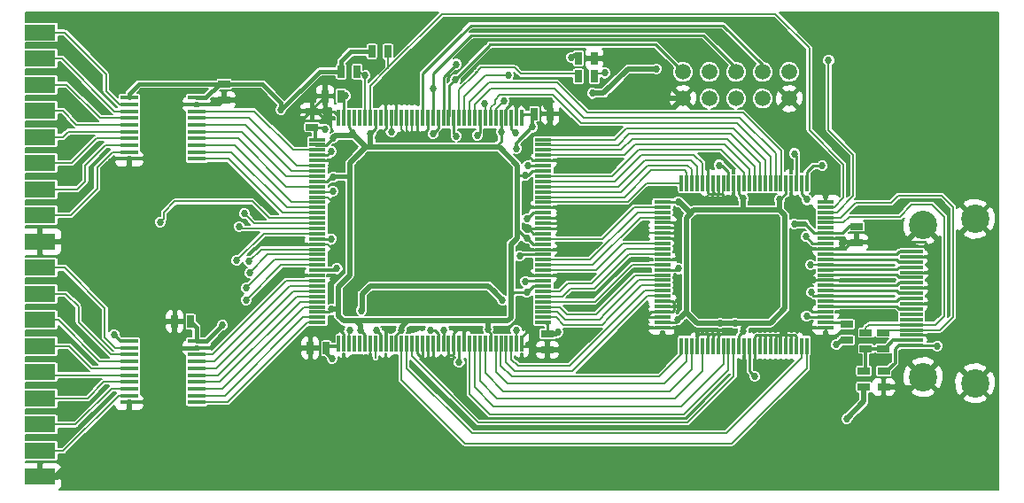
<source format=gtl>
G04 #@! TF.FileFunction,Copper,L1,Top,Signal*
%FSLAX46Y46*%
G04 Gerber Fmt 4.6, Leading zero omitted, Abs format (unit mm)*
G04 Created by KiCad (PCBNEW 4.0.4+dfsg1-stable) date Tue Oct 11 00:50:57 2016*
%MOMM*%
%LPD*%
G01*
G04 APERTURE LIST*
%ADD10C,0.150000*%
%ADD11C,1.506220*%
%ADD12C,2.700000*%
%ADD13R,2.200000X0.300000*%
%ADD14R,0.300000X1.600000*%
%ADD15R,1.600000X0.300000*%
%ADD16R,6.700000X6.700000*%
%ADD17C,0.690000*%
%ADD18C,2.200000*%
%ADD19R,1.143000X0.635000*%
%ADD20R,0.635000X1.143000*%
%ADD21R,1.700000X0.400000*%
%ADD22R,3.000000X1.500000*%
%ADD23C,0.686000*%
%ADD24C,0.200000*%
%ADD25C,0.180000*%
%ADD26C,0.220000*%
%ADD27C,0.250000*%
%ADD28C,0.500000*%
%ADD29C,0.300000*%
%ADD30C,0.400000*%
%ADD31C,0.700000*%
%ADD32C,1.000000*%
G04 APERTURE END LIST*
D10*
D11*
X111592000Y-29500000D03*
X111592000Y-32040000D03*
X109052000Y-29500000D03*
X109052000Y-32040000D03*
X106512000Y-29500000D03*
X106512000Y-32040000D03*
X103972000Y-29500000D03*
X103972000Y-32040000D03*
X101432000Y-29500000D03*
X101432000Y-32040000D03*
D12*
X124400000Y-44150000D03*
X124400000Y-58650000D03*
X129350000Y-59250000D03*
X129350000Y-43550000D03*
D13*
X123300000Y-46650000D03*
X123300000Y-47150000D03*
X123300000Y-47650000D03*
X123300000Y-48150000D03*
X123300000Y-48650000D03*
X123300000Y-49150000D03*
X123300000Y-49650000D03*
X123300000Y-50150000D03*
X123300000Y-50650000D03*
X123300000Y-51150000D03*
X123300000Y-51650000D03*
X123300000Y-52150000D03*
X123300000Y-52650000D03*
X123300000Y-53150000D03*
X123300000Y-53650000D03*
X123300000Y-54150000D03*
X123300000Y-54650000D03*
X123300000Y-55150000D03*
X123300000Y-55650000D03*
D14*
X86050000Y-33900000D03*
X85550000Y-33900000D03*
X85050000Y-33900000D03*
X84550000Y-33900000D03*
X84050000Y-33900000D03*
X83550000Y-33900000D03*
X83050000Y-33900000D03*
X82550000Y-33900000D03*
X82050000Y-33900000D03*
X81550000Y-33900000D03*
X81050000Y-33900000D03*
X80550000Y-33900000D03*
X80050000Y-33900000D03*
X79550000Y-33900000D03*
X79050000Y-33900000D03*
X78550000Y-33900000D03*
X78050000Y-33900000D03*
X77550000Y-33900000D03*
X77050000Y-33900000D03*
X76550000Y-33900000D03*
X76050000Y-33900000D03*
X75550000Y-33900000D03*
X75050000Y-33900000D03*
X74550000Y-33900000D03*
X74050000Y-33900000D03*
X73550000Y-33900000D03*
X73050000Y-33900000D03*
X72550000Y-33900000D03*
X72050000Y-33900000D03*
X71550000Y-33900000D03*
X71050000Y-33900000D03*
X70550000Y-33900000D03*
X70050000Y-33900000D03*
X69550000Y-33900000D03*
X69050000Y-33900000D03*
X68550000Y-33900000D03*
D15*
X66500000Y-35950000D03*
X66500000Y-36450000D03*
X66500000Y-36950000D03*
X66500000Y-37450000D03*
X66500000Y-37950000D03*
X66500000Y-38450000D03*
X66500000Y-38950000D03*
X66500000Y-39450000D03*
X66500000Y-39950000D03*
X66500000Y-40450000D03*
X66500000Y-40950000D03*
X66500000Y-41450000D03*
X66500000Y-41950000D03*
X66500000Y-42450000D03*
X66500000Y-42950000D03*
X66500000Y-43450000D03*
X66500000Y-43950000D03*
X66500000Y-44450000D03*
X66500000Y-44950000D03*
X66500000Y-45450000D03*
X66500000Y-45950000D03*
X66500000Y-46450000D03*
X66500000Y-46950000D03*
X66500000Y-47450000D03*
X66500000Y-47950000D03*
X66500000Y-48450000D03*
X66500000Y-48950000D03*
X66500000Y-49450000D03*
X66500000Y-49950000D03*
X66500000Y-50450000D03*
X66500000Y-50950000D03*
X66500000Y-51450000D03*
X66500000Y-51950000D03*
X66500000Y-52450000D03*
X66500000Y-52950000D03*
X66500000Y-53450000D03*
D14*
X68550000Y-55500000D03*
X69050000Y-55500000D03*
X69550000Y-55500000D03*
X70050000Y-55500000D03*
X70550000Y-55500000D03*
X71050000Y-55500000D03*
X71550000Y-55500000D03*
X72050000Y-55500000D03*
X72550000Y-55500000D03*
X73050000Y-55500000D03*
X73550000Y-55500000D03*
X74050000Y-55500000D03*
X74550000Y-55500000D03*
X75050000Y-55500000D03*
X75550000Y-55500000D03*
X76050000Y-55500000D03*
X76550000Y-55500000D03*
X77050000Y-55500000D03*
X77550000Y-55500000D03*
X78050000Y-55500000D03*
X78550000Y-55500000D03*
X79050000Y-55500000D03*
X79550000Y-55500000D03*
X80050000Y-55500000D03*
X80550000Y-55500000D03*
X81050000Y-55500000D03*
X81550000Y-55500000D03*
X82050000Y-55500000D03*
X82550000Y-55500000D03*
X83050000Y-55500000D03*
X83550000Y-55500000D03*
X84050000Y-55500000D03*
X84550000Y-55500000D03*
X85050000Y-55500000D03*
X85550000Y-55500000D03*
X86050000Y-55500000D03*
D15*
X88100000Y-53450000D03*
X88100000Y-52950000D03*
X88100000Y-52450000D03*
X88100000Y-51950000D03*
X88100000Y-51450000D03*
X88100000Y-50950000D03*
X88100000Y-50450000D03*
X88100000Y-49950000D03*
X88100000Y-49450000D03*
X88100000Y-48950000D03*
X88100000Y-48450000D03*
X88100000Y-47950000D03*
X88100000Y-47450000D03*
X88100000Y-46950000D03*
X88100000Y-46450000D03*
X88100000Y-45950000D03*
X88100000Y-45450000D03*
X88100000Y-44950000D03*
X88100000Y-44450000D03*
X88100000Y-43950000D03*
X88100000Y-43450000D03*
X88100000Y-42950000D03*
X88100000Y-42450000D03*
X88100000Y-41950000D03*
X88100000Y-41450000D03*
X88100000Y-40950000D03*
X88100000Y-40450000D03*
X88100000Y-39950000D03*
X88100000Y-39450000D03*
X88100000Y-38950000D03*
X88100000Y-38450000D03*
X88100000Y-37950000D03*
X88100000Y-37450000D03*
X88100000Y-36950000D03*
X88100000Y-36450000D03*
X88100000Y-35950000D03*
D16*
X77300000Y-44700000D03*
D17*
X79850000Y-42150000D03*
X79850000Y-43000000D03*
X79850000Y-43850000D03*
X79850000Y-44700000D03*
X79850000Y-45550000D03*
X79850000Y-46400000D03*
X79850000Y-47250000D03*
X79000000Y-42150000D03*
X79000000Y-43000000D03*
X79000000Y-43850000D03*
X79000000Y-44700000D03*
X79000000Y-45550000D03*
X79000000Y-46400000D03*
X79000000Y-47250000D03*
X78150000Y-42150000D03*
X78150000Y-43000000D03*
X78150000Y-46400000D03*
X78150000Y-47250000D03*
X77300000Y-42150000D03*
X77300000Y-43000000D03*
X77300000Y-46400000D03*
X77300000Y-47250000D03*
X76450000Y-42150000D03*
X76450000Y-43000000D03*
X76450000Y-46400000D03*
X76450000Y-47250000D03*
X75600000Y-42150000D03*
X75600000Y-43000000D03*
X75600000Y-43850000D03*
X75600000Y-44700000D03*
X75600000Y-45550000D03*
X75600000Y-46400000D03*
X75600000Y-47250000D03*
X74750000Y-42150000D03*
X74750000Y-43000000D03*
X74750000Y-43850000D03*
X74750000Y-44700000D03*
X74750000Y-45550000D03*
X74750000Y-46400000D03*
X74750000Y-47250000D03*
D18*
X77300000Y-44700000D03*
D14*
X101300000Y-55700000D03*
X101800000Y-55700000D03*
X102300000Y-55700000D03*
X102800000Y-55700000D03*
X103300000Y-55700000D03*
X103800000Y-55700000D03*
X104300000Y-55700000D03*
X104800000Y-55700000D03*
X105300000Y-55700000D03*
X105800000Y-55700000D03*
X106300000Y-55700000D03*
X106800000Y-55700000D03*
X107300000Y-55700000D03*
X107800000Y-55700000D03*
X108300000Y-55700000D03*
X108800000Y-55700000D03*
X109300000Y-55700000D03*
X109800000Y-55700000D03*
X110300000Y-55700000D03*
X110800000Y-55700000D03*
X111300000Y-55700000D03*
X111800000Y-55700000D03*
X112300000Y-55700000D03*
X112800000Y-55700000D03*
X113300000Y-55700000D03*
D15*
X115100000Y-53900000D03*
X115100000Y-53400000D03*
X115100000Y-52900000D03*
X115100000Y-52400000D03*
X115100000Y-51900000D03*
X115100000Y-51400000D03*
X115100000Y-50900000D03*
X115100000Y-50400000D03*
X115100000Y-49900000D03*
X115100000Y-49400000D03*
X115100000Y-48900000D03*
X115100000Y-48400000D03*
X115100000Y-47900000D03*
X115100000Y-47400000D03*
X115100000Y-46900000D03*
X115100000Y-46400000D03*
X115100000Y-45900000D03*
X115100000Y-45400000D03*
X115100000Y-44900000D03*
X115100000Y-44400000D03*
X115100000Y-43900000D03*
X115100000Y-43400000D03*
X115100000Y-42900000D03*
X115100000Y-42400000D03*
X115100000Y-41900000D03*
D14*
X113300000Y-40100000D03*
X112800000Y-40100000D03*
X112300000Y-40100000D03*
X111800000Y-40100000D03*
X111300000Y-40100000D03*
X110800000Y-40100000D03*
X110300000Y-40100000D03*
X109800000Y-40100000D03*
X109300000Y-40100000D03*
X108800000Y-40100000D03*
X108300000Y-40100000D03*
X107800000Y-40100000D03*
X107300000Y-40100000D03*
X106800000Y-40100000D03*
X106300000Y-40100000D03*
X105800000Y-40100000D03*
X105300000Y-40100000D03*
X104800000Y-40100000D03*
X104300000Y-40100000D03*
X103800000Y-40100000D03*
X103300000Y-40100000D03*
X102800000Y-40100000D03*
X102300000Y-40100000D03*
X101800000Y-40100000D03*
X101300000Y-40100000D03*
D15*
X99500000Y-41900000D03*
X99500000Y-42400000D03*
X99500000Y-42900000D03*
X99500000Y-43400000D03*
X99500000Y-43900000D03*
X99500000Y-44400000D03*
X99500000Y-44900000D03*
X99500000Y-45400000D03*
X99500000Y-45900000D03*
X99500000Y-46400000D03*
X99500000Y-46900000D03*
X99500000Y-47400000D03*
X99500000Y-47900000D03*
X99500000Y-48400000D03*
X99500000Y-48900000D03*
X99500000Y-49400000D03*
X99500000Y-49900000D03*
X99500000Y-50400000D03*
X99500000Y-50900000D03*
X99500000Y-51400000D03*
X99500000Y-51900000D03*
X99500000Y-52400000D03*
X99500000Y-52900000D03*
X99500000Y-53400000D03*
X99500000Y-53900000D03*
D19*
X118925000Y-55931000D03*
X118925000Y-54407000D03*
X120548000Y-55931000D03*
X120548000Y-54407000D03*
X118750000Y-59604000D03*
X118750000Y-58080000D03*
X120632000Y-58080000D03*
X120632000Y-59604000D03*
X117108000Y-53626000D03*
X117108000Y-55150000D03*
D20*
X91455000Y-29916000D03*
X92979000Y-29916000D03*
D19*
X118040000Y-44248000D03*
X118040000Y-45772000D03*
X88500000Y-54538000D03*
X88500000Y-56062000D03*
D20*
X87259000Y-33498000D03*
X88783000Y-33498000D03*
X92972000Y-28194000D03*
X91448000Y-28194000D03*
X67362000Y-55900000D03*
X65838000Y-55900000D03*
X68762000Y-31800000D03*
X67238000Y-31800000D03*
D19*
X66000000Y-34762000D03*
X66000000Y-33238000D03*
X57592000Y-32179000D03*
X57592000Y-30655000D03*
D20*
X52883000Y-53355000D03*
X54407000Y-53355000D03*
X68778000Y-29444000D03*
X70302000Y-29444000D03*
X71716000Y-27546000D03*
X73240000Y-27546000D03*
D21*
X48512000Y-55218000D03*
X48512000Y-55868000D03*
X48512000Y-56518000D03*
X48512000Y-57168000D03*
X48512000Y-57818000D03*
X48512000Y-58468000D03*
X48512000Y-59118000D03*
X48512000Y-59768000D03*
X48512000Y-60418000D03*
X48512000Y-61068000D03*
X54952000Y-61068000D03*
X54952000Y-60418000D03*
X54952000Y-59768000D03*
X54952000Y-59118000D03*
X54952000Y-58468000D03*
X54952000Y-57818000D03*
X54952000Y-57168000D03*
X54952000Y-56518000D03*
X54952000Y-55868000D03*
X54952000Y-55218000D03*
X48520000Y-31937000D03*
X48520000Y-32587000D03*
X48520000Y-33237000D03*
X48520000Y-33887000D03*
X48520000Y-34537000D03*
X48520000Y-35187000D03*
X48520000Y-35837000D03*
X48520000Y-36487000D03*
X48520000Y-37137000D03*
X48520000Y-37787000D03*
X54960000Y-37787000D03*
X54960000Y-37137000D03*
X54960000Y-36487000D03*
X54960000Y-35837000D03*
X54960000Y-35187000D03*
X54960000Y-34537000D03*
X54960000Y-33887000D03*
X54960000Y-33237000D03*
X54960000Y-32587000D03*
X54960000Y-31937000D03*
D22*
X40000000Y-68200000D03*
X40000000Y-45700000D03*
X40000000Y-65700000D03*
X40000000Y-63200000D03*
X40000000Y-60700000D03*
X40000000Y-58200000D03*
X40000000Y-55700000D03*
X40000000Y-53200000D03*
X40000000Y-50700000D03*
X40000000Y-48200000D03*
X40000000Y-43200000D03*
X40000000Y-40700000D03*
X40000000Y-38200000D03*
X40000000Y-35700000D03*
X40000000Y-33200000D03*
X40000000Y-30700000D03*
X40000000Y-28200000D03*
X40000000Y-25700000D03*
D23*
X84323000Y-32288000D03*
X84732200Y-29806000D03*
X71072000Y-29832000D03*
X115374000Y-28404000D03*
X79751000Y-28748000D03*
X79665000Y-30246000D03*
X77541000Y-31105000D03*
X80061000Y-57252000D03*
X85428000Y-35326000D03*
X69187000Y-31768000D03*
X85496400Y-54178200D03*
X69596000Y-54152800D03*
X70700000Y-52300000D03*
X84200000Y-51300000D03*
X67200000Y-35000000D03*
X85500000Y-36800000D03*
X87046000Y-34757000D03*
X67900000Y-56900000D03*
X89535000Y-54356000D03*
X86556000Y-45389000D03*
X86517000Y-50546000D03*
X86403000Y-39400000D03*
X84087000Y-35223000D03*
X68021200Y-39522400D03*
X67843400Y-52197000D03*
X70586600Y-54178200D03*
X67995800Y-35839400D03*
X71595000Y-35377000D03*
X82804000Y-54102000D03*
X69900800Y-35306000D03*
X74498200Y-54152800D03*
X82516000Y-32537000D03*
X116102000Y-55557000D03*
X100968000Y-53185000D03*
X101000000Y-41900000D03*
X106400000Y-53500000D03*
X105000000Y-53500000D03*
X110700000Y-41700000D03*
X107200000Y-41600000D03*
X107200000Y-54300000D03*
X125753000Y-55695000D03*
X114757000Y-38466000D03*
X122130000Y-42337000D03*
X104303000Y-37605000D03*
X92503000Y-46280000D03*
X92568000Y-38527000D03*
X42504000Y-24826000D03*
X42436000Y-29809000D03*
X42466000Y-32065000D03*
X42230000Y-34488000D03*
X43800000Y-36104000D03*
X42504000Y-36873000D03*
X43533000Y-38702000D03*
X42215000Y-39662000D03*
X42436000Y-27249000D03*
X42306000Y-42070000D03*
X58080000Y-67681000D03*
X56556000Y-67772000D03*
X54971000Y-67772000D03*
X53386000Y-67757000D03*
X51755000Y-67788000D03*
X48692000Y-69159000D03*
X50216000Y-68915000D03*
X102108000Y-66142000D03*
X97879000Y-66142000D03*
X92126000Y-66027000D03*
X88049000Y-66065000D03*
X83972000Y-66142000D03*
X79512000Y-66060000D03*
X76058000Y-66081000D03*
X72827000Y-65877000D03*
X68397000Y-65816000D03*
X64821000Y-65857000D03*
X101575000Y-68656000D03*
X97460000Y-68656000D03*
X92926000Y-68656000D03*
X88773000Y-68732000D03*
X84734000Y-68771000D03*
X80467000Y-68656000D03*
X76098000Y-68600000D03*
X72380000Y-68600000D03*
X69088000Y-68641000D03*
X65816000Y-68621000D03*
X59883000Y-62240000D03*
X60025000Y-63886000D03*
X60025000Y-65410000D03*
X60066000Y-66772000D03*
X58745000Y-66792000D03*
X58725000Y-65288000D03*
X58644000Y-63866000D03*
X57363000Y-62545000D03*
X55555000Y-62586000D03*
X43053000Y-44379000D03*
X43617000Y-50658000D03*
X42314000Y-51732000D03*
X45423000Y-52567000D03*
X46909000Y-51412000D03*
X42296000Y-54905000D03*
X42992000Y-53315000D03*
X42362000Y-62052000D03*
X42301000Y-64181000D03*
X42428000Y-56982000D03*
X43830000Y-57790000D03*
X42451000Y-59428000D03*
X44691000Y-59512000D03*
X59248000Y-52771000D03*
X52832000Y-52100000D03*
X44657000Y-65128000D03*
X51610000Y-55748000D03*
X109705000Y-66763000D03*
X108916000Y-67563000D03*
X108196000Y-68260000D03*
X107145000Y-59322000D03*
X68153000Y-42118000D03*
X64947800Y-48691800D03*
X64947800Y-45643800D03*
X97692000Y-32095000D03*
X114996000Y-55321000D03*
X78326000Y-56982000D03*
X100995000Y-49408000D03*
X101006000Y-50724000D03*
X111328000Y-62123000D03*
X110475000Y-62855000D03*
X100405000Y-55195000D03*
X77175000Y-62690000D03*
X75590400Y-54127400D03*
X67871000Y-47130000D03*
X67986000Y-49256000D03*
X113881000Y-49400000D03*
X69469000Y-52177000D03*
X69545000Y-51064000D03*
X101000000Y-47000000D03*
X97978000Y-53969000D03*
X88440000Y-32771000D03*
X80691000Y-35342000D03*
X78895000Y-35237000D03*
X108265000Y-41567000D03*
X111115000Y-54258000D03*
X86591000Y-37404000D03*
X86346000Y-46318000D03*
X84696000Y-44818000D03*
X86479000Y-48360000D03*
X86681000Y-44463000D03*
X86567000Y-41960000D03*
X84673000Y-41214000D03*
X114983600Y-41083600D03*
X85568000Y-32634000D03*
X75700000Y-52500000D03*
X72572000Y-35329000D03*
X67843400Y-38404800D03*
X113131600Y-46913800D03*
X68300600Y-54178200D03*
X73533000Y-54178200D03*
X81584800Y-54102000D03*
X92303600Y-52044600D03*
X92329000Y-49098200D03*
X92329000Y-50825400D03*
X89916000Y-56946800D03*
X105800000Y-41600000D03*
X112300000Y-41700000D03*
X86500000Y-51500000D03*
X76400000Y-48900000D03*
X74400000Y-48900000D03*
X82400000Y-46800000D03*
X82400000Y-48600000D03*
X80300000Y-48900000D03*
X78400000Y-48900000D03*
X82400000Y-44800000D03*
X82400000Y-42900000D03*
X68707000Y-40208200D03*
X71170800Y-56845200D03*
X97960000Y-44900000D03*
X105800000Y-54300000D03*
X112200000Y-42700000D03*
X109700000Y-44000000D03*
X105900000Y-43800000D03*
X104700000Y-41800000D03*
X103600000Y-41800000D03*
X103600000Y-46000000D03*
X103600000Y-49400000D03*
X75700000Y-37500000D03*
X65000000Y-34000000D03*
X125100000Y-52200000D03*
X125000000Y-54800000D03*
X70800000Y-38500000D03*
X72100000Y-48600000D03*
X72100000Y-46700000D03*
X72100000Y-50800000D03*
X73450000Y-50800000D03*
X74950000Y-50800000D03*
X76500000Y-50800000D03*
X78050000Y-50800000D03*
X79450000Y-50800000D03*
X80750000Y-50800000D03*
X81950000Y-50850000D03*
X82400000Y-41200000D03*
X78816200Y-39801800D03*
X81000000Y-39800000D03*
X77400000Y-39800000D03*
X73400000Y-39800000D03*
X75400000Y-39800000D03*
X72100000Y-44800000D03*
X72100000Y-42700000D03*
X72100000Y-40900000D03*
X83900000Y-52500000D03*
X82900000Y-52500000D03*
X82000000Y-52500000D03*
X81050000Y-52500000D03*
X74800000Y-52500000D03*
X67300000Y-34100000D03*
X86900000Y-56700000D03*
X75735000Y-35437000D03*
X73590000Y-30644000D03*
X113258600Y-52806600D03*
X113645000Y-47926000D03*
X113741200Y-50571400D03*
X113184000Y-45236000D03*
X81788000Y-35557000D03*
X113300000Y-41700000D03*
X79756000Y-35610800D03*
X77292200Y-54152800D03*
X93965100Y-29590100D03*
X59676000Y-51286000D03*
X59699000Y-50143000D03*
X59992000Y-47602000D03*
X60015000Y-48715000D03*
X58804000Y-47526000D03*
X59025000Y-44272000D03*
X59527000Y-43038000D03*
X117089000Y-62652000D03*
X47071000Y-54595000D03*
X57440000Y-53706000D03*
X63033000Y-33109000D03*
X98904000Y-29204000D03*
X92800000Y-31535000D03*
X67843400Y-45440600D03*
X68377000Y-48296000D03*
X73607000Y-35245000D03*
X85839000Y-47092000D03*
X86407000Y-49511000D03*
X86558000Y-43510000D03*
X86624000Y-38476000D03*
X77553000Y-35406000D03*
X90790100Y-28104200D03*
X72110600Y-54178200D03*
X104900000Y-38400000D03*
X112100000Y-37300000D03*
X108300000Y-58600000D03*
X101000000Y-48300000D03*
X78587600Y-54178200D03*
X67843400Y-37084000D03*
X67995800Y-40894000D03*
X112100000Y-44000000D03*
X51481000Y-43845000D03*
D24*
X83550000Y-33900000D02*
X83550000Y-33061000D01*
X83550000Y-33061000D02*
X84323000Y-32288000D01*
X91463200Y-29666300D02*
X85926000Y-29666300D01*
X85341800Y-29082100D02*
X82171900Y-29082100D01*
X85926000Y-29666300D02*
X85341800Y-29082100D01*
X81526000Y-29728000D02*
X81526000Y-29726000D01*
X82176000Y-29078000D02*
X82171900Y-29082100D01*
X82171900Y-29082100D02*
X81526000Y-29728000D01*
X80050000Y-31202000D02*
X80050000Y-33900000D01*
X81526000Y-29726000D02*
X80050000Y-31202000D01*
X81759000Y-29493000D02*
X81526000Y-29726000D01*
X82549000Y-29806000D02*
X84732200Y-29806000D01*
X80551200Y-31839000D02*
X80551200Y-31803800D01*
X80551200Y-31803800D02*
X82549000Y-29806000D01*
D25*
X80551200Y-31867000D02*
X80551200Y-31839000D01*
X80551200Y-31839000D02*
X80551200Y-32148800D01*
X80551200Y-32148800D02*
X80551200Y-33714500D01*
X80551200Y-31848800D02*
X80551200Y-31867000D01*
X83548400Y-58148400D02*
X83548400Y-55685500D01*
X84700000Y-59300000D02*
X83548400Y-58148400D01*
X99700000Y-59300000D02*
X84700000Y-59300000D01*
X101813600Y-55647000D02*
X101813600Y-57186400D01*
X101813600Y-57186400D02*
X99700000Y-59300000D01*
D24*
X112800000Y-55700000D02*
X112800000Y-56798000D01*
X75050000Y-57802000D02*
X75050000Y-55500000D01*
X81279000Y-64031000D02*
X75050000Y-57802000D01*
X105567000Y-64031000D02*
X81279000Y-64031000D01*
X112800000Y-56798000D02*
X105567000Y-64031000D01*
D25*
X93056300Y-51443700D02*
X88285500Y-51443700D01*
X93056300Y-51443700D02*
X96600000Y-47900000D01*
X99553000Y-47900000D02*
X96600000Y-47900000D01*
X107300000Y-39100000D02*
X107300000Y-40153000D01*
X105100000Y-36900000D02*
X107300000Y-39100000D01*
X97200000Y-36900000D02*
X105100000Y-36900000D01*
X88285500Y-39454900D02*
X94645100Y-39454900D01*
X94645100Y-39454900D02*
X97200000Y-36900000D01*
X95851700Y-37448300D02*
X88285500Y-37448300D01*
X96900000Y-36400000D02*
X95851700Y-37448300D01*
X105400000Y-36400000D02*
X96900000Y-36400000D01*
X107782600Y-38782600D02*
X105400000Y-36400000D01*
X107782600Y-40153000D02*
X107782600Y-38782600D01*
X95547000Y-36953000D02*
X88285500Y-36953000D01*
X96600000Y-35900000D02*
X95547000Y-36953000D01*
X105700000Y-35900000D02*
X96600000Y-35900000D01*
X108290600Y-38490600D02*
X105700000Y-35900000D01*
X108290600Y-40153000D02*
X108290600Y-38490600D01*
X95242300Y-36457700D02*
X88285500Y-36457700D01*
X96300000Y-35400000D02*
X95242300Y-36457700D01*
X106000000Y-35400000D02*
X96300000Y-35400000D01*
X108798600Y-38198600D02*
X106000000Y-35400000D01*
X108798600Y-40153000D02*
X108798600Y-38198600D01*
X94950300Y-35949700D02*
X88285500Y-35949700D01*
X109306600Y-40153000D02*
X109306600Y-37906600D01*
X109306600Y-37906600D02*
X106300000Y-34900000D01*
X106300000Y-34900000D02*
X96000000Y-34900000D01*
X96000000Y-34900000D02*
X94950300Y-35949700D01*
D24*
X83458000Y-32482000D02*
X83458000Y-32483000D01*
X83458000Y-32482000D02*
X83458000Y-32141000D01*
X83458000Y-32141000D02*
X83938000Y-31661000D01*
X83938000Y-31661000D02*
X84239000Y-31661000D01*
D25*
X84239000Y-31661000D02*
X88961000Y-31661000D01*
X88961000Y-31661000D02*
X91700000Y-34400000D01*
X109789200Y-40153000D02*
X109789200Y-37589200D01*
X106600000Y-34400000D02*
X109789200Y-37589200D01*
X91700000Y-34400000D02*
X106600000Y-34400000D01*
D24*
X83050000Y-32891000D02*
X83050000Y-33900000D01*
X83458000Y-32483000D02*
X83050000Y-32891000D01*
D25*
X81554500Y-33714500D02*
X81554500Y-32616500D01*
X81554500Y-32616500D02*
X83104000Y-31067000D01*
X83104000Y-31067000D02*
X89167000Y-31067000D01*
X89167000Y-31067000D02*
X92000000Y-33900000D01*
X110297200Y-37297200D02*
X110297200Y-40153000D01*
X106900000Y-33900000D02*
X110297200Y-37297200D01*
X92000000Y-33900000D02*
X106900000Y-33900000D01*
X81046500Y-33714500D02*
X81046500Y-32324500D01*
X81046500Y-32324500D02*
X82887000Y-30484000D01*
X82887000Y-30484000D02*
X89384000Y-30484000D01*
X89384000Y-30484000D02*
X92300000Y-33400000D01*
X110805200Y-37005200D02*
X110805200Y-40153000D01*
X107200000Y-33400000D02*
X110805200Y-37005200D01*
X92300000Y-33400000D02*
X107200000Y-33400000D01*
X82545100Y-55685500D02*
X82545100Y-58245100D01*
X84300000Y-60000000D02*
X100200000Y-60000000D01*
X100200000Y-60000000D02*
X102296200Y-57903800D01*
X102296200Y-57903800D02*
X102296200Y-55647000D01*
X82545100Y-58245100D02*
X84300000Y-60000000D01*
X71050000Y-30278000D02*
X71050000Y-29947000D01*
X71050000Y-29947000D02*
X70547000Y-29444000D01*
X70547000Y-29444000D02*
X70302000Y-29444000D01*
X117714100Y-37536000D02*
X117714100Y-37395100D01*
X71050000Y-29854000D02*
X71050000Y-30278000D01*
X71050000Y-30278000D02*
X71050000Y-30347000D01*
X71050000Y-30347000D02*
X71050000Y-33900000D01*
X71072000Y-29832000D02*
X71050000Y-29854000D01*
X115374000Y-35055000D02*
X115374000Y-28404000D01*
X117714100Y-37395100D02*
X115374000Y-35055000D01*
X115100000Y-42900000D02*
X116164400Y-42900000D01*
X117714100Y-41350300D02*
X117714100Y-37536000D01*
X117714100Y-37536000D02*
X117714100Y-37557100D01*
X116164400Y-42900000D02*
X117714100Y-41350300D01*
X73240000Y-27546000D02*
X73240000Y-29137000D01*
X73124000Y-29253000D02*
X73124000Y-29255000D01*
X73240000Y-29137000D02*
X73124000Y-29253000D01*
X71550000Y-33900000D02*
X71550000Y-30829000D01*
X113515000Y-27175000D02*
X113515000Y-35060000D01*
X110277000Y-23937000D02*
X113515000Y-27175000D01*
X78442000Y-23937000D02*
X110277000Y-23937000D01*
X71550000Y-30829000D02*
X73124000Y-29255000D01*
X73124000Y-29255000D02*
X78442000Y-23937000D01*
X115100000Y-42400000D02*
X115915100Y-42400000D01*
X116787000Y-38332000D02*
X113515000Y-35060000D01*
X116787000Y-41528100D02*
X116787000Y-38332000D01*
X115915100Y-42400000D02*
X116787000Y-41528100D01*
D26*
X79751000Y-28748000D02*
X79751500Y-28748500D01*
X79751500Y-28748500D02*
X79751000Y-28748000D01*
X79751000Y-28748000D02*
X79751000Y-28749000D01*
X78557300Y-29942700D02*
X78557300Y-33714500D01*
X79751000Y-28749000D02*
X78557300Y-29942700D01*
X101432000Y-29500000D02*
X101432000Y-29458000D01*
X101432000Y-29458000D02*
X98846000Y-26872000D01*
X98846000Y-26872000D02*
X83028000Y-26872000D01*
X83028000Y-26872000D02*
X82784000Y-27116000D01*
X79650000Y-30250000D02*
X82784000Y-27116000D01*
X82784000Y-27116000D02*
X82800000Y-27100000D01*
X79633500Y-30266500D02*
X79650000Y-30250000D01*
D27*
X79644500Y-30266500D02*
X79633500Y-30266500D01*
X79665000Y-30246000D02*
X79644500Y-30266500D01*
D26*
X79052600Y-33714500D02*
X79052600Y-30847400D01*
X79052600Y-30847400D02*
X79633500Y-30266500D01*
X109052000Y-29500000D02*
X109052000Y-28814000D01*
X109052000Y-28814000D02*
X105262000Y-25024000D01*
X105262000Y-25024000D02*
X81176000Y-25024000D01*
X81176000Y-25024000D02*
X80200000Y-26000000D01*
X76550700Y-29649300D02*
X76550700Y-33714500D01*
X80200000Y-26000000D02*
X76550700Y-29649300D01*
X106512000Y-29500000D02*
X106512000Y-29108000D01*
X106512000Y-29108000D02*
X103403000Y-25999000D01*
X103403000Y-25999000D02*
X81201000Y-25999000D01*
X81201000Y-25999000D02*
X80900000Y-26300000D01*
D27*
X77545000Y-31139000D02*
X77554000Y-31139000D01*
X77554000Y-31130000D02*
X77545000Y-31139000D01*
X77554000Y-31118000D02*
X77554000Y-31130000D01*
X77541000Y-31105000D02*
X77554000Y-31118000D01*
D26*
X80900000Y-26300000D02*
X78600000Y-28600000D01*
X77554000Y-29646000D02*
X77554000Y-30600000D01*
X77554000Y-30600000D02*
X77554000Y-31139000D01*
X77554000Y-31139000D02*
X77554000Y-33714500D01*
X78600000Y-28600000D02*
X77554000Y-29646000D01*
D27*
X80050000Y-55500000D02*
X80050000Y-57241000D01*
X80050000Y-57241000D02*
X80061000Y-57252000D01*
X85050000Y-33900000D02*
X85050000Y-34948000D01*
X85050000Y-34948000D02*
X85428000Y-35326000D01*
D28*
X69159000Y-31796000D02*
X69087000Y-31796000D01*
X69187000Y-31768000D02*
X69159000Y-31796000D01*
D24*
X85542300Y-55685500D02*
X85538700Y-54220500D01*
D26*
X69057700Y-33714500D02*
X69057700Y-32095700D01*
X69057700Y-32095700D02*
X69087000Y-31796000D01*
X68925000Y-31634000D02*
X69087000Y-31796000D01*
D24*
X85538700Y-54220500D02*
X85496400Y-54178200D01*
X69553000Y-55685500D02*
X69549000Y-54199800D01*
X69549000Y-54199800D02*
X69596000Y-54152800D01*
D28*
X71550000Y-49950000D02*
X70800000Y-50700000D01*
X82850000Y-49950000D02*
X71550000Y-49950000D01*
X70800000Y-52200000D02*
X70800000Y-50700000D01*
X70700000Y-52300000D02*
X70800000Y-52200000D01*
X83400000Y-50500000D02*
X82850000Y-49950000D01*
X83400000Y-50500000D02*
X84200000Y-51300000D01*
D27*
X67200000Y-35000000D02*
X66962000Y-34762000D01*
X66962000Y-34762000D02*
X66000000Y-34762000D01*
D29*
X85500000Y-36800000D02*
X85500000Y-36303000D01*
X85500000Y-36303000D02*
X87046000Y-34757000D01*
X87038000Y-33500000D02*
X87038000Y-34749000D01*
X87038000Y-34749000D02*
X87046000Y-34757000D01*
D28*
X88500000Y-54538000D02*
X89353000Y-54538000D01*
X89353000Y-54538000D02*
X89535000Y-54356000D01*
D29*
X67362000Y-56362000D02*
X67900000Y-56900000D01*
X66314500Y-35949700D02*
X66314500Y-35076500D01*
X66314500Y-35076500D02*
X66000000Y-34762000D01*
X68549700Y-55685500D02*
X67576500Y-55685500D01*
X67576500Y-55685500D02*
X67362000Y-55900000D01*
X67362000Y-56362000D02*
X67362000Y-55900000D01*
D26*
X67362000Y-55900000D02*
X67362000Y-56362000D01*
D27*
X87038000Y-33500000D02*
X87038000Y-33738000D01*
X87038000Y-33500000D02*
X86264800Y-33500000D01*
X86264800Y-33500000D02*
X86050300Y-33714500D01*
X88500000Y-54538000D02*
X88500000Y-53664800D01*
X88500000Y-53664800D02*
X88285500Y-53450300D01*
X67576500Y-55685500D02*
X67362000Y-55900000D01*
X86556000Y-45389000D02*
X86473000Y-45389000D01*
X85615000Y-44409000D02*
X85600000Y-44409000D01*
X85615000Y-44531000D02*
X85615000Y-44409000D01*
X86473000Y-45389000D02*
X85615000Y-44531000D01*
X88100000Y-45950000D02*
X87117000Y-45950000D01*
X87117000Y-45950000D02*
X86556000Y-45389000D01*
X86517000Y-50546000D02*
X85254000Y-50546000D01*
X85254000Y-50546000D02*
X85000000Y-50800000D01*
X88100000Y-49950000D02*
X87113000Y-49950000D01*
X87113000Y-49950000D02*
X86517000Y-50546000D01*
X88100000Y-38950000D02*
X87074000Y-38950000D01*
X87074000Y-38950000D02*
X86624000Y-39400000D01*
X86624000Y-39400000D02*
X86403000Y-39400000D01*
X86403000Y-39400000D02*
X85600000Y-39400000D01*
X72050000Y-33900000D02*
X72050000Y-34922000D01*
X72050000Y-34922000D02*
X71595000Y-35377000D01*
X84050000Y-34896000D02*
X84050000Y-35186000D01*
X84050000Y-35186000D02*
X84087000Y-35223000D01*
X84050000Y-33900000D02*
X84050000Y-34896000D01*
X84050000Y-34896000D02*
X84050000Y-36125000D01*
X84050000Y-36125000D02*
X83475000Y-36700000D01*
X74050000Y-55500000D02*
X74050000Y-54601000D01*
X74050000Y-54601000D02*
X74498200Y-54152800D01*
X68021200Y-39500000D02*
X67900000Y-39500000D01*
X68021200Y-39522400D02*
X68021200Y-39500000D01*
D28*
X69600000Y-48900000D02*
X69600000Y-40100000D01*
D27*
X67411600Y-52447000D02*
X67593400Y-52447000D01*
X67593400Y-52447000D02*
X67843400Y-52197000D01*
D28*
X67843400Y-52197000D02*
X68500000Y-52200000D01*
D27*
X71050000Y-55500000D02*
X71050000Y-54641600D01*
X71050000Y-54641600D02*
X70586600Y-54178200D01*
D28*
X70586600Y-54178200D02*
X70600000Y-53700000D01*
X70600000Y-53700000D02*
X70200000Y-53300000D01*
X73500000Y-36700000D02*
X83475000Y-36700000D01*
X83475000Y-36700000D02*
X83900000Y-36700000D01*
X83900000Y-36700000D02*
X85600000Y-38400000D01*
X85600000Y-38400000D02*
X85600000Y-39400000D01*
X85600000Y-39400000D02*
X85600000Y-44409000D01*
X85600000Y-44409000D02*
X85600000Y-45100000D01*
X85000000Y-46000000D02*
X85000000Y-50800000D01*
X85600000Y-45400000D02*
X85000000Y-46000000D01*
X85600000Y-45100000D02*
X85600000Y-45400000D01*
X85000000Y-50800000D02*
X85000000Y-53000000D01*
X84700000Y-53300000D02*
X82800000Y-53300000D01*
X85000000Y-53000000D02*
X84700000Y-53300000D01*
X71600000Y-36700000D02*
X71600000Y-35800000D01*
X71600000Y-36700000D02*
X71600000Y-36500000D01*
X71600000Y-36500000D02*
X71600000Y-36700000D01*
X73500000Y-36700000D02*
X71600000Y-36700000D01*
X71600000Y-36700000D02*
X71100000Y-36700000D01*
X71600000Y-35800000D02*
X71595000Y-35377000D01*
X71100000Y-36700000D02*
X70000000Y-35600000D01*
X71100000Y-36700000D02*
X70500000Y-37300000D01*
X69850000Y-37950000D02*
X70500000Y-37300000D01*
X82804000Y-54102000D02*
X82800000Y-53300000D01*
X82800000Y-53300000D02*
X82800000Y-53500000D01*
X82800000Y-53500000D02*
X82800000Y-53300000D01*
X82800000Y-53300000D02*
X75100000Y-53300000D01*
X69600000Y-38200000D02*
X69850000Y-37950000D01*
X75100000Y-53300000D02*
X70200000Y-53300000D01*
X74500000Y-53900000D02*
X75100000Y-53300000D01*
D27*
X69900800Y-35306000D02*
X69900000Y-35500000D01*
X69900000Y-35500000D02*
X70000000Y-35600000D01*
D28*
X69400000Y-35600000D02*
X68200000Y-35600000D01*
X69400000Y-35600000D02*
X70000000Y-35600000D01*
X68200000Y-35600000D02*
X67995800Y-35839400D01*
D27*
X67342300Y-36457700D02*
X67995800Y-35839400D01*
X83053100Y-54553100D02*
X82804000Y-54102000D01*
D28*
X70200000Y-53300000D02*
X69000000Y-53300000D01*
X68500000Y-52800000D02*
X68500000Y-52200000D01*
X69000000Y-53300000D02*
X68500000Y-52800000D01*
D30*
X69600000Y-39500000D02*
X67900000Y-39500000D01*
D28*
X69600000Y-40100000D02*
X69600000Y-39500000D01*
X69600000Y-39500000D02*
X69600000Y-38200000D01*
X74498200Y-54152800D02*
X74500000Y-53900000D01*
D27*
X69553000Y-34753000D02*
X69900800Y-35306000D01*
D28*
X68500000Y-50000000D02*
X69600000Y-48900000D01*
D27*
X67900000Y-39500000D02*
X67700000Y-39700000D01*
X66314500Y-39950200D02*
X67449800Y-39950200D01*
X67449800Y-39950200D02*
X67700000Y-39700000D01*
D28*
X68500000Y-52200000D02*
X68300000Y-52200000D01*
X68300000Y-52200000D02*
X68500000Y-52200000D01*
X68500000Y-52200000D02*
X68500000Y-50000000D01*
D27*
X69553000Y-33714500D02*
X69553000Y-34753000D01*
X83053100Y-55685500D02*
X83053100Y-54553100D01*
X66314500Y-52447000D02*
X67411600Y-52447000D01*
X67411600Y-52447000D02*
X67453000Y-52447000D01*
X71051600Y-55685500D02*
X71051600Y-54751600D01*
X74048800Y-55685500D02*
X74048800Y-54751200D01*
D24*
X72054900Y-33714500D02*
X72054900Y-34645100D01*
D27*
X66314500Y-36457700D02*
X67342300Y-36457700D01*
D25*
X82550000Y-33900000D02*
X82550000Y-32571000D01*
X82550000Y-32571000D02*
X82516000Y-32537000D01*
D30*
X116509000Y-55150000D02*
X117108000Y-55150000D01*
X116102000Y-55557000D02*
X116509000Y-55150000D01*
D29*
X116730000Y-55150000D02*
X117108000Y-55150000D01*
D25*
X84551700Y-57251700D02*
X85400000Y-58100000D01*
X84551700Y-57251700D02*
X84551700Y-55685500D01*
X90900000Y-58100000D02*
X98100000Y-50900000D01*
X85400000Y-58100000D02*
X90900000Y-58100000D01*
X98100000Y-50900000D02*
X99550200Y-50900000D01*
X99553000Y-50897200D02*
X99550200Y-50900000D01*
X85047000Y-55685500D02*
X85047000Y-56947000D01*
X85047000Y-56947000D02*
X85700000Y-57600000D01*
X85700000Y-57600000D02*
X90600000Y-57600000D01*
X90600000Y-57600000D02*
X97785400Y-50414600D01*
X97785400Y-50414600D02*
X99553000Y-50414600D01*
X88285500Y-52942300D02*
X89342300Y-52942300D01*
X89342300Y-52942300D02*
X90050000Y-53650000D01*
X97493400Y-49906600D02*
X94457700Y-52942300D01*
X97493400Y-49906600D02*
X99553000Y-49906600D01*
X93750000Y-53650000D02*
X94457700Y-52942300D01*
X90050000Y-53650000D02*
X93750000Y-53650000D01*
X88285500Y-52447000D02*
X89447000Y-52447000D01*
X90150000Y-53150000D02*
X93450000Y-53150000D01*
X89447000Y-52447000D02*
X90150000Y-53150000D01*
X94100000Y-52500000D02*
X93450000Y-53150000D01*
X94153000Y-52447000D02*
X94100000Y-52500000D01*
X94100000Y-52500000D02*
X97201400Y-49398600D01*
X97201400Y-49398600D02*
X99553000Y-49398600D01*
X88285500Y-51951700D02*
X89651700Y-51951700D01*
X89651700Y-51951700D02*
X90350000Y-52650000D01*
X90350000Y-52650000D02*
X93150000Y-52650000D01*
X93848300Y-51951700D02*
X96884000Y-48916000D01*
X96884000Y-48916000D02*
X99553000Y-48916000D01*
X93150000Y-52650000D02*
X93848300Y-51951700D01*
X88285500Y-50948400D02*
X89951600Y-50948400D01*
X89951600Y-50948400D02*
X90676200Y-50223800D01*
X96290600Y-46909400D02*
X99553000Y-46909400D01*
X92976200Y-50223800D02*
X96290600Y-46909400D01*
X90676200Y-50223800D02*
X92976200Y-50223800D01*
X88285500Y-50453100D02*
X89646900Y-50453100D01*
X89646900Y-50453100D02*
X90401600Y-49698400D01*
X95998600Y-46401400D02*
X99553000Y-46401400D01*
X92701600Y-49698400D02*
X95998600Y-46401400D01*
X90401600Y-49698400D02*
X92701600Y-49698400D01*
X88285500Y-48446500D02*
X93153500Y-48446500D01*
X93153500Y-48446500D02*
X95706600Y-45893400D01*
X95706600Y-45893400D02*
X99553000Y-45893400D01*
D24*
X123300000Y-53650000D02*
X119222000Y-53650000D01*
X118925000Y-53947000D02*
X118925000Y-54407000D01*
X119222000Y-53650000D02*
X118925000Y-53947000D01*
X115100000Y-43900000D02*
X116775000Y-43900000D01*
X116775000Y-43900000D02*
X117332000Y-43343000D01*
X117332000Y-43343000D02*
X122163000Y-43343000D01*
X122163000Y-43343000D02*
X123306000Y-42200000D01*
X123306000Y-42200000D02*
X125227000Y-42200000D01*
X125227000Y-42200000D02*
X126416000Y-43389000D01*
X126416000Y-43389000D02*
X126416000Y-52806000D01*
X126416000Y-52806000D02*
X125572000Y-53650000D01*
X125572000Y-53650000D02*
X123300000Y-53650000D01*
X123300000Y-54150000D02*
X120805000Y-54150000D01*
X120805000Y-54150000D02*
X120548000Y-54407000D01*
X123300000Y-54150000D02*
X126024000Y-54150000D01*
X116540000Y-43400000D02*
X115100000Y-43400000D01*
X117935000Y-42005000D02*
X116540000Y-43400000D01*
X121364000Y-42005000D02*
X117935000Y-42005000D01*
X122050000Y-41319000D02*
X121364000Y-42005000D01*
X126198000Y-41319000D02*
X122050000Y-41319000D01*
X127284000Y-42405000D02*
X126198000Y-41319000D01*
X127284000Y-52890000D02*
X127284000Y-42405000D01*
X126024000Y-54150000D02*
X127284000Y-52890000D01*
D25*
X84043700Y-57543700D02*
X84043700Y-55685500D01*
X85100000Y-58600000D02*
X84043700Y-57543700D01*
X101305600Y-55647000D02*
X101305600Y-56494400D01*
X101305600Y-56494400D02*
X99200000Y-58600000D01*
X99200000Y-58600000D02*
X85100000Y-58600000D01*
D27*
X99500000Y-53400000D02*
X100753000Y-53400000D01*
X100753000Y-53400000D02*
X100968000Y-53185000D01*
D28*
X101200000Y-53000000D02*
X101800000Y-52400000D01*
X101800000Y-52500000D02*
X102800000Y-53500000D01*
X101800000Y-52400000D02*
X101800000Y-52500000D01*
X101800000Y-43400000D02*
X101800000Y-52400000D01*
X101000000Y-41900000D02*
X101100000Y-41900000D01*
X101100000Y-41900000D02*
X102200000Y-43000000D01*
X102500000Y-42700000D02*
X102200000Y-43000000D01*
D27*
X99553000Y-41905600D02*
X100994400Y-41905600D01*
X100994400Y-41905600D02*
X101000000Y-41900000D01*
D28*
X107200000Y-42700000D02*
X102500000Y-42700000D01*
X102200000Y-43000000D02*
X101800000Y-43400000D01*
X105000000Y-53500000D02*
X106400000Y-53500000D01*
X107200000Y-54300000D02*
X107200000Y-53900000D01*
X107200000Y-53900000D02*
X107600000Y-53500000D01*
X102800000Y-53500000D02*
X107600000Y-53500000D01*
X107600000Y-53500000D02*
X109800000Y-53500000D01*
X109800000Y-53500000D02*
X111200000Y-52100000D01*
D27*
X106817400Y-54682600D02*
X107200000Y-54300000D01*
D28*
X107200000Y-41600000D02*
X107200000Y-42700000D01*
X107200000Y-42700000D02*
X107200000Y-42500000D01*
X107200000Y-42500000D02*
X107200000Y-42700000D01*
X110700000Y-41700000D02*
X110700000Y-42500000D01*
X110500000Y-42700000D02*
X107200000Y-42700000D01*
X110700000Y-42500000D02*
X110500000Y-42700000D01*
X111200000Y-43200000D02*
X110700000Y-42700000D01*
X111200000Y-52100000D02*
X111200000Y-43200000D01*
D27*
X111287800Y-41112200D02*
X110700000Y-41700000D01*
X106792000Y-41192000D02*
X107200000Y-41600000D01*
X106792000Y-40153000D02*
X106792000Y-41192000D01*
X106817400Y-55647000D02*
X106817400Y-54682600D01*
X111287800Y-40153000D02*
X111287800Y-41112200D01*
D25*
X88285500Y-47951200D02*
X92848800Y-47951200D01*
X92848800Y-47951200D02*
X97395800Y-43404200D01*
X97395800Y-43404200D02*
X99553000Y-43404200D01*
X97103800Y-42896200D02*
X99553000Y-42896200D01*
X88285500Y-47455900D02*
X92544100Y-47455900D01*
X92544100Y-47455900D02*
X97103800Y-42896200D01*
X96786400Y-42413600D02*
X99553000Y-42413600D01*
X93750700Y-45449300D02*
X96786400Y-42413600D01*
X88285500Y-45449300D02*
X93750700Y-45449300D01*
X88285500Y-41944100D02*
X96155900Y-41944100D01*
X96155900Y-41944100D02*
X97947000Y-40153000D01*
X97947000Y-40153000D02*
X101305600Y-40153000D01*
X101788200Y-40153000D02*
X101788200Y-39088200D01*
X101788200Y-39088200D02*
X101600000Y-38900000D01*
X101600000Y-38900000D02*
X98400000Y-38900000D01*
X98400000Y-38900000D02*
X95851200Y-41448800D01*
X95851200Y-41448800D02*
X88285500Y-41448800D01*
X95546500Y-40953500D02*
X88285500Y-40953500D01*
X98100000Y-38400000D02*
X95546500Y-40953500D01*
X101900000Y-38400000D02*
X98100000Y-38400000D01*
X102296200Y-40153000D02*
X102296200Y-38796200D01*
X102296200Y-38796200D02*
X101900000Y-38400000D01*
X95254500Y-40445500D02*
X88285500Y-40445500D01*
X97800000Y-37900000D02*
X95254500Y-40445500D01*
X102200000Y-37900000D02*
X97800000Y-37900000D01*
X102804200Y-38504200D02*
X102200000Y-37900000D01*
X102804200Y-40153000D02*
X102804200Y-38504200D01*
X94949800Y-39950200D02*
X88285500Y-39950200D01*
X97500000Y-37400000D02*
X94949800Y-39950200D01*
X102500000Y-37400000D02*
X97500000Y-37400000D01*
X103286800Y-38186800D02*
X102500000Y-37400000D01*
X103286800Y-40153000D02*
X103286800Y-38186800D01*
D29*
X121844000Y-55906000D02*
X121733000Y-56017000D01*
X122100000Y-55650000D02*
X121844000Y-55906000D01*
X123300000Y-55650000D02*
X122100000Y-55650000D01*
X121733000Y-57292000D02*
X120945000Y-58080000D01*
X121733000Y-56017000D02*
X121733000Y-57292000D01*
X120945000Y-58080000D02*
X120632000Y-58080000D01*
D27*
X125708000Y-55650000D02*
X123300000Y-55650000D01*
X125753000Y-55695000D02*
X125708000Y-55650000D01*
X113300000Y-40100000D02*
X113300000Y-39049000D01*
X114114000Y-38466000D02*
X114757000Y-38466000D01*
X113883000Y-38466000D02*
X114114000Y-38466000D01*
X113300000Y-39049000D02*
X113883000Y-38466000D01*
X115047000Y-51405200D02*
X121817000Y-51405200D01*
X121817000Y-51405200D02*
X122072200Y-51150000D01*
X122072200Y-51150000D02*
X123450000Y-51150000D01*
X115047000Y-51887800D02*
X121835400Y-51887800D01*
X121835400Y-51887800D02*
X122097600Y-52150000D01*
X122097600Y-52150000D02*
X123450000Y-52150000D01*
X115047000Y-49906600D02*
X121841000Y-49906600D01*
X121841000Y-49906600D02*
X122097600Y-49650000D01*
X122097600Y-49650000D02*
X123450000Y-49650000D01*
X115047000Y-50389200D02*
X121836800Y-50389200D01*
X121836800Y-50389200D02*
X122097600Y-50650000D01*
X122097600Y-50650000D02*
X123450000Y-50650000D01*
X115047000Y-48382600D02*
X121847600Y-48382600D01*
X121847600Y-48382600D02*
X122080200Y-48150000D01*
X122080200Y-48150000D02*
X123450000Y-48150000D01*
X115047000Y-48890600D02*
X121838200Y-48890600D01*
X121838200Y-48890600D02*
X122097600Y-49150000D01*
X122097600Y-49150000D02*
X123450000Y-49150000D01*
X122123000Y-46650000D02*
X123450000Y-46650000D01*
X121889000Y-46884000D02*
X122123000Y-46650000D01*
X115047000Y-46884000D02*
X121889000Y-46884000D01*
X115047000Y-47392000D02*
X121839600Y-47392000D01*
X121839600Y-47392000D02*
X122097600Y-47650000D01*
X122097600Y-47650000D02*
X123450000Y-47650000D01*
X103800000Y-40100000D02*
X103800000Y-38108000D01*
X103800000Y-38108000D02*
X104303000Y-37605000D01*
X88100000Y-46450000D02*
X92333000Y-46450000D01*
X92333000Y-46450000D02*
X92503000Y-46280000D01*
X88100000Y-37950000D02*
X91991000Y-37950000D01*
X91991000Y-37950000D02*
X92568000Y-38527000D01*
X43273000Y-36104000D02*
X43800000Y-36104000D01*
X42504000Y-36873000D02*
X43273000Y-36104000D01*
X43175000Y-38702000D02*
X43533000Y-38702000D01*
X42215000Y-39662000D02*
X43175000Y-38702000D01*
X51755000Y-67788000D02*
X51343000Y-67788000D01*
X58857000Y-66904000D02*
X58080000Y-67681000D01*
X56556000Y-67772000D02*
X54971000Y-67772000D01*
X53386000Y-67757000D02*
X53340000Y-67711000D01*
X53340000Y-67711000D02*
X51832000Y-67711000D01*
X51832000Y-67711000D02*
X51755000Y-67788000D01*
X58857000Y-66772000D02*
X58857000Y-66904000D01*
X51343000Y-67788000D02*
X50216000Y-68915000D01*
X60025000Y-65410000D02*
X64374000Y-65410000D01*
X92241000Y-66142000D02*
X97879000Y-66142000D01*
X92126000Y-66027000D02*
X92241000Y-66142000D01*
X84049000Y-66065000D02*
X88049000Y-66065000D01*
X83972000Y-66142000D02*
X84049000Y-66065000D01*
X76079000Y-66060000D02*
X79512000Y-66060000D01*
X76058000Y-66081000D02*
X76079000Y-66060000D01*
X68458000Y-65877000D02*
X72827000Y-65877000D01*
X68397000Y-65816000D02*
X68458000Y-65877000D01*
X64374000Y-65410000D02*
X64821000Y-65857000D01*
X60066000Y-66772000D02*
X63967000Y-66772000D01*
X92926000Y-68656000D02*
X97460000Y-68656000D01*
X84773000Y-68732000D02*
X88773000Y-68732000D01*
X84734000Y-68771000D02*
X84773000Y-68732000D01*
X76154000Y-68656000D02*
X80467000Y-68656000D01*
X76098000Y-68600000D02*
X76154000Y-68656000D01*
X69129000Y-68600000D02*
X72380000Y-68600000D01*
X69088000Y-68641000D02*
X69129000Y-68600000D01*
X63967000Y-66772000D02*
X65816000Y-68621000D01*
X60025000Y-65410000D02*
X60025000Y-63886000D01*
X58765000Y-66772000D02*
X58857000Y-66772000D01*
X58857000Y-66772000D02*
X60066000Y-66772000D01*
X58745000Y-66792000D02*
X58765000Y-66772000D01*
X58725000Y-63947000D02*
X58725000Y-65288000D01*
X58644000Y-63866000D02*
X58725000Y-63947000D01*
X55596000Y-62545000D02*
X57363000Y-62545000D01*
X55555000Y-62586000D02*
X55596000Y-62545000D01*
X40000000Y-45700000D02*
X41732000Y-45700000D01*
X41732000Y-45700000D02*
X43053000Y-44379000D01*
X42314000Y-51732000D02*
X42314000Y-52637000D01*
X45423000Y-52464000D02*
X43617000Y-50658000D01*
X52832000Y-52100000D02*
X47597000Y-52100000D01*
X47597000Y-52100000D02*
X46909000Y-51412000D01*
X45423000Y-52567000D02*
X45423000Y-52464000D01*
X42314000Y-52637000D02*
X42992000Y-53315000D01*
X43022000Y-56982000D02*
X42428000Y-56982000D01*
X43830000Y-57790000D02*
X43022000Y-56982000D01*
X44607000Y-59428000D02*
X42451000Y-59428000D01*
X44691000Y-59512000D02*
X44607000Y-59428000D01*
D24*
X75050000Y-33900000D02*
X75050000Y-35053000D01*
X75050000Y-35053000D02*
X75434000Y-35437000D01*
D29*
X52883000Y-52151000D02*
X52883000Y-53355000D01*
X52832000Y-52100000D02*
X52883000Y-52151000D01*
D28*
X52883000Y-53355000D02*
X52883000Y-54475000D01*
X52883000Y-54475000D02*
X51610000Y-55748000D01*
D31*
X40000000Y-68200000D02*
X41585000Y-68200000D01*
X41585000Y-68200000D02*
X44657000Y-65128000D01*
D27*
X88100000Y-43950000D02*
X89324000Y-43950000D01*
X89324000Y-43950000D02*
X89512000Y-43762000D01*
X88100000Y-43450000D02*
X89349000Y-43450000D01*
X89349000Y-43450000D02*
X89512000Y-43613000D01*
X88100000Y-44450000D02*
X89338000Y-44450000D01*
X89278000Y-42450000D02*
X88100000Y-42450000D01*
X89512000Y-42684000D02*
X89278000Y-42450000D01*
X89512000Y-44276000D02*
X89512000Y-43762000D01*
X89512000Y-43762000D02*
X89512000Y-43613000D01*
X89512000Y-43613000D02*
X89512000Y-42684000D01*
X89338000Y-44450000D02*
X89512000Y-44276000D01*
X76550000Y-55500000D02*
X76550000Y-56833000D01*
X76550000Y-56833000D02*
X76523000Y-56860000D01*
X77050000Y-55500000D02*
X77050000Y-56655000D01*
X77050000Y-56655000D02*
X77255000Y-56860000D01*
X78326000Y-56982000D02*
X77863000Y-56982000D01*
X77863000Y-56982000D02*
X77550000Y-56669000D01*
X76050000Y-55500000D02*
X76050000Y-56387000D01*
X76050000Y-56387000D02*
X76523000Y-56860000D01*
X76523000Y-56860000D02*
X77255000Y-56860000D01*
X77255000Y-56860000D02*
X77359000Y-56860000D01*
X77359000Y-56860000D02*
X77550000Y-56669000D01*
X77550000Y-56669000D02*
X77550000Y-55500000D01*
D30*
X54952000Y-55868000D02*
X51730000Y-55868000D01*
X51730000Y-55868000D02*
X51610000Y-55748000D01*
X108893000Y-67563000D02*
X108916000Y-67563000D01*
X108196000Y-68260000D02*
X108893000Y-67563000D01*
X107145000Y-59322000D02*
X107551500Y-58915500D01*
X107551500Y-58915500D02*
X107511000Y-58956000D01*
X107511000Y-58956000D02*
X107511000Y-58875000D01*
D27*
X105026000Y-54534000D02*
X105448000Y-54534000D01*
D30*
X67906400Y-41871400D02*
X67900000Y-41871400D01*
X68153000Y-42118000D02*
X67906400Y-41871400D01*
D29*
X54960000Y-32587000D02*
X57184000Y-32587000D01*
X57184000Y-32587000D02*
X57592000Y-32179000D01*
D27*
X66500000Y-48950000D02*
X65206000Y-48950000D01*
X65206000Y-48950000D02*
X64947800Y-48691800D01*
X64947800Y-45643800D02*
X65254000Y-45950000D01*
X65254000Y-45950000D02*
X66500000Y-45950000D01*
D24*
X48520000Y-37787000D02*
X47333000Y-37787000D01*
X42975000Y-45700000D02*
X40000000Y-45700000D01*
X46411000Y-42264000D02*
X42975000Y-45700000D01*
X46411000Y-38709000D02*
X46411000Y-42264000D01*
X47333000Y-37787000D02*
X46411000Y-38709000D01*
D28*
X101432000Y-32040000D02*
X97747000Y-32040000D01*
X97747000Y-32040000D02*
X97692000Y-32095000D01*
D27*
X107300000Y-55700000D02*
X107300000Y-58664000D01*
X107300000Y-58664000D02*
X107511000Y-58875000D01*
X107511000Y-58875000D02*
X107869000Y-59233000D01*
X107869000Y-59233000D02*
X108631000Y-59233000D01*
X108631000Y-59233000D02*
X109123000Y-58741000D01*
X109123000Y-58741000D02*
X109123000Y-58257000D01*
X109123000Y-58257000D02*
X108300000Y-57434000D01*
X108300000Y-57434000D02*
X108300000Y-55700000D01*
D24*
X105800000Y-54300000D02*
X105682000Y-54300000D01*
X105682000Y-54300000D02*
X105448000Y-54534000D01*
D27*
X104800000Y-55700000D02*
X104800000Y-54760000D01*
D28*
X130200000Y-60100000D02*
X129350000Y-59250000D01*
D27*
X130200000Y-60100000D02*
X129350000Y-59250000D01*
X115100000Y-55217000D02*
X115100000Y-53900000D01*
X114996000Y-55321000D02*
X115100000Y-55217000D01*
D29*
X130200000Y-60100000D02*
X129350000Y-59250000D01*
X120632000Y-59604000D02*
X123446000Y-59604000D01*
X123446000Y-59604000D02*
X124400000Y-58650000D01*
D24*
X79050000Y-56510000D02*
X79050000Y-56555000D01*
X78623000Y-56982000D02*
X78326000Y-56982000D01*
X79050000Y-56555000D02*
X78623000Y-56982000D01*
X101006000Y-51196000D02*
X101006000Y-50724000D01*
X100613500Y-51588500D02*
X101006000Y-51196000D01*
X100613500Y-51759500D02*
X100613500Y-51588500D01*
D27*
X100613500Y-51759500D02*
X100614000Y-51759000D01*
D30*
X111328000Y-62123000D02*
X110596000Y-62855000D01*
X110596000Y-62855000D02*
X110475000Y-62855000D01*
D27*
X99500000Y-53900000D02*
X100592000Y-53900000D01*
X100702000Y-54898000D02*
X100405000Y-55195000D01*
X100702000Y-54010000D02*
X100702000Y-54898000D01*
X100592000Y-53900000D02*
X100702000Y-54010000D01*
D24*
X66500000Y-45950000D02*
X67473000Y-45950000D01*
X67871000Y-46348000D02*
X67871000Y-47130000D01*
X67473000Y-45950000D02*
X67871000Y-46348000D01*
D27*
X115100000Y-49400000D02*
X113881000Y-49400000D01*
D29*
X72100000Y-48600000D02*
X71507000Y-48600000D01*
X69545000Y-50562000D02*
X69545000Y-51064000D01*
X71507000Y-48600000D02*
X69545000Y-50562000D01*
D32*
X77300000Y-44700000D02*
X77300000Y-41309000D01*
X77015000Y-41045000D02*
X77300000Y-41330000D01*
X74158000Y-41045000D02*
X77015000Y-41045000D01*
X73735000Y-41468000D02*
X74158000Y-41045000D01*
X73735000Y-48028000D02*
X73735000Y-41468000D01*
X73999000Y-48292000D02*
X73735000Y-48028000D01*
X80502000Y-48292000D02*
X73999000Y-48292000D01*
X80879000Y-47915000D02*
X80502000Y-48292000D01*
X80879000Y-41354000D02*
X80879000Y-47915000D01*
X80662000Y-41137000D02*
X80879000Y-41354000D01*
X77472000Y-41137000D02*
X80662000Y-41137000D01*
X77300000Y-41309000D02*
X77472000Y-41137000D01*
D27*
X103800000Y-55700000D02*
X103800000Y-54729000D01*
X103800000Y-54729000D02*
X103995000Y-54534000D01*
X104300000Y-55700000D02*
X104300000Y-54770000D01*
X104300000Y-54770000D02*
X104536000Y-54534000D01*
X104800000Y-54760000D02*
X105026000Y-54534000D01*
X102800000Y-55700000D02*
X102800000Y-54685000D01*
X103995000Y-54534000D02*
X104536000Y-54534000D01*
X104536000Y-54534000D02*
X105026000Y-54534000D01*
X105448000Y-54534000D02*
X106218000Y-54534000D01*
X102800000Y-54685000D02*
X102951000Y-54534000D01*
X111800000Y-55700000D02*
X111800000Y-54823000D01*
X111800000Y-54823000D02*
X111590000Y-54613000D01*
X111300000Y-55700000D02*
X111300000Y-54443000D01*
X111300000Y-54443000D02*
X111115000Y-54258000D01*
X110300000Y-55700000D02*
X110300000Y-54818000D01*
X110300000Y-54818000D02*
X110505000Y-54613000D01*
X108800000Y-55700000D02*
X108800000Y-54751000D01*
X108800000Y-54751000D02*
X108662000Y-54613000D01*
X109300000Y-55700000D02*
X109300000Y-54764000D01*
X109300000Y-54764000D02*
X109149000Y-54613000D01*
X109800000Y-55700000D02*
X109800000Y-54749000D01*
X109800000Y-54749000D02*
X109664000Y-54613000D01*
X111300000Y-55700000D02*
X111300000Y-55019000D01*
X108300000Y-55700000D02*
X108300000Y-54760000D01*
X112300000Y-54784000D02*
X112300000Y-55700000D01*
X112129000Y-54613000D02*
X112300000Y-54784000D01*
X108447000Y-54613000D02*
X108662000Y-54613000D01*
X108662000Y-54613000D02*
X109149000Y-54613000D01*
X109149000Y-54613000D02*
X109664000Y-54613000D01*
X109664000Y-54613000D02*
X110505000Y-54613000D01*
X110505000Y-54613000D02*
X110592000Y-54613000D01*
X110592000Y-54613000D02*
X110894000Y-54613000D01*
X110894000Y-54613000D02*
X111458000Y-54613000D01*
X111458000Y-54613000D02*
X111590000Y-54613000D01*
X111590000Y-54613000D02*
X112129000Y-54613000D01*
X108300000Y-54760000D02*
X108447000Y-54613000D01*
X104800000Y-40100000D02*
X104800000Y-41024000D01*
X104800000Y-41024000D02*
X104951000Y-41175000D01*
X104300000Y-40100000D02*
X104300000Y-40982000D01*
X104300000Y-40982000D02*
X104493000Y-41175000D01*
X103800000Y-40100000D02*
X103800000Y-41092000D01*
X103883000Y-41175000D02*
X104493000Y-41175000D01*
X104493000Y-41175000D02*
X104951000Y-41175000D01*
X104951000Y-41175000D02*
X105293400Y-41175000D01*
X103800000Y-41092000D02*
X103883000Y-41175000D01*
X99500000Y-45400000D02*
X100467000Y-45400000D01*
X100467000Y-45400000D02*
X100675000Y-45608000D01*
X99500000Y-44900000D02*
X100505000Y-44900000D01*
X100640000Y-44775000D02*
X100675000Y-44775000D01*
X100675000Y-44740000D02*
X100640000Y-44775000D01*
X100675000Y-44730000D02*
X100675000Y-44740000D01*
X100505000Y-44900000D02*
X100675000Y-44730000D01*
X99500000Y-44400000D02*
X100527000Y-44400000D01*
X100527000Y-44400000D02*
X100675000Y-44252000D01*
X99500000Y-43900000D02*
X100501000Y-43900000D01*
X100675000Y-46675000D02*
X101000000Y-47000000D01*
X100675000Y-44074000D02*
X100675000Y-44252000D01*
X100675000Y-44252000D02*
X100675000Y-44775000D01*
X100675000Y-44775000D02*
X100675000Y-45608000D01*
X100675000Y-45608000D02*
X100675000Y-46675000D01*
X100501000Y-43900000D02*
X100675000Y-44074000D01*
X99553000Y-47417400D02*
X100582600Y-47417400D01*
X100582600Y-47417400D02*
X101000000Y-47000000D01*
X99500000Y-52900000D02*
X98033000Y-52900000D01*
X98033000Y-52900000D02*
X97978000Y-52845000D01*
X99500000Y-53900000D02*
X98047000Y-53900000D01*
X98047000Y-53900000D02*
X97978000Y-53969000D01*
X99500000Y-52400000D02*
X98423000Y-52400000D01*
X97978000Y-52845000D02*
X97978000Y-53969000D01*
X98423000Y-52400000D02*
X97978000Y-52845000D01*
X99500000Y-51900000D02*
X100473000Y-51900000D01*
X100473000Y-51900000D02*
X100613500Y-51759500D01*
X99500000Y-52400000D02*
X100446000Y-52400000D01*
X100401000Y-51400000D02*
X99500000Y-51400000D01*
X100614000Y-51613000D02*
X100401000Y-51400000D01*
X100614000Y-52232000D02*
X100614000Y-51759000D01*
X100614000Y-51759000D02*
X100614000Y-51613000D01*
X100446000Y-52400000D02*
X100614000Y-52232000D01*
X76050000Y-33900000D02*
X76050000Y-35122000D01*
X76050000Y-35122000D02*
X75735000Y-35437000D01*
X88100000Y-44450000D02*
X86694000Y-44450000D01*
X86694000Y-44450000D02*
X86681000Y-44463000D01*
X79050000Y-55500000D02*
X79050000Y-56510000D01*
X79550000Y-56452000D02*
X79550000Y-55500000D01*
X79423000Y-56579000D02*
X79550000Y-56452000D01*
X79119000Y-56579000D02*
X79423000Y-56579000D01*
X79050000Y-56510000D02*
X79119000Y-56579000D01*
D28*
X77300000Y-44700000D02*
X77300000Y-48648000D01*
X77300000Y-48648000D02*
X77290000Y-48658000D01*
X77300000Y-44700000D02*
X72200000Y-44700000D01*
X77300000Y-44700000D02*
X82300000Y-44700000D01*
X77300000Y-41330000D02*
X77300000Y-39900000D01*
X72200000Y-44700000D02*
X72100000Y-44800000D01*
X82300000Y-44700000D02*
X82400000Y-44800000D01*
X77300000Y-39900000D02*
X77400000Y-39800000D01*
D24*
X88783000Y-33498000D02*
X88783000Y-33114000D01*
X88783000Y-33114000D02*
X88440000Y-32771000D01*
D27*
X75712000Y-35437000D02*
X75874000Y-35437000D01*
X78895000Y-35553000D02*
X78895000Y-35237000D01*
X78410000Y-36038000D02*
X78895000Y-35553000D01*
X76475000Y-36038000D02*
X78410000Y-36038000D01*
X75874000Y-35437000D02*
X76475000Y-36038000D01*
X115100000Y-45400000D02*
X116826000Y-45400000D01*
X117198000Y-45772000D02*
X118040000Y-45772000D01*
X116826000Y-45400000D02*
X117198000Y-45772000D01*
D24*
X74550000Y-33900000D02*
X74550000Y-34995000D01*
X74550000Y-34995000D02*
X74992000Y-35437000D01*
X74992000Y-35437000D02*
X75434000Y-35437000D01*
X75434000Y-35437000D02*
X75712000Y-35437000D01*
X75712000Y-35437000D02*
X75735000Y-35437000D01*
D29*
X110800000Y-55700000D02*
X110800000Y-54573000D01*
X110800000Y-54573000D02*
X111115000Y-54258000D01*
D24*
X75550000Y-33900000D02*
X75550000Y-35252000D01*
X86591000Y-37404000D02*
X86591000Y-36005000D01*
X86800000Y-35796000D02*
X87234000Y-35362000D01*
X86591000Y-36005000D02*
X86800000Y-35796000D01*
D27*
X88100000Y-37950000D02*
X87084000Y-37950000D01*
X86591000Y-37457000D02*
X86591000Y-37404000D01*
X87084000Y-37950000D02*
X86591000Y-37457000D01*
D30*
X123909000Y-59141000D02*
X124400000Y-58650000D01*
D27*
X115100000Y-53900000D02*
X115670000Y-53900000D01*
X88100000Y-46450000D02*
X86478000Y-46450000D01*
X86478000Y-46450000D02*
X86346000Y-46318000D01*
D29*
X82400000Y-44818000D02*
X84696000Y-44818000D01*
D27*
X88100000Y-48950000D02*
X87069000Y-48950000D01*
X87069000Y-48950000D02*
X86479000Y-48360000D01*
X88100000Y-44950000D02*
X87168000Y-44950000D01*
X87168000Y-44950000D02*
X86681000Y-44463000D01*
X88100000Y-42450000D02*
X87057000Y-42450000D01*
X87057000Y-42450000D02*
X86567000Y-41960000D01*
D29*
X84659000Y-41200000D02*
X84450000Y-41200000D01*
X84673000Y-41214000D02*
X84659000Y-41200000D01*
X84450000Y-41200000D02*
X82400000Y-41200000D01*
D27*
X77050000Y-33900000D02*
X77050000Y-34980000D01*
X77050000Y-34980000D02*
X76593000Y-35437000D01*
X76593000Y-35437000D02*
X76363000Y-35437000D01*
D29*
X115100000Y-41900000D02*
X115100000Y-41200000D01*
X115100000Y-41200000D02*
X114983600Y-41083600D01*
D24*
X88359000Y-32717000D02*
X88359000Y-32659000D01*
X88440000Y-32771000D02*
X88359000Y-32717000D01*
D27*
X85829000Y-32500000D02*
X85702000Y-32500000D01*
X85702000Y-32500000D02*
X85568000Y-32634000D01*
X85542300Y-33714500D02*
X85542300Y-32857700D01*
X84550000Y-33900000D02*
X84550000Y-32991000D01*
X85041000Y-32500000D02*
X85829000Y-32500000D01*
X85829000Y-32500000D02*
X85900000Y-32500000D01*
X84550000Y-32991000D02*
X85041000Y-32500000D01*
D24*
X87234000Y-35362000D02*
X87589000Y-35362000D01*
X87589000Y-35362000D02*
X88562000Y-34389000D01*
X88562000Y-34389000D02*
X88562000Y-33500000D01*
X87234000Y-35362000D02*
X87238500Y-35357500D01*
D29*
X74800000Y-52500000D02*
X75700000Y-52500000D01*
D27*
X73045500Y-34854500D02*
X72581000Y-35319981D01*
X72581000Y-35319981D02*
X72572000Y-35329000D01*
X67541000Y-37950000D02*
X66500000Y-37950000D01*
X67843400Y-38252400D02*
X67541000Y-37950000D01*
X67843400Y-38404800D02*
X67843400Y-38252400D01*
X115100000Y-52400000D02*
X113817200Y-52400000D01*
X113082000Y-53900000D02*
X115100000Y-53900000D01*
X112344200Y-53162200D02*
X113082000Y-53900000D01*
X112344200Y-52400200D02*
X112344200Y-53162200D01*
X112598200Y-52146200D02*
X112344200Y-52400200D01*
X113563400Y-52146200D02*
X112598200Y-52146200D01*
X113817200Y-52400000D02*
X113563400Y-52146200D01*
X115100000Y-46400000D02*
X113645400Y-46400000D01*
X113645400Y-46400000D02*
X113131600Y-46913800D01*
X68300600Y-54178200D02*
X68300600Y-54152800D01*
X68300600Y-54152800D02*
X68300600Y-54178200D01*
X68300600Y-54178200D02*
X68300600Y-54152800D01*
X69050000Y-55500000D02*
X69050000Y-54546600D01*
X65838000Y-54837400D02*
X65838000Y-55900000D01*
X66522600Y-54152800D02*
X65838000Y-54837400D01*
X68656200Y-54152800D02*
X68300600Y-54152800D01*
X68300600Y-54152800D02*
X66522600Y-54152800D01*
X69050000Y-54546600D02*
X68656200Y-54152800D01*
X73050000Y-55500000D02*
X73050000Y-54356400D01*
X73228200Y-54178200D02*
X73533000Y-54178200D01*
X73050000Y-54356400D02*
X73228200Y-54178200D01*
X80550000Y-55500000D02*
X80550000Y-54273200D01*
X80550000Y-54273200D02*
X80721200Y-54102000D01*
X79550000Y-55500000D02*
X79550000Y-54460400D01*
X80213200Y-54102000D02*
X80721200Y-54102000D01*
X80721200Y-54102000D02*
X81584800Y-54102000D01*
X79908400Y-54102000D02*
X80213200Y-54102000D01*
X79550000Y-54460400D02*
X79908400Y-54102000D01*
X92180800Y-48950000D02*
X92329000Y-49098200D01*
X88100000Y-48950000D02*
X92180800Y-48950000D01*
X92329000Y-50825400D02*
X92329000Y-50800000D01*
X115047000Y-49398600D02*
X121598600Y-49398600D01*
X121598600Y-49398600D02*
X121600000Y-49400000D01*
D24*
X105293400Y-41223400D02*
X105293400Y-41175000D01*
X105293400Y-41175000D02*
X105293400Y-40153000D01*
X105670000Y-41600000D02*
X105293400Y-41223400D01*
D27*
X106284000Y-40153000D02*
X106284000Y-41116000D01*
X106284000Y-41116000D02*
X105800000Y-41600000D01*
D24*
X105800000Y-41600000D02*
X105670000Y-41600000D01*
D27*
X115047000Y-46401400D02*
X116860600Y-46401400D01*
X111795800Y-40153000D02*
X111795800Y-41195800D01*
X111795800Y-41195800D02*
X112300000Y-41700000D01*
X115047000Y-41905600D02*
X115294400Y-41905600D01*
X86050300Y-55685500D02*
X86050300Y-54849700D01*
X86500000Y-54400000D02*
X86500000Y-51500000D01*
X86050300Y-54849700D02*
X86500000Y-54400000D01*
X86050300Y-55685500D02*
X86785500Y-55685500D01*
X86785500Y-55685500D02*
X87162000Y-56062000D01*
X88285500Y-48954500D02*
X87354500Y-48954500D01*
D29*
X74400000Y-48900000D02*
X72100000Y-48900000D01*
X78400000Y-48900000D02*
X76400000Y-48900000D01*
X82400000Y-44818000D02*
X82400000Y-46800000D01*
X82400000Y-48600000D02*
X82100000Y-48900000D01*
X82100000Y-48900000D02*
X80300000Y-48900000D01*
X82400000Y-44800000D02*
X82400000Y-44818000D01*
X82400000Y-41200000D02*
X82400000Y-42900000D01*
D27*
X68400000Y-42200000D02*
X67900000Y-42200000D01*
X68700000Y-41900000D02*
X68400000Y-42200000D01*
X68707000Y-40208200D02*
X68700000Y-41900000D01*
D24*
X66314500Y-41448800D02*
X67477400Y-41448800D01*
X67477400Y-41448800D02*
X67900000Y-41871400D01*
X67900000Y-41871400D02*
X67900000Y-42200000D01*
D27*
X88359000Y-32659000D02*
X88381000Y-32654000D01*
X88200000Y-32500000D02*
X88359000Y-32659000D01*
X85900000Y-32500000D02*
X86200000Y-32500000D01*
X86200000Y-32500000D02*
X88200000Y-32500000D01*
X85542300Y-32857700D02*
X85900000Y-32500000D01*
D24*
X71546900Y-55685500D02*
X71546900Y-56553100D01*
X71546900Y-56553100D02*
X71170800Y-56845200D01*
D27*
X68073200Y-33238000D02*
X68549700Y-33714500D01*
D24*
X99553000Y-44902800D02*
X97962800Y-44902800D01*
X97962800Y-44902800D02*
X97960000Y-44900000D01*
D27*
X105801400Y-54301400D02*
X105800000Y-54300000D01*
D24*
X98804200Y-52395800D02*
X99553000Y-52395800D01*
D27*
X73045500Y-33714500D02*
X73045500Y-34854500D01*
D28*
X106100000Y-44000000D02*
X109700000Y-44000000D01*
X105900000Y-43800000D02*
X106100000Y-44000000D01*
X103600000Y-41800000D02*
X104700000Y-41800000D01*
X103600000Y-49400000D02*
X103600000Y-46000000D01*
X77400000Y-44600000D02*
X77300000Y-44700000D01*
X77400000Y-39800000D02*
X77400000Y-44600000D01*
X75400000Y-42800000D02*
X77300000Y-44700000D01*
D27*
X75400000Y-37800000D02*
X75400000Y-39800000D01*
X75700000Y-37500000D02*
X75400000Y-37800000D01*
X65762000Y-33238000D02*
X66000000Y-33238000D01*
X65000000Y-34000000D02*
X65762000Y-33238000D01*
X117700000Y-45762000D02*
X124562000Y-45762000D01*
X125100000Y-46300000D02*
X125100000Y-47700000D01*
X124562000Y-45762000D02*
X125100000Y-46300000D01*
X123450000Y-47150000D02*
X124750000Y-47150000D01*
X125100000Y-47500000D02*
X125100000Y-47700000D01*
X125100000Y-47700000D02*
X125100000Y-49100000D01*
X124750000Y-47150000D02*
X125100000Y-47500000D01*
X123450000Y-54650000D02*
X124850000Y-54650000D01*
X125100000Y-51200000D02*
X125100000Y-51300000D01*
X125100000Y-52200000D02*
X125100000Y-51200000D01*
X124850000Y-54650000D02*
X125000000Y-54800000D01*
X125100000Y-49800000D02*
X125100000Y-51300000D01*
X124750000Y-51650000D02*
X123450000Y-51650000D01*
X125100000Y-51300000D02*
X124750000Y-51650000D01*
X123450000Y-48650000D02*
X124950000Y-48650000D01*
X124750000Y-50150000D02*
X123450000Y-50150000D01*
X125100000Y-49800000D02*
X124750000Y-50150000D01*
X125100000Y-48800000D02*
X125100000Y-49100000D01*
X125100000Y-49100000D02*
X125100000Y-49800000D01*
X124950000Y-48650000D02*
X125100000Y-48800000D01*
D29*
X73400000Y-39800000D02*
X72100000Y-39800000D01*
X72100000Y-39800000D02*
X70800000Y-38500000D01*
X72100000Y-48600000D02*
X72100000Y-46700000D01*
X82000000Y-52500000D02*
X82000000Y-50900000D01*
X74950000Y-50800000D02*
X73450000Y-50800000D01*
X78050000Y-50800000D02*
X76500000Y-50800000D01*
X80750000Y-50800000D02*
X79450000Y-50800000D01*
X82000000Y-50900000D02*
X81950000Y-50850000D01*
X78816200Y-39801800D02*
X81000000Y-39800000D01*
X75400000Y-39800000D02*
X77400000Y-39800000D01*
X73200000Y-39800000D02*
X73400000Y-39800000D01*
X72100000Y-44800000D02*
X72100000Y-42700000D01*
X72100000Y-40900000D02*
X73200000Y-39800000D01*
X82900000Y-52500000D02*
X83900000Y-52500000D01*
X81050000Y-52500000D02*
X82000000Y-52500000D01*
D27*
X116860600Y-46401400D02*
X117500000Y-45762000D01*
X66438000Y-33238000D02*
X66000000Y-33238000D01*
X67300000Y-34100000D02*
X66438000Y-33238000D01*
X66000000Y-33238000D02*
X66000000Y-33038000D01*
X66000000Y-33038000D02*
X67238000Y-31800000D01*
D24*
X87200000Y-56062000D02*
X87200000Y-56400000D01*
X87200000Y-56400000D02*
X86900000Y-56700000D01*
D27*
X87162000Y-56062000D02*
X87200000Y-56062000D01*
X87200000Y-56062000D02*
X88500000Y-56062000D01*
X66000000Y-33238000D02*
X68073200Y-33238000D01*
D24*
X75550000Y-35252000D02*
X75735000Y-35437000D01*
D27*
X76363000Y-35437000D02*
X75735000Y-35437000D01*
D24*
X72581000Y-35319981D02*
X72737981Y-35319981D01*
X72737981Y-35319981D02*
X73355000Y-35937000D01*
X75235000Y-35937000D02*
X75735000Y-35437000D01*
X73355000Y-35937000D02*
X75235000Y-35937000D01*
X74991300Y-33841300D02*
X75050000Y-33900000D01*
D26*
X74050000Y-33900000D02*
X74050000Y-31104000D01*
X74050000Y-31104000D02*
X73590000Y-30644000D01*
D24*
X74048800Y-34548800D02*
X74048800Y-33714500D01*
D27*
X102951000Y-54534000D02*
X103561000Y-54534000D01*
X103561000Y-54534000D02*
X103995000Y-54534000D01*
X115100000Y-52900000D02*
X113352000Y-52900000D01*
X113352000Y-52900000D02*
X113258600Y-52806600D01*
D24*
X115100000Y-47900000D02*
X113671000Y-47900000D01*
X113671000Y-47900000D02*
X113645000Y-47926000D01*
D27*
X113766600Y-50766600D02*
X113766600Y-50596800D01*
X113766600Y-50596800D02*
X113741200Y-50571400D01*
X115047000Y-50897200D02*
X113897200Y-50897200D01*
X113897200Y-50897200D02*
X113766600Y-50766600D01*
X113766600Y-50766600D02*
X113800000Y-50800000D01*
X115047000Y-50897200D02*
X121597200Y-50897200D01*
X121597200Y-50897200D02*
X121600000Y-50900000D01*
X115047000Y-47900000D02*
X121600000Y-47900000D01*
X115100000Y-45900000D02*
X113848000Y-45900000D01*
X113848000Y-45900000D02*
X113184000Y-45236000D01*
X82050000Y-35295000D02*
X82050000Y-33900000D01*
X81788000Y-35557000D02*
X82050000Y-35295000D01*
D26*
X82049800Y-33714500D02*
X82049800Y-34550200D01*
D27*
X115100000Y-53400000D02*
X116882000Y-53400000D01*
X116882000Y-53400000D02*
X117108000Y-53626000D01*
D26*
X112786400Y-40153000D02*
X112786400Y-41186400D01*
X112786400Y-41186400D02*
X113300000Y-41700000D01*
D27*
X79550000Y-33900000D02*
X79550000Y-35404800D01*
X79550000Y-35404800D02*
X79756000Y-35610800D01*
D26*
X78050000Y-55500000D02*
X78050000Y-54504200D01*
X77698600Y-54152800D02*
X77292200Y-54152800D01*
X78050000Y-54504200D02*
X77698600Y-54152800D01*
D24*
X92987200Y-29666300D02*
X93888900Y-29666300D01*
X93888900Y-29666300D02*
X93965100Y-29590100D01*
D29*
X118925000Y-55931000D02*
X118925000Y-57905000D01*
X118925000Y-57905000D02*
X118750000Y-58080000D01*
X118925000Y-55931000D02*
X120548000Y-55931000D01*
X123300000Y-55150000D02*
X121520000Y-55150000D01*
X121520000Y-55150000D02*
X120739000Y-55931000D01*
X120739000Y-55931000D02*
X120548000Y-55931000D01*
D24*
X66500000Y-36950000D02*
X64210000Y-36950000D01*
X60497000Y-33237000D02*
X54960000Y-33237000D01*
X64210000Y-36950000D02*
X60497000Y-33237000D01*
X66500000Y-38450000D02*
X64556000Y-38450000D01*
X59993000Y-33887000D02*
X54960000Y-33887000D01*
X64556000Y-38450000D02*
X59993000Y-33887000D01*
X66500000Y-38950000D02*
X64028000Y-38950000D01*
X59615000Y-34537000D02*
X54960000Y-34537000D01*
X64028000Y-38950000D02*
X59615000Y-34537000D01*
X66500000Y-39450000D02*
X63542000Y-39450000D01*
X59279000Y-35187000D02*
X54960000Y-35187000D01*
X63542000Y-39450000D02*
X59279000Y-35187000D01*
X66500000Y-40450000D02*
X63520000Y-40450000D01*
X58907000Y-35837000D02*
X54960000Y-35837000D01*
X63520000Y-40450000D02*
X58907000Y-35837000D01*
X66500000Y-41950000D02*
X64059000Y-41950000D01*
X58596000Y-36487000D02*
X54960000Y-36487000D01*
X64059000Y-41950000D02*
X58596000Y-36487000D01*
X66500000Y-42450000D02*
X63588000Y-42450000D01*
X58275000Y-37137000D02*
X54960000Y-37137000D01*
X63588000Y-42450000D02*
X58275000Y-37137000D01*
X66500000Y-42950000D02*
X63160000Y-42950000D01*
X57997000Y-37787000D02*
X54960000Y-37787000D01*
X63160000Y-42950000D02*
X57997000Y-37787000D01*
D25*
X54952000Y-56518000D02*
X56456000Y-56518000D01*
X63524000Y-49450000D02*
X66500000Y-49450000D01*
X56456000Y-56518000D02*
X63524000Y-49450000D01*
X54952000Y-57168000D02*
X56640000Y-57168000D01*
X63858000Y-49950000D02*
X66500000Y-49950000D01*
X56640000Y-57168000D02*
X63858000Y-49950000D01*
X54952000Y-57818000D02*
X56813000Y-57818000D01*
X64181000Y-50450000D02*
X66500000Y-50450000D01*
X56813000Y-57818000D02*
X64181000Y-50450000D01*
X66500000Y-50950000D02*
X64515000Y-50950000D01*
X56997000Y-58468000D02*
X54952000Y-58468000D01*
X64515000Y-50950000D02*
X56997000Y-58468000D01*
X54952000Y-59118000D02*
X57193000Y-59118000D01*
X64861000Y-51450000D02*
X66500000Y-51450000D01*
X57193000Y-59118000D02*
X64861000Y-51450000D01*
X66500000Y-51950000D02*
X65241000Y-51950000D01*
X57423000Y-59768000D02*
X54952000Y-59768000D01*
X65241000Y-51950000D02*
X57423000Y-59768000D01*
X54952000Y-60418000D02*
X57666000Y-60418000D01*
X65134000Y-52950000D02*
X66500000Y-52950000D01*
X57666000Y-60418000D02*
X65134000Y-52950000D01*
X66500000Y-53450000D02*
X65548000Y-53450000D01*
X57930000Y-61068000D02*
X54952000Y-61068000D01*
X65548000Y-53450000D02*
X57930000Y-61068000D01*
X63151200Y-47951200D02*
X66314500Y-47951200D01*
D24*
X63010800Y-47951200D02*
X63151200Y-47951200D01*
X59676000Y-51286000D02*
X63010800Y-47951200D01*
X63745000Y-47412000D02*
X63745000Y-47455900D01*
X63701100Y-47455900D02*
X63745000Y-47412000D01*
X62386100Y-47455900D02*
X63701100Y-47455900D01*
X59699000Y-50143000D02*
X62386100Y-47455900D01*
D25*
X63455900Y-47455900D02*
X63745000Y-47455900D01*
X63745000Y-47455900D02*
X66314500Y-47455900D01*
X72054900Y-55685500D02*
X72054900Y-56845200D01*
X72054900Y-56845200D02*
X72054900Y-56845100D01*
D24*
X61144000Y-46450000D02*
X66500000Y-46450000D01*
X59992000Y-47602000D02*
X61144000Y-46450000D01*
X66500000Y-46950000D02*
X61780000Y-46950000D01*
X61780000Y-46950000D02*
X60015000Y-48715000D01*
X66500000Y-44950000D02*
X61380000Y-44950000D01*
X61380000Y-44950000D02*
X58804000Y-47526000D01*
X59203000Y-44450000D02*
X66500000Y-44450000D01*
X59025000Y-44272000D02*
X59203000Y-44450000D01*
X66500000Y-43950000D02*
X60439000Y-43950000D01*
X60439000Y-43950000D02*
X59527000Y-43038000D01*
D28*
X118750000Y-60991000D02*
X118750000Y-59604000D01*
X117089000Y-62652000D02*
X118750000Y-60991000D01*
D30*
X118750000Y-59604000D02*
X118765000Y-59619000D01*
D29*
X48512000Y-55218000D02*
X47694000Y-55218000D01*
X47694000Y-55218000D02*
X47071000Y-54595000D01*
D30*
X54952000Y-55218000D02*
X55928000Y-55218000D01*
X55928000Y-55218000D02*
X57440000Y-53706000D01*
X54952000Y-55218000D02*
X54952000Y-53900000D01*
X54952000Y-53900000D02*
X54407000Y-53355000D01*
X68778000Y-29444000D02*
X66698000Y-29444000D01*
X66698000Y-29444000D02*
X63033000Y-33109000D01*
X57592000Y-30655000D02*
X61221000Y-30655000D01*
X61221000Y-30655000D02*
X63033000Y-32467000D01*
X63033000Y-32467000D02*
X63033000Y-33109000D01*
X71716000Y-27546000D02*
X69723000Y-27546000D01*
X68778000Y-28491000D02*
X68778000Y-29444000D01*
X69723000Y-27546000D02*
X68778000Y-28491000D01*
X48520000Y-31937000D02*
X48520000Y-31570000D01*
X49435000Y-30655000D02*
X57592000Y-30655000D01*
X48520000Y-31570000D02*
X49435000Y-30655000D01*
X54960000Y-31937000D02*
X55853000Y-31937000D01*
X55853000Y-31937000D02*
X57135000Y-30655000D01*
X57135000Y-30655000D02*
X57592000Y-30655000D01*
D28*
X96194000Y-29204000D02*
X98904000Y-29204000D01*
X93863000Y-31535000D02*
X96194000Y-29204000D01*
X92800000Y-31535000D02*
X93863000Y-31535000D01*
D27*
X67834000Y-45450000D02*
X67843400Y-45440600D01*
X66500000Y-45450000D02*
X67834000Y-45450000D01*
D29*
X66500000Y-48450000D02*
X68223000Y-48450000D01*
X68223000Y-48450000D02*
X68377000Y-48296000D01*
D24*
X73550000Y-33900000D02*
X73550000Y-35188000D01*
X73550000Y-35188000D02*
X73607000Y-35245000D01*
D27*
X88100000Y-46950000D02*
X85981000Y-46950000D01*
X85981000Y-46950000D02*
X85839000Y-47092000D01*
X88100000Y-49450000D02*
X86468000Y-49450000D01*
X86468000Y-49450000D02*
X86407000Y-49511000D01*
X88100000Y-42950000D02*
X87118000Y-42950000D01*
X87118000Y-42950000D02*
X86558000Y-43510000D01*
X86650000Y-38450000D02*
X86624000Y-38476000D01*
X88100000Y-38450000D02*
X86650000Y-38450000D01*
X78050000Y-33900000D02*
X78050000Y-34909000D01*
X78050000Y-34909000D02*
X77553000Y-35406000D01*
D29*
X90790100Y-28104200D02*
X91006000Y-27888300D01*
X91006000Y-27888300D02*
X91450500Y-27888300D01*
D27*
X66500000Y-48450000D02*
X67551800Y-48450000D01*
X72550000Y-55500000D02*
X72550000Y-54617600D01*
X72550000Y-54617600D02*
X72110600Y-54178200D01*
D26*
X105801400Y-40153000D02*
X105801400Y-39001400D01*
X105801400Y-39001400D02*
X105200000Y-38400000D01*
D27*
X72550200Y-55685500D02*
X72550200Y-54750200D01*
D26*
X99553000Y-48408000D02*
X100892000Y-48408000D01*
X100892000Y-48408000D02*
X101000000Y-48300000D01*
X105200000Y-38400000D02*
X104900000Y-38400000D01*
X112303800Y-37503800D02*
X112100000Y-37300000D01*
X107808000Y-58108000D02*
X108300000Y-58600000D01*
D27*
X66314500Y-37448300D02*
X67451700Y-37448300D01*
X67451700Y-37448300D02*
X67843400Y-37084000D01*
D24*
X66314500Y-40953500D02*
X67942300Y-40947500D01*
D28*
X67942300Y-40947500D02*
X67995800Y-40894000D01*
D27*
X78557300Y-55685500D02*
X78544900Y-54220900D01*
X78544900Y-54220900D02*
X78587600Y-54178200D01*
D26*
X112303800Y-40153000D02*
X112303800Y-37503800D01*
X107808000Y-55647000D02*
X107808000Y-58108000D01*
D27*
X115047000Y-44902800D02*
X114002800Y-44902800D01*
D28*
X113100000Y-44000000D02*
X112100000Y-44000000D01*
D27*
X114002800Y-44902800D02*
X113100000Y-44000000D01*
X117362000Y-44238000D02*
X117500000Y-44238000D01*
X116697200Y-44902800D02*
X117362000Y-44238000D01*
X115047000Y-44902800D02*
X116697200Y-44902800D01*
D25*
X51481000Y-43845000D02*
X51806000Y-43520000D01*
X51806000Y-43520000D02*
X51806000Y-42926000D01*
X51806000Y-42926000D02*
X52864000Y-41868000D01*
X52864000Y-41868000D02*
X60327000Y-41868000D01*
X60327000Y-41868000D02*
X61901700Y-43442700D01*
X61901700Y-43442700D02*
X64242700Y-43442700D01*
X64242700Y-43442700D02*
X66314500Y-43442700D01*
D24*
X113300000Y-55700000D02*
X113300000Y-57815000D01*
X74550000Y-58929000D02*
X80612000Y-64991000D01*
X80612000Y-64991000D02*
X106124000Y-64991000D01*
X106124000Y-64991000D02*
X107859000Y-63256000D01*
X74550000Y-58929000D02*
X74550000Y-55500000D01*
X113300000Y-57815000D02*
X107859000Y-63256000D01*
X106300000Y-55700000D02*
X106300000Y-58597000D01*
X81849000Y-62987000D02*
X75547400Y-56685400D01*
X101910000Y-62987000D02*
X81849000Y-62987000D01*
X106300000Y-58597000D02*
X101910000Y-62987000D01*
D25*
X75547400Y-55685500D02*
X75547400Y-56685400D01*
D24*
X81050000Y-55500000D02*
X81050000Y-60316000D01*
X105800000Y-57969000D02*
X105800000Y-55700000D01*
X101533000Y-62236000D02*
X105800000Y-57969000D01*
X82970000Y-62236000D02*
X101533000Y-62236000D01*
X81050000Y-60316000D02*
X82970000Y-62236000D01*
X81550000Y-55500000D02*
X81550000Y-59650000D01*
X81550000Y-59650000D02*
X83332000Y-61432000D01*
X83332000Y-61432000D02*
X101250000Y-61432000D01*
X105300000Y-55700000D02*
X105300000Y-57382000D01*
X105300000Y-57382000D02*
X101250000Y-61432000D01*
X103300000Y-55700000D02*
X103300000Y-58099000D01*
X103300000Y-58099000D02*
X100699000Y-60700000D01*
X100699000Y-60700000D02*
X99319000Y-60700000D01*
X99319000Y-60700000D02*
X83700000Y-60700000D01*
X83700000Y-60700000D02*
X82049800Y-59049800D01*
X82049800Y-59049800D02*
X82049800Y-55685500D01*
X48520000Y-32587000D02*
X47571000Y-32587000D01*
X42319000Y-25700000D02*
X40000000Y-25700000D01*
X46303000Y-29684000D02*
X42319000Y-25700000D01*
X46303000Y-31319000D02*
X46303000Y-29684000D01*
X47571000Y-32587000D02*
X46303000Y-31319000D01*
X48520000Y-33237000D02*
X47124000Y-33237000D01*
X42087000Y-28200000D02*
X40000000Y-28200000D01*
X47124000Y-33237000D02*
X42087000Y-28200000D01*
X48520000Y-33887000D02*
X45740000Y-33887000D01*
X42553000Y-30700000D02*
X40000000Y-30700000D01*
X45740000Y-33887000D02*
X42553000Y-30700000D01*
X48520000Y-34537000D02*
X43475000Y-34537000D01*
X42138000Y-33200000D02*
X40000000Y-33200000D01*
X43475000Y-34537000D02*
X42138000Y-33200000D01*
X48520000Y-35187000D02*
X42697000Y-35187000D01*
X42184000Y-35700000D02*
X40000000Y-35700000D01*
X42697000Y-35187000D02*
X42184000Y-35700000D01*
X40000000Y-38200000D02*
X43033000Y-38200000D01*
X45396000Y-35837000D02*
X48520000Y-35837000D01*
X43033000Y-38200000D02*
X45396000Y-35837000D01*
X48520000Y-36487000D02*
X46266000Y-36487000D01*
X43562000Y-40700000D02*
X40000000Y-40700000D01*
X44326000Y-39936000D02*
X43562000Y-40700000D01*
X44326000Y-38427000D02*
X44326000Y-39936000D01*
X46266000Y-36487000D02*
X44326000Y-38427000D01*
X40000000Y-43200000D02*
X42937000Y-43200000D01*
X46907000Y-37137000D02*
X48520000Y-37137000D01*
X45456000Y-38588000D02*
X46907000Y-37137000D01*
X45456000Y-40681000D02*
X45456000Y-38588000D01*
X42937000Y-43200000D02*
X45456000Y-40681000D01*
X40000000Y-48200000D02*
X42308000Y-48200000D01*
X47216000Y-55868000D02*
X48512000Y-55868000D01*
X46187000Y-54839000D02*
X47216000Y-55868000D01*
X46187000Y-52079000D02*
X46187000Y-54839000D01*
X42308000Y-48200000D02*
X46187000Y-52079000D01*
X48512000Y-56518000D02*
X46757000Y-56518000D01*
X42448000Y-50700000D02*
X40000000Y-50700000D01*
X43663000Y-51915000D02*
X42448000Y-50700000D01*
X43663000Y-53424000D02*
X43663000Y-51915000D01*
X46757000Y-56518000D02*
X43663000Y-53424000D01*
X48512000Y-57168000D02*
X45685000Y-57168000D01*
X41717000Y-53200000D02*
X40000000Y-53200000D01*
X45685000Y-57168000D02*
X41717000Y-53200000D01*
X48512000Y-57818000D02*
X44887000Y-57818000D01*
X42769000Y-55700000D02*
X40000000Y-55700000D01*
X44887000Y-57818000D02*
X42769000Y-55700000D01*
X48512000Y-58468000D02*
X40268000Y-58468000D01*
X40268000Y-58468000D02*
X40000000Y-58200000D01*
X48512000Y-59118000D02*
X46098000Y-59118000D01*
X44516000Y-60700000D02*
X40000000Y-60700000D01*
X46098000Y-59118000D02*
X44516000Y-60700000D01*
X48512000Y-59768000D02*
X46821000Y-59768000D01*
X43389000Y-63200000D02*
X40000000Y-63200000D01*
X46821000Y-59768000D02*
X43389000Y-63200000D01*
X48512000Y-60418000D02*
X47496000Y-60418000D01*
X42214000Y-65700000D02*
X40000000Y-65700000D01*
X47496000Y-60418000D02*
X42214000Y-65700000D01*
G36*
X131624000Y-69454000D02*
X41855842Y-69454000D01*
X42015438Y-69294404D01*
X42108000Y-69070938D01*
X42108000Y-68506000D01*
X41956000Y-68354000D01*
X40154000Y-68354000D01*
X40154000Y-68374000D01*
X39846000Y-68374000D01*
X39846000Y-68354000D01*
X39826000Y-68354000D01*
X39826000Y-68046000D01*
X39846000Y-68046000D01*
X39846000Y-66994000D01*
X40154000Y-66994000D01*
X40154000Y-68046000D01*
X41956000Y-68046000D01*
X42108000Y-67894000D01*
X42108000Y-67329062D01*
X42015438Y-67105596D01*
X41844405Y-66934563D01*
X41620939Y-66842000D01*
X40306000Y-66842000D01*
X40154000Y-66994000D01*
X39846000Y-66994000D01*
X39694000Y-66842000D01*
X38610000Y-66842000D01*
X38610000Y-66715093D01*
X41500000Y-66715093D01*
X41596350Y-66696964D01*
X41684842Y-66640021D01*
X41744207Y-66553136D01*
X41765093Y-66450000D01*
X41765093Y-66060000D01*
X42214000Y-66060000D01*
X42351766Y-66032597D01*
X42468558Y-65954558D01*
X47054000Y-61369116D01*
X47054000Y-61388938D01*
X47146562Y-61612404D01*
X47317595Y-61783437D01*
X47541061Y-61876000D01*
X48206000Y-61876000D01*
X48358000Y-61724000D01*
X48358000Y-61168000D01*
X48666000Y-61168000D01*
X48666000Y-61724000D01*
X48818000Y-61876000D01*
X49482939Y-61876000D01*
X49706405Y-61783437D01*
X49877438Y-61612404D01*
X49970000Y-61388938D01*
X49970000Y-61320000D01*
X49818000Y-61168000D01*
X48666000Y-61168000D01*
X48358000Y-61168000D01*
X48338000Y-61168000D01*
X48338000Y-60968000D01*
X48358000Y-60968000D01*
X48358000Y-60894000D01*
X48666000Y-60894000D01*
X48666000Y-60968000D01*
X49818000Y-60968000D01*
X49970000Y-60816000D01*
X49970000Y-60747062D01*
X49877438Y-60523596D01*
X49706405Y-60352563D01*
X49627093Y-60319711D01*
X49627093Y-60218000D01*
X49608964Y-60121650D01*
X49590887Y-60093558D01*
X49606207Y-60071136D01*
X49627093Y-59968000D01*
X49627093Y-59568000D01*
X49608964Y-59471650D01*
X49590887Y-59443558D01*
X49606207Y-59421136D01*
X49627093Y-59318000D01*
X49627093Y-58918000D01*
X49608964Y-58821650D01*
X49590887Y-58793558D01*
X49606207Y-58771136D01*
X49627093Y-58668000D01*
X49627093Y-58268000D01*
X49608964Y-58171650D01*
X49590887Y-58143558D01*
X49606207Y-58121136D01*
X49627093Y-58018000D01*
X49627093Y-57618000D01*
X49608964Y-57521650D01*
X49590887Y-57493558D01*
X49606207Y-57471136D01*
X49627093Y-57368000D01*
X49627093Y-56968000D01*
X49608964Y-56871650D01*
X49590887Y-56843558D01*
X49606207Y-56821136D01*
X49627093Y-56718000D01*
X49627093Y-56318000D01*
X49608964Y-56221650D01*
X49590887Y-56193558D01*
X49606207Y-56171136D01*
X49627093Y-56068000D01*
X49627093Y-55668000D01*
X49608964Y-55571650D01*
X49593142Y-55547062D01*
X53494000Y-55547062D01*
X53494000Y-55616000D01*
X53646000Y-55768000D01*
X54798000Y-55768000D01*
X54798000Y-55694000D01*
X55106000Y-55694000D01*
X55106000Y-55768000D01*
X56258000Y-55768000D01*
X56410000Y-55616000D01*
X56410000Y-55547062D01*
X56362984Y-55433554D01*
X57487497Y-54309041D01*
X57559418Y-54309104D01*
X57781126Y-54217496D01*
X57950900Y-54048018D01*
X58042895Y-53826470D01*
X58043104Y-53586582D01*
X57951496Y-53364874D01*
X57782018Y-53195100D01*
X57560470Y-53103105D01*
X57320582Y-53102896D01*
X57098874Y-53194504D01*
X56929100Y-53363982D01*
X56837105Y-53585530D01*
X56837041Y-53658421D01*
X55742555Y-54752907D01*
X55412000Y-54752907D01*
X55412000Y-53900000D01*
X55376985Y-53723966D01*
X55277269Y-53574731D01*
X54989593Y-53287055D01*
X54989593Y-52783500D01*
X54971464Y-52687150D01*
X54914521Y-52598658D01*
X54827636Y-52539293D01*
X54724500Y-52518407D01*
X54089500Y-52518407D01*
X53993150Y-52536536D01*
X53904658Y-52593479D01*
X53845293Y-52680364D01*
X53824407Y-52783500D01*
X53824407Y-53926500D01*
X53842536Y-54022850D01*
X53899479Y-54111342D01*
X53986364Y-54170707D01*
X54089500Y-54191593D01*
X54492000Y-54191593D01*
X54492000Y-54752907D01*
X54102000Y-54752907D01*
X54005650Y-54771036D01*
X53917158Y-54827979D01*
X53857793Y-54914864D01*
X53836907Y-55018000D01*
X53836907Y-55119711D01*
X53757595Y-55152563D01*
X53586562Y-55323596D01*
X53494000Y-55547062D01*
X49593142Y-55547062D01*
X49590887Y-55543558D01*
X49606207Y-55521136D01*
X49627093Y-55418000D01*
X49627093Y-55018000D01*
X49608964Y-54921650D01*
X49552021Y-54833158D01*
X49465136Y-54773793D01*
X49362000Y-54752907D01*
X47808735Y-54752907D01*
X47673980Y-54618152D01*
X47674104Y-54475582D01*
X47582496Y-54253874D01*
X47413018Y-54084100D01*
X47191470Y-53992105D01*
X46951582Y-53991896D01*
X46729874Y-54083504D01*
X46560100Y-54252982D01*
X46547000Y-54284530D01*
X46547000Y-53661000D01*
X51957500Y-53661000D01*
X51957500Y-54047438D01*
X52050062Y-54270904D01*
X52221095Y-54441937D01*
X52444561Y-54534500D01*
X52577000Y-54534500D01*
X52729000Y-54382500D01*
X52729000Y-53509000D01*
X53037000Y-53509000D01*
X53037000Y-54382500D01*
X53189000Y-54534500D01*
X53321439Y-54534500D01*
X53544905Y-54441937D01*
X53715938Y-54270904D01*
X53808500Y-54047438D01*
X53808500Y-53661000D01*
X53656500Y-53509000D01*
X53037000Y-53509000D01*
X52729000Y-53509000D01*
X52109500Y-53509000D01*
X51957500Y-53661000D01*
X46547000Y-53661000D01*
X46547000Y-52662562D01*
X51957500Y-52662562D01*
X51957500Y-53049000D01*
X52109500Y-53201000D01*
X52729000Y-53201000D01*
X52729000Y-52327500D01*
X53037000Y-52327500D01*
X53037000Y-53201000D01*
X53656500Y-53201000D01*
X53808500Y-53049000D01*
X53808500Y-52662562D01*
X53715938Y-52439096D01*
X53544905Y-52268063D01*
X53321439Y-52175500D01*
X53189000Y-52175500D01*
X53037000Y-52327500D01*
X52729000Y-52327500D01*
X52577000Y-52175500D01*
X52444561Y-52175500D01*
X52221095Y-52268063D01*
X52050062Y-52439096D01*
X51957500Y-52662562D01*
X46547000Y-52662562D01*
X46547000Y-52079000D01*
X46519597Y-51941234D01*
X46519597Y-51941233D01*
X46441558Y-51824441D01*
X42562558Y-47945442D01*
X42445766Y-47867403D01*
X42444373Y-47867126D01*
X42308000Y-47840000D01*
X41765093Y-47840000D01*
X41765093Y-47450000D01*
X41746964Y-47353650D01*
X41690021Y-47265158D01*
X41603136Y-47205793D01*
X41500000Y-47184907D01*
X38610000Y-47184907D01*
X38610000Y-47058000D01*
X39694000Y-47058000D01*
X39846000Y-46906000D01*
X39846000Y-45854000D01*
X40154000Y-45854000D01*
X40154000Y-46906000D01*
X40306000Y-47058000D01*
X41620939Y-47058000D01*
X41844405Y-46965437D01*
X42015438Y-46794404D01*
X42108000Y-46570938D01*
X42108000Y-46006000D01*
X41956000Y-45854000D01*
X40154000Y-45854000D01*
X39846000Y-45854000D01*
X39826000Y-45854000D01*
X39826000Y-45546000D01*
X39846000Y-45546000D01*
X39846000Y-44494000D01*
X40154000Y-44494000D01*
X40154000Y-45546000D01*
X41956000Y-45546000D01*
X42108000Y-45394000D01*
X42108000Y-44829062D01*
X42015438Y-44605596D01*
X41844405Y-44434563D01*
X41620939Y-44342000D01*
X40306000Y-44342000D01*
X40154000Y-44494000D01*
X39846000Y-44494000D01*
X39694000Y-44342000D01*
X38610000Y-44342000D01*
X38610000Y-44215093D01*
X41500000Y-44215093D01*
X41596350Y-44196964D01*
X41684842Y-44140021D01*
X41744207Y-44053136D01*
X41765093Y-43950000D01*
X41765093Y-43560000D01*
X42937000Y-43560000D01*
X43074766Y-43532597D01*
X43191558Y-43454558D01*
X45710558Y-40935558D01*
X45788597Y-40818766D01*
X45793225Y-40795499D01*
X45816000Y-40681000D01*
X45816000Y-38737116D01*
X46514116Y-38039000D01*
X47062000Y-38039000D01*
X47062000Y-38107938D01*
X47154562Y-38331404D01*
X47325595Y-38502437D01*
X47549061Y-38595000D01*
X48214000Y-38595000D01*
X48366000Y-38443000D01*
X48366000Y-37887000D01*
X48674000Y-37887000D01*
X48674000Y-38443000D01*
X48826000Y-38595000D01*
X49490939Y-38595000D01*
X49714405Y-38502437D01*
X49885438Y-38331404D01*
X49978000Y-38107938D01*
X49978000Y-38039000D01*
X49826000Y-37887000D01*
X48674000Y-37887000D01*
X48366000Y-37887000D01*
X47214000Y-37887000D01*
X47062000Y-38039000D01*
X46514116Y-38039000D01*
X47056117Y-37497000D01*
X47062000Y-37497000D01*
X47062000Y-37535000D01*
X47214000Y-37687000D01*
X48366000Y-37687000D01*
X48366000Y-37613000D01*
X48674000Y-37613000D01*
X48674000Y-37687000D01*
X49826000Y-37687000D01*
X49978000Y-37535000D01*
X49978000Y-37466062D01*
X49885438Y-37242596D01*
X49714405Y-37071563D01*
X49635093Y-37038711D01*
X49635093Y-36937000D01*
X49616964Y-36840650D01*
X49598887Y-36812558D01*
X49614207Y-36790136D01*
X49635093Y-36687000D01*
X49635093Y-36287000D01*
X49616964Y-36190650D01*
X49598887Y-36162558D01*
X49614207Y-36140136D01*
X49635093Y-36037000D01*
X49635093Y-35637000D01*
X49616964Y-35540650D01*
X49598887Y-35512558D01*
X49614207Y-35490136D01*
X49635093Y-35387000D01*
X49635093Y-34987000D01*
X49616964Y-34890650D01*
X49598887Y-34862558D01*
X49614207Y-34840136D01*
X49635093Y-34737000D01*
X49635093Y-34337000D01*
X49616964Y-34240650D01*
X49598887Y-34212558D01*
X49614207Y-34190136D01*
X49635093Y-34087000D01*
X49635093Y-33687000D01*
X49616964Y-33590650D01*
X49598887Y-33562558D01*
X49614207Y-33540136D01*
X49635093Y-33437000D01*
X49635093Y-33037000D01*
X49616964Y-32940650D01*
X49598887Y-32912558D01*
X49614207Y-32890136D01*
X49635093Y-32787000D01*
X49635093Y-32387000D01*
X49616964Y-32290650D01*
X49598887Y-32262558D01*
X49614207Y-32240136D01*
X49635093Y-32137000D01*
X49635093Y-31737000D01*
X49616964Y-31640650D01*
X49560021Y-31552158D01*
X49473136Y-31492793D01*
X49370000Y-31471907D01*
X49268631Y-31471907D01*
X49625538Y-31115000D01*
X56024462Y-31115000D01*
X55667555Y-31471907D01*
X54110000Y-31471907D01*
X54013650Y-31490036D01*
X53925158Y-31546979D01*
X53865793Y-31633864D01*
X53844907Y-31737000D01*
X53844907Y-31838711D01*
X53765595Y-31871563D01*
X53594562Y-32042596D01*
X53502000Y-32266062D01*
X53502000Y-32335000D01*
X53654000Y-32487000D01*
X54806000Y-32487000D01*
X54806000Y-32413000D01*
X55114000Y-32413000D01*
X55114000Y-32487000D01*
X55134000Y-32487000D01*
X55134000Y-32687000D01*
X55114000Y-32687000D01*
X55114000Y-32761000D01*
X54806000Y-32761000D01*
X54806000Y-32687000D01*
X53654000Y-32687000D01*
X53502000Y-32839000D01*
X53502000Y-32907938D01*
X53594562Y-33131404D01*
X53765595Y-33302437D01*
X53844907Y-33335289D01*
X53844907Y-33437000D01*
X53863036Y-33533350D01*
X53881113Y-33561442D01*
X53865793Y-33583864D01*
X53844907Y-33687000D01*
X53844907Y-34087000D01*
X53863036Y-34183350D01*
X53881113Y-34211442D01*
X53865793Y-34233864D01*
X53844907Y-34337000D01*
X53844907Y-34737000D01*
X53863036Y-34833350D01*
X53881113Y-34861442D01*
X53865793Y-34883864D01*
X53844907Y-34987000D01*
X53844907Y-35387000D01*
X53863036Y-35483350D01*
X53881113Y-35511442D01*
X53865793Y-35533864D01*
X53844907Y-35637000D01*
X53844907Y-36037000D01*
X53863036Y-36133350D01*
X53881113Y-36161442D01*
X53865793Y-36183864D01*
X53844907Y-36287000D01*
X53844907Y-36687000D01*
X53863036Y-36783350D01*
X53881113Y-36811442D01*
X53865793Y-36833864D01*
X53844907Y-36937000D01*
X53844907Y-37337000D01*
X53863036Y-37433350D01*
X53881113Y-37461442D01*
X53865793Y-37483864D01*
X53844907Y-37587000D01*
X53844907Y-37987000D01*
X53863036Y-38083350D01*
X53919979Y-38171842D01*
X54006864Y-38231207D01*
X54110000Y-38252093D01*
X55810000Y-38252093D01*
X55906350Y-38233964D01*
X55994842Y-38177021D01*
X56015354Y-38147000D01*
X57847884Y-38147000D01*
X62793583Y-43092700D01*
X62046674Y-43092700D01*
X60574487Y-41620513D01*
X60460939Y-41544642D01*
X60459250Y-41544306D01*
X60327000Y-41518000D01*
X52864000Y-41518000D01*
X52730061Y-41544642D01*
X52616513Y-41620513D01*
X51558513Y-42678513D01*
X51482642Y-42792061D01*
X51456000Y-42926000D01*
X51456000Y-43241978D01*
X51361582Y-43241896D01*
X51139874Y-43333504D01*
X50970100Y-43502982D01*
X50878105Y-43724530D01*
X50877896Y-43964418D01*
X50969504Y-44186126D01*
X51138982Y-44355900D01*
X51360530Y-44447895D01*
X51600418Y-44448104D01*
X51822126Y-44356496D01*
X51991900Y-44187018D01*
X52083895Y-43965470D01*
X52084104Y-43725582D01*
X52083104Y-43723163D01*
X52129358Y-43653940D01*
X52134026Y-43630470D01*
X52156000Y-43520000D01*
X52156000Y-43070974D01*
X53008974Y-42218000D01*
X60182026Y-42218000D01*
X61554026Y-43590000D01*
X60588117Y-43590000D01*
X60129918Y-43131802D01*
X60130104Y-42918582D01*
X60038496Y-42696874D01*
X59869018Y-42527100D01*
X59647470Y-42435105D01*
X59407582Y-42434896D01*
X59185874Y-42526504D01*
X59016100Y-42695982D01*
X58924105Y-42917530D01*
X58923896Y-43157418D01*
X59015504Y-43379126D01*
X59184982Y-43548900D01*
X59406530Y-43640895D01*
X59620965Y-43641082D01*
X60069883Y-44090000D01*
X59602246Y-44090000D01*
X59536496Y-43930874D01*
X59367018Y-43761100D01*
X59145470Y-43669105D01*
X58905582Y-43668896D01*
X58683874Y-43760504D01*
X58514100Y-43929982D01*
X58422105Y-44151530D01*
X58421896Y-44391418D01*
X58513504Y-44613126D01*
X58682982Y-44782900D01*
X58904530Y-44874895D01*
X59144418Y-44875104D01*
X59301982Y-44810000D01*
X61010883Y-44810000D01*
X58897802Y-46923082D01*
X58684582Y-46922896D01*
X58462874Y-47014504D01*
X58293100Y-47183982D01*
X58201105Y-47405530D01*
X58200896Y-47645418D01*
X58292504Y-47867126D01*
X58461982Y-48036900D01*
X58683530Y-48128895D01*
X58923418Y-48129104D01*
X59145126Y-48037496D01*
X59314900Y-47868018D01*
X59388924Y-47689750D01*
X59388896Y-47721418D01*
X59480504Y-47943126D01*
X59649982Y-48112900D01*
X59771267Y-48163262D01*
X59673874Y-48203504D01*
X59504100Y-48372982D01*
X59412105Y-48594530D01*
X59411896Y-48834418D01*
X59503504Y-49056126D01*
X59672982Y-49225900D01*
X59894530Y-49317895D01*
X60014884Y-49318000D01*
X59792802Y-49540082D01*
X59579582Y-49539896D01*
X59357874Y-49631504D01*
X59188100Y-49800982D01*
X59096105Y-50022530D01*
X59095896Y-50262418D01*
X59187504Y-50484126D01*
X59356982Y-50653900D01*
X59491537Y-50709772D01*
X59334874Y-50774504D01*
X59165100Y-50943982D01*
X59073105Y-51165530D01*
X59072896Y-51405418D01*
X59164504Y-51627126D01*
X59333982Y-51796900D01*
X59555530Y-51888895D01*
X59795418Y-51889104D01*
X60017126Y-51797496D01*
X60186900Y-51628018D01*
X60278895Y-51406470D01*
X60279082Y-51192034D01*
X63162081Y-48309036D01*
X63201474Y-48301200D01*
X65338958Y-48301200D01*
X65184562Y-48455596D01*
X65092000Y-48679062D01*
X65092000Y-48723000D01*
X65244000Y-48875000D01*
X65607617Y-48875000D01*
X65607568Y-49025000D01*
X65244000Y-49025000D01*
X65169000Y-49100000D01*
X63524000Y-49100000D01*
X63390061Y-49126642D01*
X63377789Y-49134842D01*
X63276512Y-49202513D01*
X56384513Y-56094513D01*
X56258000Y-55968000D01*
X55106000Y-55968000D01*
X55106000Y-56042000D01*
X54798000Y-56042000D01*
X54798000Y-55968000D01*
X53646000Y-55968000D01*
X53494000Y-56120000D01*
X53494000Y-56188938D01*
X53586562Y-56412404D01*
X53757595Y-56583437D01*
X53836907Y-56616289D01*
X53836907Y-56718000D01*
X53855036Y-56814350D01*
X53873113Y-56842442D01*
X53857793Y-56864864D01*
X53836907Y-56968000D01*
X53836907Y-57368000D01*
X53855036Y-57464350D01*
X53873113Y-57492442D01*
X53857793Y-57514864D01*
X53836907Y-57618000D01*
X53836907Y-58018000D01*
X53855036Y-58114350D01*
X53873113Y-58142442D01*
X53857793Y-58164864D01*
X53836907Y-58268000D01*
X53836907Y-58668000D01*
X53855036Y-58764350D01*
X53873113Y-58792442D01*
X53857793Y-58814864D01*
X53836907Y-58918000D01*
X53836907Y-59318000D01*
X53855036Y-59414350D01*
X53873113Y-59442442D01*
X53857793Y-59464864D01*
X53836907Y-59568000D01*
X53836907Y-59968000D01*
X53855036Y-60064350D01*
X53873113Y-60092442D01*
X53857793Y-60114864D01*
X53836907Y-60218000D01*
X53836907Y-60618000D01*
X53855036Y-60714350D01*
X53873113Y-60742442D01*
X53857793Y-60764864D01*
X53836907Y-60868000D01*
X53836907Y-61268000D01*
X53855036Y-61364350D01*
X53911979Y-61452842D01*
X53998864Y-61512207D01*
X54102000Y-61533093D01*
X55802000Y-61533093D01*
X55898350Y-61514964D01*
X55986842Y-61458021D01*
X56014187Y-61418000D01*
X57930000Y-61418000D01*
X58063939Y-61391358D01*
X58177487Y-61315487D01*
X63286974Y-56206000D01*
X64912500Y-56206000D01*
X64912500Y-56592438D01*
X65005062Y-56815904D01*
X65176095Y-56986937D01*
X65399561Y-57079500D01*
X65532000Y-57079500D01*
X65684000Y-56927500D01*
X65684000Y-56054000D01*
X65992000Y-56054000D01*
X65992000Y-56927500D01*
X66144000Y-57079500D01*
X66276439Y-57079500D01*
X66499905Y-56986937D01*
X66670938Y-56815904D01*
X66763500Y-56592438D01*
X66763500Y-56206000D01*
X66611500Y-56054000D01*
X65992000Y-56054000D01*
X65684000Y-56054000D01*
X65064500Y-56054000D01*
X64912500Y-56206000D01*
X63286974Y-56206000D01*
X64285412Y-55207562D01*
X64912500Y-55207562D01*
X64912500Y-55594000D01*
X65064500Y-55746000D01*
X65684000Y-55746000D01*
X65684000Y-54872500D01*
X65992000Y-54872500D01*
X65992000Y-55746000D01*
X66611500Y-55746000D01*
X66763500Y-55594000D01*
X66763500Y-55207562D01*
X66670938Y-54984096D01*
X66499905Y-54813063D01*
X66276439Y-54720500D01*
X66144000Y-54720500D01*
X65992000Y-54872500D01*
X65684000Y-54872500D01*
X65532000Y-54720500D01*
X65399561Y-54720500D01*
X65176095Y-54813063D01*
X65005062Y-54984096D01*
X64912500Y-55207562D01*
X64285412Y-55207562D01*
X65640026Y-53852948D01*
X65700000Y-53865093D01*
X67300000Y-53865093D01*
X67396350Y-53846964D01*
X67484842Y-53790021D01*
X67544207Y-53703136D01*
X67565093Y-53600000D01*
X67565093Y-53300000D01*
X67546964Y-53203650D01*
X67544788Y-53200268D01*
X67565093Y-53100000D01*
X67565093Y-52832000D01*
X67593400Y-52832000D01*
X67740733Y-52802694D01*
X67744893Y-52799914D01*
X67962818Y-52800104D01*
X67990000Y-52788873D01*
X67990000Y-52800000D01*
X68020619Y-52953933D01*
X68028821Y-52995169D01*
X68139376Y-53160624D01*
X68639376Y-53660625D01*
X68734171Y-53723965D01*
X68804831Y-53771179D01*
X69000000Y-53810000D01*
X69085883Y-53810000D01*
X69085100Y-53810782D01*
X68993105Y-54032330D01*
X68993053Y-54092000D01*
X68895998Y-54092000D01*
X68895998Y-54164998D01*
X68823000Y-54092000D01*
X68779062Y-54092000D01*
X68555596Y-54184562D01*
X68384563Y-54355595D01*
X68347629Y-54444761D01*
X68303650Y-54453036D01*
X68215158Y-54509979D01*
X68155793Y-54596864D01*
X68134907Y-54700000D01*
X68134907Y-55275500D01*
X67934621Y-55275500D01*
X67926464Y-55232150D01*
X67869521Y-55143658D01*
X67782636Y-55084293D01*
X67679500Y-55063407D01*
X67044500Y-55063407D01*
X66948150Y-55081536D01*
X66859658Y-55138479D01*
X66800293Y-55225364D01*
X66779407Y-55328500D01*
X66779407Y-56471500D01*
X66797536Y-56567850D01*
X66854479Y-56656342D01*
X66941364Y-56715707D01*
X67044500Y-56736593D01*
X67156765Y-56736593D01*
X67297020Y-56876848D01*
X67296896Y-57019418D01*
X67388504Y-57241126D01*
X67557982Y-57410900D01*
X67779530Y-57502895D01*
X68019418Y-57503104D01*
X68241126Y-57411496D01*
X68410900Y-57242018D01*
X68502895Y-57020470D01*
X68503104Y-56780582D01*
X68490686Y-56750528D01*
X68555596Y-56815438D01*
X68779062Y-56908000D01*
X68823000Y-56908000D01*
X68975000Y-56756000D01*
X68975000Y-56389360D01*
X69125000Y-56389434D01*
X69125000Y-56756000D01*
X69277000Y-56908000D01*
X69320938Y-56908000D01*
X69544404Y-56815438D01*
X69715437Y-56644405D01*
X69752371Y-56555239D01*
X69796350Y-56546964D01*
X69799732Y-56544788D01*
X69900000Y-56565093D01*
X70200000Y-56565093D01*
X70296350Y-56546964D01*
X70299732Y-56544788D01*
X70400000Y-56565093D01*
X70700000Y-56565093D01*
X70796350Y-56546964D01*
X70799732Y-56544788D01*
X70847289Y-56554419D01*
X70884563Y-56644405D01*
X71055596Y-56815438D01*
X71279062Y-56908000D01*
X71323000Y-56908000D01*
X71475000Y-56756000D01*
X71475000Y-56390603D01*
X71625000Y-56390678D01*
X71625000Y-56756000D01*
X71704900Y-56835900D01*
X71704900Y-56845200D01*
X71731542Y-56979139D01*
X71807413Y-57092687D01*
X71920961Y-57168558D01*
X72054900Y-57195200D01*
X72188839Y-57168558D01*
X72302387Y-57092687D01*
X72378258Y-56979139D01*
X72404900Y-56845200D01*
X72404900Y-56664742D01*
X72555596Y-56815438D01*
X72779062Y-56908000D01*
X72823000Y-56908000D01*
X72975000Y-56756000D01*
X72975000Y-56391349D01*
X73125000Y-56391424D01*
X73125000Y-56756000D01*
X73277000Y-56908000D01*
X73320938Y-56908000D01*
X73544404Y-56815438D01*
X73715437Y-56644405D01*
X73752371Y-56555239D01*
X73796350Y-56546964D01*
X73799732Y-56544788D01*
X73900000Y-56565093D01*
X74190000Y-56565093D01*
X74190000Y-58929000D01*
X74208381Y-59021407D01*
X74217403Y-59066766D01*
X74295442Y-59183558D01*
X80357442Y-65245559D01*
X80474234Y-65323597D01*
X80612000Y-65351000D01*
X106124000Y-65351000D01*
X106261766Y-65323597D01*
X106378558Y-65245558D01*
X108113559Y-63510558D01*
X108113561Y-63510555D01*
X108852698Y-62771418D01*
X116485896Y-62771418D01*
X116577504Y-62993126D01*
X116746982Y-63162900D01*
X116968530Y-63254895D01*
X117208418Y-63255104D01*
X117430126Y-63163496D01*
X117599900Y-62994018D01*
X117691895Y-62772470D01*
X117691897Y-62770351D01*
X119110625Y-61351624D01*
X119176897Y-61252441D01*
X119221179Y-61186169D01*
X119260000Y-60991000D01*
X119260000Y-60658499D01*
X128159290Y-60658499D01*
X128304655Y-60950795D01*
X129035093Y-61221366D01*
X129813473Y-61191814D01*
X130395345Y-60950795D01*
X130540710Y-60658499D01*
X129350000Y-59467789D01*
X128159290Y-60658499D01*
X119260000Y-60658499D01*
X119260000Y-60186593D01*
X119321500Y-60186593D01*
X119417850Y-60168464D01*
X119486424Y-60124338D01*
X119545063Y-60265905D01*
X119716096Y-60436938D01*
X119939562Y-60529500D01*
X120326000Y-60529500D01*
X120478000Y-60377500D01*
X120478000Y-59758000D01*
X120786000Y-59758000D01*
X120786000Y-60377500D01*
X120938000Y-60529500D01*
X121324438Y-60529500D01*
X121547904Y-60436938D01*
X121718937Y-60265905D01*
X121804847Y-60058499D01*
X123209290Y-60058499D01*
X123354655Y-60350795D01*
X124085093Y-60621366D01*
X124863473Y-60591814D01*
X125445345Y-60350795D01*
X125590710Y-60058499D01*
X124400000Y-58867789D01*
X123209290Y-60058499D01*
X121804847Y-60058499D01*
X121811500Y-60042439D01*
X121811500Y-59910000D01*
X121659500Y-59758000D01*
X120786000Y-59758000D01*
X120478000Y-59758000D01*
X120458000Y-59758000D01*
X120458000Y-59450000D01*
X120478000Y-59450000D01*
X120478000Y-58830500D01*
X120786000Y-58830500D01*
X120786000Y-59450000D01*
X121659500Y-59450000D01*
X121811500Y-59298000D01*
X121811500Y-59165561D01*
X121718937Y-58942095D01*
X121547904Y-58771062D01*
X121324438Y-58678500D01*
X120938000Y-58678500D01*
X120786000Y-58830500D01*
X120478000Y-58830500D01*
X120326000Y-58678500D01*
X119939562Y-58678500D01*
X119716096Y-58771062D01*
X119545063Y-58942095D01*
X119486150Y-59084323D01*
X119424636Y-59042293D01*
X119321500Y-59021407D01*
X118178500Y-59021407D01*
X118082150Y-59039536D01*
X117993658Y-59096479D01*
X117934293Y-59183364D01*
X117913407Y-59286500D01*
X117913407Y-59921500D01*
X117931536Y-60017850D01*
X117988479Y-60106342D01*
X118075364Y-60165707D01*
X118178500Y-60186593D01*
X118240000Y-60186593D01*
X118240000Y-60779751D01*
X116970855Y-62048897D01*
X116969582Y-62048896D01*
X116747874Y-62140504D01*
X116578100Y-62309982D01*
X116486105Y-62531530D01*
X116485896Y-62771418D01*
X108852698Y-62771418D01*
X113554558Y-58069558D01*
X113632597Y-57952766D01*
X113635183Y-57939766D01*
X113660000Y-57815000D01*
X113660000Y-56653200D01*
X113694207Y-56603136D01*
X113715093Y-56500000D01*
X113715093Y-55676418D01*
X115498896Y-55676418D01*
X115590504Y-55898126D01*
X115759982Y-56067900D01*
X115981530Y-56159895D01*
X116221418Y-56160104D01*
X116443126Y-56068496D01*
X116612900Y-55899018D01*
X116682006Y-55732593D01*
X117679500Y-55732593D01*
X117775850Y-55714464D01*
X117864342Y-55657521D01*
X117923707Y-55570636D01*
X117944593Y-55467500D01*
X117944593Y-54832500D01*
X117926464Y-54736150D01*
X117869521Y-54647658D01*
X117782636Y-54588293D01*
X117679500Y-54567407D01*
X116536500Y-54567407D01*
X116440150Y-54585536D01*
X116351658Y-54642479D01*
X116292293Y-54729364D01*
X116286947Y-54755764D01*
X116183731Y-54824731D01*
X116054503Y-54953959D01*
X115982582Y-54953896D01*
X115760874Y-55045504D01*
X115591100Y-55214982D01*
X115499105Y-55436530D01*
X115498896Y-55676418D01*
X113715093Y-55676418D01*
X113715093Y-54900000D01*
X113696964Y-54803650D01*
X113640021Y-54715158D01*
X113553136Y-54655793D01*
X113450000Y-54634907D01*
X113150000Y-54634907D01*
X113053650Y-54653036D01*
X113050268Y-54655212D01*
X113002711Y-54645581D01*
X112965437Y-54555595D01*
X112794404Y-54384562D01*
X112570938Y-54292000D01*
X112527000Y-54292000D01*
X112375000Y-54444000D01*
X112375000Y-54465158D01*
X112294404Y-54384562D01*
X112074458Y-54293458D01*
X112073000Y-54292000D01*
X112027000Y-54292000D01*
X112025542Y-54293458D01*
X111805596Y-54384562D01*
X111800000Y-54390158D01*
X111794404Y-54384562D01*
X111574458Y-54293458D01*
X111573000Y-54292000D01*
X111527000Y-54292000D01*
X111525542Y-54293458D01*
X111305596Y-54384562D01*
X111300000Y-54390158D01*
X111294404Y-54384562D01*
X111074458Y-54293458D01*
X111073000Y-54292000D01*
X111027000Y-54292000D01*
X111025542Y-54293458D01*
X110805596Y-54384562D01*
X110800000Y-54390158D01*
X110794404Y-54384562D01*
X110574458Y-54293458D01*
X110573000Y-54292000D01*
X110527000Y-54292000D01*
X110525542Y-54293458D01*
X110305596Y-54384562D01*
X110300000Y-54390158D01*
X110294404Y-54384562D01*
X110074458Y-54293458D01*
X110073000Y-54292000D01*
X110027000Y-54292000D01*
X110025542Y-54293458D01*
X109805596Y-54384562D01*
X109800000Y-54390158D01*
X109794404Y-54384562D01*
X109574458Y-54293458D01*
X109573000Y-54292000D01*
X109527000Y-54292000D01*
X109525542Y-54293458D01*
X109305596Y-54384562D01*
X109300000Y-54390158D01*
X109294404Y-54384562D01*
X109074458Y-54293458D01*
X109073000Y-54292000D01*
X109027000Y-54292000D01*
X109025542Y-54293458D01*
X108805596Y-54384562D01*
X108800000Y-54390158D01*
X108794404Y-54384562D01*
X108574458Y-54293458D01*
X108573000Y-54292000D01*
X108527000Y-54292000D01*
X108525542Y-54293458D01*
X108305596Y-54384562D01*
X108225000Y-54465158D01*
X108225000Y-54444000D01*
X108073000Y-54292000D01*
X108029062Y-54292000D01*
X107805596Y-54384562D01*
X107802924Y-54387234D01*
X107803104Y-54180582D01*
X107755610Y-54065638D01*
X107811249Y-54010000D01*
X109800000Y-54010000D01*
X109995169Y-53971179D01*
X110160624Y-53860624D01*
X111560624Y-52460624D01*
X111671179Y-52295169D01*
X111677148Y-52265158D01*
X111710000Y-52100000D01*
X111710000Y-44462834D01*
X111757982Y-44510900D01*
X111979530Y-44602895D01*
X112219418Y-44603104D01*
X112441126Y-44511496D01*
X112442625Y-44510000D01*
X113065528Y-44510000D01*
X113188532Y-44633004D01*
X113064582Y-44632896D01*
X112842874Y-44724504D01*
X112673100Y-44893982D01*
X112581105Y-45115530D01*
X112580896Y-45355418D01*
X112672504Y-45577126D01*
X112841982Y-45746900D01*
X113063530Y-45838895D01*
X113242579Y-45839051D01*
X113575764Y-46172236D01*
X113700667Y-46255694D01*
X113793075Y-46274075D01*
X113844000Y-46325000D01*
X114209126Y-46325000D01*
X114209162Y-46475000D01*
X113844000Y-46475000D01*
X113692000Y-46627000D01*
X113692000Y-46670938D01*
X113784562Y-46894404D01*
X113955595Y-47065437D01*
X114044761Y-47102371D01*
X114053036Y-47146350D01*
X114055212Y-47149732D01*
X114034907Y-47250000D01*
X114034907Y-47463073D01*
X113987018Y-47415100D01*
X113765470Y-47323105D01*
X113525582Y-47322896D01*
X113303874Y-47414504D01*
X113134100Y-47583982D01*
X113042105Y-47805530D01*
X113041896Y-48045418D01*
X113133504Y-48267126D01*
X113302982Y-48436900D01*
X113524530Y-48528895D01*
X113764418Y-48529104D01*
X113986126Y-48437496D01*
X114034907Y-48388800D01*
X114034907Y-48550000D01*
X114053036Y-48646350D01*
X114055212Y-48649732D01*
X114045581Y-48697289D01*
X113955595Y-48734563D01*
X113784562Y-48905596D01*
X113692000Y-49129062D01*
X113692000Y-49173000D01*
X113844000Y-49325000D01*
X114209841Y-49325000D01*
X114209877Y-49475000D01*
X113844000Y-49475000D01*
X113692000Y-49627000D01*
X113692000Y-49670938D01*
X113784562Y-49894404D01*
X113858660Y-49968502D01*
X113621782Y-49968296D01*
X113400074Y-50059904D01*
X113230300Y-50229382D01*
X113138305Y-50450930D01*
X113138096Y-50690818D01*
X113229704Y-50912526D01*
X113399182Y-51082300D01*
X113620730Y-51174295D01*
X113632251Y-51174305D01*
X113749866Y-51252894D01*
X113897200Y-51282200D01*
X114034907Y-51282200D01*
X114034907Y-51550000D01*
X114053036Y-51646350D01*
X114055212Y-51649732D01*
X114045581Y-51697289D01*
X113955595Y-51734563D01*
X113784562Y-51905596D01*
X113692000Y-52129062D01*
X113692000Y-52173000D01*
X113764998Y-52245998D01*
X113692000Y-52245998D01*
X113692000Y-52387242D01*
X113600618Y-52295700D01*
X113379070Y-52203705D01*
X113139182Y-52203496D01*
X112917474Y-52295104D01*
X112747700Y-52464582D01*
X112655705Y-52686130D01*
X112655496Y-52926018D01*
X112747104Y-53147726D01*
X112916582Y-53317500D01*
X113138130Y-53409495D01*
X113378018Y-53409704D01*
X113599726Y-53318096D01*
X113632880Y-53285000D01*
X113905158Y-53285000D01*
X113784562Y-53405596D01*
X113692000Y-53629062D01*
X113692000Y-53673000D01*
X113844000Y-53825000D01*
X114210913Y-53825000D01*
X114210949Y-53975000D01*
X113844000Y-53975000D01*
X113692000Y-54127000D01*
X113692000Y-54170938D01*
X113784562Y-54394404D01*
X113955595Y-54565437D01*
X114179061Y-54658000D01*
X114794000Y-54658000D01*
X114946000Y-54506000D01*
X114946000Y-54292410D01*
X115254000Y-54294547D01*
X115254000Y-54506000D01*
X115406000Y-54658000D01*
X116020939Y-54658000D01*
X116244405Y-54565437D01*
X116415438Y-54394404D01*
X116495816Y-54200354D01*
X116536500Y-54208593D01*
X117679500Y-54208593D01*
X117775850Y-54190464D01*
X117864342Y-54133521D01*
X117923707Y-54046636D01*
X117944593Y-53943500D01*
X117944593Y-53308500D01*
X117926464Y-53212150D01*
X117869521Y-53123658D01*
X117782636Y-53064293D01*
X117679500Y-53043407D01*
X117024813Y-53043407D01*
X116882000Y-53015000D01*
X116294842Y-53015000D01*
X116415438Y-52894404D01*
X116508000Y-52670938D01*
X116508000Y-52627000D01*
X116356000Y-52475000D01*
X115995316Y-52475000D01*
X115995256Y-52325000D01*
X116356000Y-52325000D01*
X116408200Y-52272800D01*
X121675928Y-52272800D01*
X121825364Y-52422236D01*
X121935722Y-52495975D01*
X121934907Y-52500000D01*
X121934907Y-52800000D01*
X121953036Y-52896350D01*
X121955212Y-52899732D01*
X121934907Y-53000000D01*
X121934907Y-53290000D01*
X119222000Y-53290000D01*
X119107090Y-53312857D01*
X119084233Y-53317403D01*
X118967441Y-53395442D01*
X118670442Y-53692442D01*
X118592403Y-53809234D01*
X118589385Y-53824407D01*
X118353500Y-53824407D01*
X118257150Y-53842536D01*
X118168658Y-53899479D01*
X118109293Y-53986364D01*
X118088407Y-54089500D01*
X118088407Y-54724500D01*
X118106536Y-54820850D01*
X118163479Y-54909342D01*
X118250364Y-54968707D01*
X118353500Y-54989593D01*
X119496500Y-54989593D01*
X119592850Y-54971464D01*
X119681342Y-54914521D01*
X119737203Y-54832765D01*
X119786479Y-54909342D01*
X119873364Y-54968707D01*
X119976500Y-54989593D01*
X121100579Y-54989593D01*
X120741765Y-55348407D01*
X119976500Y-55348407D01*
X119880150Y-55366536D01*
X119791658Y-55423479D01*
X119735797Y-55505235D01*
X119686521Y-55428658D01*
X119599636Y-55369293D01*
X119496500Y-55348407D01*
X118353500Y-55348407D01*
X118257150Y-55366536D01*
X118168658Y-55423479D01*
X118109293Y-55510364D01*
X118088407Y-55613500D01*
X118088407Y-56248500D01*
X118106536Y-56344850D01*
X118163479Y-56433342D01*
X118250364Y-56492707D01*
X118353500Y-56513593D01*
X118515000Y-56513593D01*
X118515000Y-57497407D01*
X118178500Y-57497407D01*
X118082150Y-57515536D01*
X117993658Y-57572479D01*
X117934293Y-57659364D01*
X117913407Y-57762500D01*
X117913407Y-58397500D01*
X117931536Y-58493850D01*
X117988479Y-58582342D01*
X118075364Y-58641707D01*
X118178500Y-58662593D01*
X119321500Y-58662593D01*
X119417850Y-58644464D01*
X119506342Y-58587521D01*
X119565707Y-58500636D01*
X119586593Y-58397500D01*
X119586593Y-57762500D01*
X119568464Y-57666150D01*
X119511521Y-57577658D01*
X119424636Y-57518293D01*
X119335000Y-57500141D01*
X119335000Y-56513593D01*
X119496500Y-56513593D01*
X119592850Y-56495464D01*
X119681342Y-56438521D01*
X119737203Y-56356765D01*
X119786479Y-56433342D01*
X119873364Y-56492707D01*
X119976500Y-56513593D01*
X121119500Y-56513593D01*
X121215850Y-56495464D01*
X121304342Y-56438521D01*
X121323000Y-56411214D01*
X121323000Y-57122172D01*
X120947765Y-57497407D01*
X120060500Y-57497407D01*
X119964150Y-57515536D01*
X119875658Y-57572479D01*
X119816293Y-57659364D01*
X119795407Y-57762500D01*
X119795407Y-58397500D01*
X119813536Y-58493850D01*
X119870479Y-58582342D01*
X119957364Y-58641707D01*
X120060500Y-58662593D01*
X121203500Y-58662593D01*
X121299850Y-58644464D01*
X121388342Y-58587521D01*
X121447707Y-58500636D01*
X121468593Y-58397500D01*
X121468593Y-58335093D01*
X122428634Y-58335093D01*
X122458186Y-59113473D01*
X122699205Y-59695345D01*
X122991501Y-59840710D01*
X124182211Y-58650000D01*
X124617789Y-58650000D01*
X125808499Y-59840710D01*
X126100795Y-59695345D01*
X126371366Y-58964907D01*
X126370235Y-58935093D01*
X127378634Y-58935093D01*
X127408186Y-59713473D01*
X127649205Y-60295345D01*
X127941501Y-60440710D01*
X129132211Y-59250000D01*
X129567789Y-59250000D01*
X130758499Y-60440710D01*
X131050795Y-60295345D01*
X131321366Y-59564907D01*
X131291814Y-58786527D01*
X131050795Y-58204655D01*
X130758499Y-58059290D01*
X129567789Y-59250000D01*
X129132211Y-59250000D01*
X127941501Y-58059290D01*
X127649205Y-58204655D01*
X127378634Y-58935093D01*
X126370235Y-58935093D01*
X126341814Y-58186527D01*
X126198900Y-57841501D01*
X128159290Y-57841501D01*
X129350000Y-59032211D01*
X130540710Y-57841501D01*
X130395345Y-57549205D01*
X129664907Y-57278634D01*
X128886527Y-57308186D01*
X128304655Y-57549205D01*
X128159290Y-57841501D01*
X126198900Y-57841501D01*
X126100795Y-57604655D01*
X125808499Y-57459290D01*
X124617789Y-58650000D01*
X124182211Y-58650000D01*
X122991501Y-57459290D01*
X122699205Y-57604655D01*
X122428634Y-58335093D01*
X121468593Y-58335093D01*
X121468593Y-58136235D01*
X122022914Y-57581914D01*
X122111791Y-57448901D01*
X122143000Y-57292000D01*
X122143000Y-57241501D01*
X123209290Y-57241501D01*
X124400000Y-58432211D01*
X125590710Y-57241501D01*
X125445345Y-56949205D01*
X124714907Y-56678634D01*
X123936527Y-56708186D01*
X123354655Y-56949205D01*
X123209290Y-57241501D01*
X122143000Y-57241501D01*
X122143000Y-56186828D01*
X122264735Y-56065093D01*
X124400000Y-56065093D01*
X124496350Y-56046964D01*
X124514943Y-56035000D01*
X125241039Y-56035000D01*
X125241504Y-56036126D01*
X125410982Y-56205900D01*
X125632530Y-56297895D01*
X125872418Y-56298104D01*
X126094126Y-56206496D01*
X126263900Y-56037018D01*
X126355895Y-55815470D01*
X126356104Y-55575582D01*
X126264496Y-55353874D01*
X126095018Y-55184100D01*
X125873470Y-55092105D01*
X125633582Y-55091896D01*
X125411874Y-55183504D01*
X125330236Y-55265000D01*
X124794842Y-55265000D01*
X124915437Y-55144405D01*
X125008000Y-54920939D01*
X125008000Y-54877000D01*
X124856000Y-54725000D01*
X124495000Y-54725000D01*
X124495000Y-54575000D01*
X124856000Y-54575000D01*
X124921000Y-54510000D01*
X126024000Y-54510000D01*
X126161766Y-54482597D01*
X126278558Y-54404558D01*
X127538558Y-53144559D01*
X127616597Y-53027766D01*
X127620926Y-53006000D01*
X127644000Y-52890000D01*
X127644000Y-44958499D01*
X128159290Y-44958499D01*
X128304655Y-45250795D01*
X129035093Y-45521366D01*
X129813473Y-45491814D01*
X130395345Y-45250795D01*
X130540710Y-44958499D01*
X129350000Y-43767789D01*
X128159290Y-44958499D01*
X127644000Y-44958499D01*
X127644000Y-44582779D01*
X127649205Y-44595345D01*
X127941501Y-44740710D01*
X129132211Y-43550000D01*
X129567789Y-43550000D01*
X130758499Y-44740710D01*
X131050795Y-44595345D01*
X131321366Y-43864907D01*
X131291814Y-43086527D01*
X131050795Y-42504655D01*
X130758499Y-42359290D01*
X129567789Y-43550000D01*
X129132211Y-43550000D01*
X127941501Y-42359290D01*
X127649205Y-42504655D01*
X127644000Y-42518707D01*
X127644000Y-42405000D01*
X127616597Y-42267234D01*
X127538558Y-42150442D01*
X127529617Y-42141501D01*
X128159290Y-42141501D01*
X129350000Y-43332211D01*
X130540710Y-42141501D01*
X130395345Y-41849205D01*
X129664907Y-41578634D01*
X128886527Y-41608186D01*
X128304655Y-41849205D01*
X128159290Y-42141501D01*
X127529617Y-42141501D01*
X126452558Y-41064442D01*
X126335766Y-40986403D01*
X126329215Y-40985100D01*
X126198000Y-40959000D01*
X122050000Y-40959000D01*
X121912234Y-40986403D01*
X121795442Y-41064441D01*
X121214884Y-41645000D01*
X117935000Y-41645000D01*
X117909254Y-41650121D01*
X117961588Y-41597787D01*
X118037458Y-41484239D01*
X118064100Y-41350300D01*
X118064100Y-37395100D01*
X118037458Y-37261161D01*
X118037458Y-37261160D01*
X117961587Y-37147613D01*
X115724000Y-34910026D01*
X115724000Y-28906637D01*
X115884900Y-28746018D01*
X115976895Y-28524470D01*
X115977104Y-28284582D01*
X115885496Y-28062874D01*
X115716018Y-27893100D01*
X115494470Y-27801105D01*
X115254582Y-27800896D01*
X115032874Y-27892504D01*
X114863100Y-28061982D01*
X114771105Y-28283530D01*
X114770896Y-28523418D01*
X114862504Y-28745126D01*
X115024000Y-28906904D01*
X115024000Y-35055000D01*
X115048123Y-35176276D01*
X115050642Y-35188939D01*
X115126513Y-35302487D01*
X117364100Y-37540074D01*
X117364100Y-41205325D01*
X117137000Y-41432425D01*
X117137000Y-38332000D01*
X117110358Y-38198061D01*
X117096796Y-38177764D01*
X117034488Y-38084513D01*
X113865000Y-34915026D01*
X113865000Y-27175000D01*
X113838358Y-27041061D01*
X113762488Y-26927513D01*
X110662974Y-23828000D01*
X131624000Y-23828000D01*
X131624000Y-69454000D01*
X131624000Y-69454000D01*
G37*
X131624000Y-69454000D02*
X41855842Y-69454000D01*
X42015438Y-69294404D01*
X42108000Y-69070938D01*
X42108000Y-68506000D01*
X41956000Y-68354000D01*
X40154000Y-68354000D01*
X40154000Y-68374000D01*
X39846000Y-68374000D01*
X39846000Y-68354000D01*
X39826000Y-68354000D01*
X39826000Y-68046000D01*
X39846000Y-68046000D01*
X39846000Y-66994000D01*
X40154000Y-66994000D01*
X40154000Y-68046000D01*
X41956000Y-68046000D01*
X42108000Y-67894000D01*
X42108000Y-67329062D01*
X42015438Y-67105596D01*
X41844405Y-66934563D01*
X41620939Y-66842000D01*
X40306000Y-66842000D01*
X40154000Y-66994000D01*
X39846000Y-66994000D01*
X39694000Y-66842000D01*
X38610000Y-66842000D01*
X38610000Y-66715093D01*
X41500000Y-66715093D01*
X41596350Y-66696964D01*
X41684842Y-66640021D01*
X41744207Y-66553136D01*
X41765093Y-66450000D01*
X41765093Y-66060000D01*
X42214000Y-66060000D01*
X42351766Y-66032597D01*
X42468558Y-65954558D01*
X47054000Y-61369116D01*
X47054000Y-61388938D01*
X47146562Y-61612404D01*
X47317595Y-61783437D01*
X47541061Y-61876000D01*
X48206000Y-61876000D01*
X48358000Y-61724000D01*
X48358000Y-61168000D01*
X48666000Y-61168000D01*
X48666000Y-61724000D01*
X48818000Y-61876000D01*
X49482939Y-61876000D01*
X49706405Y-61783437D01*
X49877438Y-61612404D01*
X49970000Y-61388938D01*
X49970000Y-61320000D01*
X49818000Y-61168000D01*
X48666000Y-61168000D01*
X48358000Y-61168000D01*
X48338000Y-61168000D01*
X48338000Y-60968000D01*
X48358000Y-60968000D01*
X48358000Y-60894000D01*
X48666000Y-60894000D01*
X48666000Y-60968000D01*
X49818000Y-60968000D01*
X49970000Y-60816000D01*
X49970000Y-60747062D01*
X49877438Y-60523596D01*
X49706405Y-60352563D01*
X49627093Y-60319711D01*
X49627093Y-60218000D01*
X49608964Y-60121650D01*
X49590887Y-60093558D01*
X49606207Y-60071136D01*
X49627093Y-59968000D01*
X49627093Y-59568000D01*
X49608964Y-59471650D01*
X49590887Y-59443558D01*
X49606207Y-59421136D01*
X49627093Y-59318000D01*
X49627093Y-58918000D01*
X49608964Y-58821650D01*
X49590887Y-58793558D01*
X49606207Y-58771136D01*
X49627093Y-58668000D01*
X49627093Y-58268000D01*
X49608964Y-58171650D01*
X49590887Y-58143558D01*
X49606207Y-58121136D01*
X49627093Y-58018000D01*
X49627093Y-57618000D01*
X49608964Y-57521650D01*
X49590887Y-57493558D01*
X49606207Y-57471136D01*
X49627093Y-57368000D01*
X49627093Y-56968000D01*
X49608964Y-56871650D01*
X49590887Y-56843558D01*
X49606207Y-56821136D01*
X49627093Y-56718000D01*
X49627093Y-56318000D01*
X49608964Y-56221650D01*
X49590887Y-56193558D01*
X49606207Y-56171136D01*
X49627093Y-56068000D01*
X49627093Y-55668000D01*
X49608964Y-55571650D01*
X49593142Y-55547062D01*
X53494000Y-55547062D01*
X53494000Y-55616000D01*
X53646000Y-55768000D01*
X54798000Y-55768000D01*
X54798000Y-55694000D01*
X55106000Y-55694000D01*
X55106000Y-55768000D01*
X56258000Y-55768000D01*
X56410000Y-55616000D01*
X56410000Y-55547062D01*
X56362984Y-55433554D01*
X57487497Y-54309041D01*
X57559418Y-54309104D01*
X57781126Y-54217496D01*
X57950900Y-54048018D01*
X58042895Y-53826470D01*
X58043104Y-53586582D01*
X57951496Y-53364874D01*
X57782018Y-53195100D01*
X57560470Y-53103105D01*
X57320582Y-53102896D01*
X57098874Y-53194504D01*
X56929100Y-53363982D01*
X56837105Y-53585530D01*
X56837041Y-53658421D01*
X55742555Y-54752907D01*
X55412000Y-54752907D01*
X55412000Y-53900000D01*
X55376985Y-53723966D01*
X55277269Y-53574731D01*
X54989593Y-53287055D01*
X54989593Y-52783500D01*
X54971464Y-52687150D01*
X54914521Y-52598658D01*
X54827636Y-52539293D01*
X54724500Y-52518407D01*
X54089500Y-52518407D01*
X53993150Y-52536536D01*
X53904658Y-52593479D01*
X53845293Y-52680364D01*
X53824407Y-52783500D01*
X53824407Y-53926500D01*
X53842536Y-54022850D01*
X53899479Y-54111342D01*
X53986364Y-54170707D01*
X54089500Y-54191593D01*
X54492000Y-54191593D01*
X54492000Y-54752907D01*
X54102000Y-54752907D01*
X54005650Y-54771036D01*
X53917158Y-54827979D01*
X53857793Y-54914864D01*
X53836907Y-55018000D01*
X53836907Y-55119711D01*
X53757595Y-55152563D01*
X53586562Y-55323596D01*
X53494000Y-55547062D01*
X49593142Y-55547062D01*
X49590887Y-55543558D01*
X49606207Y-55521136D01*
X49627093Y-55418000D01*
X49627093Y-55018000D01*
X49608964Y-54921650D01*
X49552021Y-54833158D01*
X49465136Y-54773793D01*
X49362000Y-54752907D01*
X47808735Y-54752907D01*
X47673980Y-54618152D01*
X47674104Y-54475582D01*
X47582496Y-54253874D01*
X47413018Y-54084100D01*
X47191470Y-53992105D01*
X46951582Y-53991896D01*
X46729874Y-54083504D01*
X46560100Y-54252982D01*
X46547000Y-54284530D01*
X46547000Y-53661000D01*
X51957500Y-53661000D01*
X51957500Y-54047438D01*
X52050062Y-54270904D01*
X52221095Y-54441937D01*
X52444561Y-54534500D01*
X52577000Y-54534500D01*
X52729000Y-54382500D01*
X52729000Y-53509000D01*
X53037000Y-53509000D01*
X53037000Y-54382500D01*
X53189000Y-54534500D01*
X53321439Y-54534500D01*
X53544905Y-54441937D01*
X53715938Y-54270904D01*
X53808500Y-54047438D01*
X53808500Y-53661000D01*
X53656500Y-53509000D01*
X53037000Y-53509000D01*
X52729000Y-53509000D01*
X52109500Y-53509000D01*
X51957500Y-53661000D01*
X46547000Y-53661000D01*
X46547000Y-52662562D01*
X51957500Y-52662562D01*
X51957500Y-53049000D01*
X52109500Y-53201000D01*
X52729000Y-53201000D01*
X52729000Y-52327500D01*
X53037000Y-52327500D01*
X53037000Y-53201000D01*
X53656500Y-53201000D01*
X53808500Y-53049000D01*
X53808500Y-52662562D01*
X53715938Y-52439096D01*
X53544905Y-52268063D01*
X53321439Y-52175500D01*
X53189000Y-52175500D01*
X53037000Y-52327500D01*
X52729000Y-52327500D01*
X52577000Y-52175500D01*
X52444561Y-52175500D01*
X52221095Y-52268063D01*
X52050062Y-52439096D01*
X51957500Y-52662562D01*
X46547000Y-52662562D01*
X46547000Y-52079000D01*
X46519597Y-51941234D01*
X46519597Y-51941233D01*
X46441558Y-51824441D01*
X42562558Y-47945442D01*
X42445766Y-47867403D01*
X42444373Y-47867126D01*
X42308000Y-47840000D01*
X41765093Y-47840000D01*
X41765093Y-47450000D01*
X41746964Y-47353650D01*
X41690021Y-47265158D01*
X41603136Y-47205793D01*
X41500000Y-47184907D01*
X38610000Y-47184907D01*
X38610000Y-47058000D01*
X39694000Y-47058000D01*
X39846000Y-46906000D01*
X39846000Y-45854000D01*
X40154000Y-45854000D01*
X40154000Y-46906000D01*
X40306000Y-47058000D01*
X41620939Y-47058000D01*
X41844405Y-46965437D01*
X42015438Y-46794404D01*
X42108000Y-46570938D01*
X42108000Y-46006000D01*
X41956000Y-45854000D01*
X40154000Y-45854000D01*
X39846000Y-45854000D01*
X39826000Y-45854000D01*
X39826000Y-45546000D01*
X39846000Y-45546000D01*
X39846000Y-44494000D01*
X40154000Y-44494000D01*
X40154000Y-45546000D01*
X41956000Y-45546000D01*
X42108000Y-45394000D01*
X42108000Y-44829062D01*
X42015438Y-44605596D01*
X41844405Y-44434563D01*
X41620939Y-44342000D01*
X40306000Y-44342000D01*
X40154000Y-44494000D01*
X39846000Y-44494000D01*
X39694000Y-44342000D01*
X38610000Y-44342000D01*
X38610000Y-44215093D01*
X41500000Y-44215093D01*
X41596350Y-44196964D01*
X41684842Y-44140021D01*
X41744207Y-44053136D01*
X41765093Y-43950000D01*
X41765093Y-43560000D01*
X42937000Y-43560000D01*
X43074766Y-43532597D01*
X43191558Y-43454558D01*
X45710558Y-40935558D01*
X45788597Y-40818766D01*
X45793225Y-40795499D01*
X45816000Y-40681000D01*
X45816000Y-38737116D01*
X46514116Y-38039000D01*
X47062000Y-38039000D01*
X47062000Y-38107938D01*
X47154562Y-38331404D01*
X47325595Y-38502437D01*
X47549061Y-38595000D01*
X48214000Y-38595000D01*
X48366000Y-38443000D01*
X48366000Y-37887000D01*
X48674000Y-37887000D01*
X48674000Y-38443000D01*
X48826000Y-38595000D01*
X49490939Y-38595000D01*
X49714405Y-38502437D01*
X49885438Y-38331404D01*
X49978000Y-38107938D01*
X49978000Y-38039000D01*
X49826000Y-37887000D01*
X48674000Y-37887000D01*
X48366000Y-37887000D01*
X47214000Y-37887000D01*
X47062000Y-38039000D01*
X46514116Y-38039000D01*
X47056117Y-37497000D01*
X47062000Y-37497000D01*
X47062000Y-37535000D01*
X47214000Y-37687000D01*
X48366000Y-37687000D01*
X48366000Y-37613000D01*
X48674000Y-37613000D01*
X48674000Y-37687000D01*
X49826000Y-37687000D01*
X49978000Y-37535000D01*
X49978000Y-37466062D01*
X49885438Y-37242596D01*
X49714405Y-37071563D01*
X49635093Y-37038711D01*
X49635093Y-36937000D01*
X49616964Y-36840650D01*
X49598887Y-36812558D01*
X49614207Y-36790136D01*
X49635093Y-36687000D01*
X49635093Y-36287000D01*
X49616964Y-36190650D01*
X49598887Y-36162558D01*
X49614207Y-36140136D01*
X49635093Y-36037000D01*
X49635093Y-35637000D01*
X49616964Y-35540650D01*
X49598887Y-35512558D01*
X49614207Y-35490136D01*
X49635093Y-35387000D01*
X49635093Y-34987000D01*
X49616964Y-34890650D01*
X49598887Y-34862558D01*
X49614207Y-34840136D01*
X49635093Y-34737000D01*
X49635093Y-34337000D01*
X49616964Y-34240650D01*
X49598887Y-34212558D01*
X49614207Y-34190136D01*
X49635093Y-34087000D01*
X49635093Y-33687000D01*
X49616964Y-33590650D01*
X49598887Y-33562558D01*
X49614207Y-33540136D01*
X49635093Y-33437000D01*
X49635093Y-33037000D01*
X49616964Y-32940650D01*
X49598887Y-32912558D01*
X49614207Y-32890136D01*
X49635093Y-32787000D01*
X49635093Y-32387000D01*
X49616964Y-32290650D01*
X49598887Y-32262558D01*
X49614207Y-32240136D01*
X49635093Y-32137000D01*
X49635093Y-31737000D01*
X49616964Y-31640650D01*
X49560021Y-31552158D01*
X49473136Y-31492793D01*
X49370000Y-31471907D01*
X49268631Y-31471907D01*
X49625538Y-31115000D01*
X56024462Y-31115000D01*
X55667555Y-31471907D01*
X54110000Y-31471907D01*
X54013650Y-31490036D01*
X53925158Y-31546979D01*
X53865793Y-31633864D01*
X53844907Y-31737000D01*
X53844907Y-31838711D01*
X53765595Y-31871563D01*
X53594562Y-32042596D01*
X53502000Y-32266062D01*
X53502000Y-32335000D01*
X53654000Y-32487000D01*
X54806000Y-32487000D01*
X54806000Y-32413000D01*
X55114000Y-32413000D01*
X55114000Y-32487000D01*
X55134000Y-32487000D01*
X55134000Y-32687000D01*
X55114000Y-32687000D01*
X55114000Y-32761000D01*
X54806000Y-32761000D01*
X54806000Y-32687000D01*
X53654000Y-32687000D01*
X53502000Y-32839000D01*
X53502000Y-32907938D01*
X53594562Y-33131404D01*
X53765595Y-33302437D01*
X53844907Y-33335289D01*
X53844907Y-33437000D01*
X53863036Y-33533350D01*
X53881113Y-33561442D01*
X53865793Y-33583864D01*
X53844907Y-33687000D01*
X53844907Y-34087000D01*
X53863036Y-34183350D01*
X53881113Y-34211442D01*
X53865793Y-34233864D01*
X53844907Y-34337000D01*
X53844907Y-34737000D01*
X53863036Y-34833350D01*
X53881113Y-34861442D01*
X53865793Y-34883864D01*
X53844907Y-34987000D01*
X53844907Y-35387000D01*
X53863036Y-35483350D01*
X53881113Y-35511442D01*
X53865793Y-35533864D01*
X53844907Y-35637000D01*
X53844907Y-36037000D01*
X53863036Y-36133350D01*
X53881113Y-36161442D01*
X53865793Y-36183864D01*
X53844907Y-36287000D01*
X53844907Y-36687000D01*
X53863036Y-36783350D01*
X53881113Y-36811442D01*
X53865793Y-36833864D01*
X53844907Y-36937000D01*
X53844907Y-37337000D01*
X53863036Y-37433350D01*
X53881113Y-37461442D01*
X53865793Y-37483864D01*
X53844907Y-37587000D01*
X53844907Y-37987000D01*
X53863036Y-38083350D01*
X53919979Y-38171842D01*
X54006864Y-38231207D01*
X54110000Y-38252093D01*
X55810000Y-38252093D01*
X55906350Y-38233964D01*
X55994842Y-38177021D01*
X56015354Y-38147000D01*
X57847884Y-38147000D01*
X62793583Y-43092700D01*
X62046674Y-43092700D01*
X60574487Y-41620513D01*
X60460939Y-41544642D01*
X60459250Y-41544306D01*
X60327000Y-41518000D01*
X52864000Y-41518000D01*
X52730061Y-41544642D01*
X52616513Y-41620513D01*
X51558513Y-42678513D01*
X51482642Y-42792061D01*
X51456000Y-42926000D01*
X51456000Y-43241978D01*
X51361582Y-43241896D01*
X51139874Y-43333504D01*
X50970100Y-43502982D01*
X50878105Y-43724530D01*
X50877896Y-43964418D01*
X50969504Y-44186126D01*
X51138982Y-44355900D01*
X51360530Y-44447895D01*
X51600418Y-44448104D01*
X51822126Y-44356496D01*
X51991900Y-44187018D01*
X52083895Y-43965470D01*
X52084104Y-43725582D01*
X52083104Y-43723163D01*
X52129358Y-43653940D01*
X52134026Y-43630470D01*
X52156000Y-43520000D01*
X52156000Y-43070974D01*
X53008974Y-42218000D01*
X60182026Y-42218000D01*
X61554026Y-43590000D01*
X60588117Y-43590000D01*
X60129918Y-43131802D01*
X60130104Y-42918582D01*
X60038496Y-42696874D01*
X59869018Y-42527100D01*
X59647470Y-42435105D01*
X59407582Y-42434896D01*
X59185874Y-42526504D01*
X59016100Y-42695982D01*
X58924105Y-42917530D01*
X58923896Y-43157418D01*
X59015504Y-43379126D01*
X59184982Y-43548900D01*
X59406530Y-43640895D01*
X59620965Y-43641082D01*
X60069883Y-44090000D01*
X59602246Y-44090000D01*
X59536496Y-43930874D01*
X59367018Y-43761100D01*
X59145470Y-43669105D01*
X58905582Y-43668896D01*
X58683874Y-43760504D01*
X58514100Y-43929982D01*
X58422105Y-44151530D01*
X58421896Y-44391418D01*
X58513504Y-44613126D01*
X58682982Y-44782900D01*
X58904530Y-44874895D01*
X59144418Y-44875104D01*
X59301982Y-44810000D01*
X61010883Y-44810000D01*
X58897802Y-46923082D01*
X58684582Y-46922896D01*
X58462874Y-47014504D01*
X58293100Y-47183982D01*
X58201105Y-47405530D01*
X58200896Y-47645418D01*
X58292504Y-47867126D01*
X58461982Y-48036900D01*
X58683530Y-48128895D01*
X58923418Y-48129104D01*
X59145126Y-48037496D01*
X59314900Y-47868018D01*
X59388924Y-47689750D01*
X59388896Y-47721418D01*
X59480504Y-47943126D01*
X59649982Y-48112900D01*
X59771267Y-48163262D01*
X59673874Y-48203504D01*
X59504100Y-48372982D01*
X59412105Y-48594530D01*
X59411896Y-48834418D01*
X59503504Y-49056126D01*
X59672982Y-49225900D01*
X59894530Y-49317895D01*
X60014884Y-49318000D01*
X59792802Y-49540082D01*
X59579582Y-49539896D01*
X59357874Y-49631504D01*
X59188100Y-49800982D01*
X59096105Y-50022530D01*
X59095896Y-50262418D01*
X59187504Y-50484126D01*
X59356982Y-50653900D01*
X59491537Y-50709772D01*
X59334874Y-50774504D01*
X59165100Y-50943982D01*
X59073105Y-51165530D01*
X59072896Y-51405418D01*
X59164504Y-51627126D01*
X59333982Y-51796900D01*
X59555530Y-51888895D01*
X59795418Y-51889104D01*
X60017126Y-51797496D01*
X60186900Y-51628018D01*
X60278895Y-51406470D01*
X60279082Y-51192034D01*
X63162081Y-48309036D01*
X63201474Y-48301200D01*
X65338958Y-48301200D01*
X65184562Y-48455596D01*
X65092000Y-48679062D01*
X65092000Y-48723000D01*
X65244000Y-48875000D01*
X65607617Y-48875000D01*
X65607568Y-49025000D01*
X65244000Y-49025000D01*
X65169000Y-49100000D01*
X63524000Y-49100000D01*
X63390061Y-49126642D01*
X63377789Y-49134842D01*
X63276512Y-49202513D01*
X56384513Y-56094513D01*
X56258000Y-55968000D01*
X55106000Y-55968000D01*
X55106000Y-56042000D01*
X54798000Y-56042000D01*
X54798000Y-55968000D01*
X53646000Y-55968000D01*
X53494000Y-56120000D01*
X53494000Y-56188938D01*
X53586562Y-56412404D01*
X53757595Y-56583437D01*
X53836907Y-56616289D01*
X53836907Y-56718000D01*
X53855036Y-56814350D01*
X53873113Y-56842442D01*
X53857793Y-56864864D01*
X53836907Y-56968000D01*
X53836907Y-57368000D01*
X53855036Y-57464350D01*
X53873113Y-57492442D01*
X53857793Y-57514864D01*
X53836907Y-57618000D01*
X53836907Y-58018000D01*
X53855036Y-58114350D01*
X53873113Y-58142442D01*
X53857793Y-58164864D01*
X53836907Y-58268000D01*
X53836907Y-58668000D01*
X53855036Y-58764350D01*
X53873113Y-58792442D01*
X53857793Y-58814864D01*
X53836907Y-58918000D01*
X53836907Y-59318000D01*
X53855036Y-59414350D01*
X53873113Y-59442442D01*
X53857793Y-59464864D01*
X53836907Y-59568000D01*
X53836907Y-59968000D01*
X53855036Y-60064350D01*
X53873113Y-60092442D01*
X53857793Y-60114864D01*
X53836907Y-60218000D01*
X53836907Y-60618000D01*
X53855036Y-60714350D01*
X53873113Y-60742442D01*
X53857793Y-60764864D01*
X53836907Y-60868000D01*
X53836907Y-61268000D01*
X53855036Y-61364350D01*
X53911979Y-61452842D01*
X53998864Y-61512207D01*
X54102000Y-61533093D01*
X55802000Y-61533093D01*
X55898350Y-61514964D01*
X55986842Y-61458021D01*
X56014187Y-61418000D01*
X57930000Y-61418000D01*
X58063939Y-61391358D01*
X58177487Y-61315487D01*
X63286974Y-56206000D01*
X64912500Y-56206000D01*
X64912500Y-56592438D01*
X65005062Y-56815904D01*
X65176095Y-56986937D01*
X65399561Y-57079500D01*
X65532000Y-57079500D01*
X65684000Y-56927500D01*
X65684000Y-56054000D01*
X65992000Y-56054000D01*
X65992000Y-56927500D01*
X66144000Y-57079500D01*
X66276439Y-57079500D01*
X66499905Y-56986937D01*
X66670938Y-56815904D01*
X66763500Y-56592438D01*
X66763500Y-56206000D01*
X66611500Y-56054000D01*
X65992000Y-56054000D01*
X65684000Y-56054000D01*
X65064500Y-56054000D01*
X64912500Y-56206000D01*
X63286974Y-56206000D01*
X64285412Y-55207562D01*
X64912500Y-55207562D01*
X64912500Y-55594000D01*
X65064500Y-55746000D01*
X65684000Y-55746000D01*
X65684000Y-54872500D01*
X65992000Y-54872500D01*
X65992000Y-55746000D01*
X66611500Y-55746000D01*
X66763500Y-55594000D01*
X66763500Y-55207562D01*
X66670938Y-54984096D01*
X66499905Y-54813063D01*
X66276439Y-54720500D01*
X66144000Y-54720500D01*
X65992000Y-54872500D01*
X65684000Y-54872500D01*
X65532000Y-54720500D01*
X65399561Y-54720500D01*
X65176095Y-54813063D01*
X65005062Y-54984096D01*
X64912500Y-55207562D01*
X64285412Y-55207562D01*
X65640026Y-53852948D01*
X65700000Y-53865093D01*
X67300000Y-53865093D01*
X67396350Y-53846964D01*
X67484842Y-53790021D01*
X67544207Y-53703136D01*
X67565093Y-53600000D01*
X67565093Y-53300000D01*
X67546964Y-53203650D01*
X67544788Y-53200268D01*
X67565093Y-53100000D01*
X67565093Y-52832000D01*
X67593400Y-52832000D01*
X67740733Y-52802694D01*
X67744893Y-52799914D01*
X67962818Y-52800104D01*
X67990000Y-52788873D01*
X67990000Y-52800000D01*
X68020619Y-52953933D01*
X68028821Y-52995169D01*
X68139376Y-53160624D01*
X68639376Y-53660625D01*
X68734171Y-53723965D01*
X68804831Y-53771179D01*
X69000000Y-53810000D01*
X69085883Y-53810000D01*
X69085100Y-53810782D01*
X68993105Y-54032330D01*
X68993053Y-54092000D01*
X68895998Y-54092000D01*
X68895998Y-54164998D01*
X68823000Y-54092000D01*
X68779062Y-54092000D01*
X68555596Y-54184562D01*
X68384563Y-54355595D01*
X68347629Y-54444761D01*
X68303650Y-54453036D01*
X68215158Y-54509979D01*
X68155793Y-54596864D01*
X68134907Y-54700000D01*
X68134907Y-55275500D01*
X67934621Y-55275500D01*
X67926464Y-55232150D01*
X67869521Y-55143658D01*
X67782636Y-55084293D01*
X67679500Y-55063407D01*
X67044500Y-55063407D01*
X66948150Y-55081536D01*
X66859658Y-55138479D01*
X66800293Y-55225364D01*
X66779407Y-55328500D01*
X66779407Y-56471500D01*
X66797536Y-56567850D01*
X66854479Y-56656342D01*
X66941364Y-56715707D01*
X67044500Y-56736593D01*
X67156765Y-56736593D01*
X67297020Y-56876848D01*
X67296896Y-57019418D01*
X67388504Y-57241126D01*
X67557982Y-57410900D01*
X67779530Y-57502895D01*
X68019418Y-57503104D01*
X68241126Y-57411496D01*
X68410900Y-57242018D01*
X68502895Y-57020470D01*
X68503104Y-56780582D01*
X68490686Y-56750528D01*
X68555596Y-56815438D01*
X68779062Y-56908000D01*
X68823000Y-56908000D01*
X68975000Y-56756000D01*
X68975000Y-56389360D01*
X69125000Y-56389434D01*
X69125000Y-56756000D01*
X69277000Y-56908000D01*
X69320938Y-56908000D01*
X69544404Y-56815438D01*
X69715437Y-56644405D01*
X69752371Y-56555239D01*
X69796350Y-56546964D01*
X69799732Y-56544788D01*
X69900000Y-56565093D01*
X70200000Y-56565093D01*
X70296350Y-56546964D01*
X70299732Y-56544788D01*
X70400000Y-56565093D01*
X70700000Y-56565093D01*
X70796350Y-56546964D01*
X70799732Y-56544788D01*
X70847289Y-56554419D01*
X70884563Y-56644405D01*
X71055596Y-56815438D01*
X71279062Y-56908000D01*
X71323000Y-56908000D01*
X71475000Y-56756000D01*
X71475000Y-56390603D01*
X71625000Y-56390678D01*
X71625000Y-56756000D01*
X71704900Y-56835900D01*
X71704900Y-56845200D01*
X71731542Y-56979139D01*
X71807413Y-57092687D01*
X71920961Y-57168558D01*
X72054900Y-57195200D01*
X72188839Y-57168558D01*
X72302387Y-57092687D01*
X72378258Y-56979139D01*
X72404900Y-56845200D01*
X72404900Y-56664742D01*
X72555596Y-56815438D01*
X72779062Y-56908000D01*
X72823000Y-56908000D01*
X72975000Y-56756000D01*
X72975000Y-56391349D01*
X73125000Y-56391424D01*
X73125000Y-56756000D01*
X73277000Y-56908000D01*
X73320938Y-56908000D01*
X73544404Y-56815438D01*
X73715437Y-56644405D01*
X73752371Y-56555239D01*
X73796350Y-56546964D01*
X73799732Y-56544788D01*
X73900000Y-56565093D01*
X74190000Y-56565093D01*
X74190000Y-58929000D01*
X74208381Y-59021407D01*
X74217403Y-59066766D01*
X74295442Y-59183558D01*
X80357442Y-65245559D01*
X80474234Y-65323597D01*
X80612000Y-65351000D01*
X106124000Y-65351000D01*
X106261766Y-65323597D01*
X106378558Y-65245558D01*
X108113559Y-63510558D01*
X108113561Y-63510555D01*
X108852698Y-62771418D01*
X116485896Y-62771418D01*
X116577504Y-62993126D01*
X116746982Y-63162900D01*
X116968530Y-63254895D01*
X117208418Y-63255104D01*
X117430126Y-63163496D01*
X117599900Y-62994018D01*
X117691895Y-62772470D01*
X117691897Y-62770351D01*
X119110625Y-61351624D01*
X119176897Y-61252441D01*
X119221179Y-61186169D01*
X119260000Y-60991000D01*
X119260000Y-60658499D01*
X128159290Y-60658499D01*
X128304655Y-60950795D01*
X129035093Y-61221366D01*
X129813473Y-61191814D01*
X130395345Y-60950795D01*
X130540710Y-60658499D01*
X129350000Y-59467789D01*
X128159290Y-60658499D01*
X119260000Y-60658499D01*
X119260000Y-60186593D01*
X119321500Y-60186593D01*
X119417850Y-60168464D01*
X119486424Y-60124338D01*
X119545063Y-60265905D01*
X119716096Y-60436938D01*
X119939562Y-60529500D01*
X120326000Y-60529500D01*
X120478000Y-60377500D01*
X120478000Y-59758000D01*
X120786000Y-59758000D01*
X120786000Y-60377500D01*
X120938000Y-60529500D01*
X121324438Y-60529500D01*
X121547904Y-60436938D01*
X121718937Y-60265905D01*
X121804847Y-60058499D01*
X123209290Y-60058499D01*
X123354655Y-60350795D01*
X124085093Y-60621366D01*
X124863473Y-60591814D01*
X125445345Y-60350795D01*
X125590710Y-60058499D01*
X124400000Y-58867789D01*
X123209290Y-60058499D01*
X121804847Y-60058499D01*
X121811500Y-60042439D01*
X121811500Y-59910000D01*
X121659500Y-59758000D01*
X120786000Y-59758000D01*
X120478000Y-59758000D01*
X120458000Y-59758000D01*
X120458000Y-59450000D01*
X120478000Y-59450000D01*
X120478000Y-58830500D01*
X120786000Y-58830500D01*
X120786000Y-59450000D01*
X121659500Y-59450000D01*
X121811500Y-59298000D01*
X121811500Y-59165561D01*
X121718937Y-58942095D01*
X121547904Y-58771062D01*
X121324438Y-58678500D01*
X120938000Y-58678500D01*
X120786000Y-58830500D01*
X120478000Y-58830500D01*
X120326000Y-58678500D01*
X119939562Y-58678500D01*
X119716096Y-58771062D01*
X119545063Y-58942095D01*
X119486150Y-59084323D01*
X119424636Y-59042293D01*
X119321500Y-59021407D01*
X118178500Y-59021407D01*
X118082150Y-59039536D01*
X117993658Y-59096479D01*
X117934293Y-59183364D01*
X117913407Y-59286500D01*
X117913407Y-59921500D01*
X117931536Y-60017850D01*
X117988479Y-60106342D01*
X118075364Y-60165707D01*
X118178500Y-60186593D01*
X118240000Y-60186593D01*
X118240000Y-60779751D01*
X116970855Y-62048897D01*
X116969582Y-62048896D01*
X116747874Y-62140504D01*
X116578100Y-62309982D01*
X116486105Y-62531530D01*
X116485896Y-62771418D01*
X108852698Y-62771418D01*
X113554558Y-58069558D01*
X113632597Y-57952766D01*
X113635183Y-57939766D01*
X113660000Y-57815000D01*
X113660000Y-56653200D01*
X113694207Y-56603136D01*
X113715093Y-56500000D01*
X113715093Y-55676418D01*
X115498896Y-55676418D01*
X115590504Y-55898126D01*
X115759982Y-56067900D01*
X115981530Y-56159895D01*
X116221418Y-56160104D01*
X116443126Y-56068496D01*
X116612900Y-55899018D01*
X116682006Y-55732593D01*
X117679500Y-55732593D01*
X117775850Y-55714464D01*
X117864342Y-55657521D01*
X117923707Y-55570636D01*
X117944593Y-55467500D01*
X117944593Y-54832500D01*
X117926464Y-54736150D01*
X117869521Y-54647658D01*
X117782636Y-54588293D01*
X117679500Y-54567407D01*
X116536500Y-54567407D01*
X116440150Y-54585536D01*
X116351658Y-54642479D01*
X116292293Y-54729364D01*
X116286947Y-54755764D01*
X116183731Y-54824731D01*
X116054503Y-54953959D01*
X115982582Y-54953896D01*
X115760874Y-55045504D01*
X115591100Y-55214982D01*
X115499105Y-55436530D01*
X115498896Y-55676418D01*
X113715093Y-55676418D01*
X113715093Y-54900000D01*
X113696964Y-54803650D01*
X113640021Y-54715158D01*
X113553136Y-54655793D01*
X113450000Y-54634907D01*
X113150000Y-54634907D01*
X113053650Y-54653036D01*
X113050268Y-54655212D01*
X113002711Y-54645581D01*
X112965437Y-54555595D01*
X112794404Y-54384562D01*
X112570938Y-54292000D01*
X112527000Y-54292000D01*
X112375000Y-54444000D01*
X112375000Y-54465158D01*
X112294404Y-54384562D01*
X112074458Y-54293458D01*
X112073000Y-54292000D01*
X112027000Y-54292000D01*
X112025542Y-54293458D01*
X111805596Y-54384562D01*
X111800000Y-54390158D01*
X111794404Y-54384562D01*
X111574458Y-54293458D01*
X111573000Y-54292000D01*
X111527000Y-54292000D01*
X111525542Y-54293458D01*
X111305596Y-54384562D01*
X111300000Y-54390158D01*
X111294404Y-54384562D01*
X111074458Y-54293458D01*
X111073000Y-54292000D01*
X111027000Y-54292000D01*
X111025542Y-54293458D01*
X110805596Y-54384562D01*
X110800000Y-54390158D01*
X110794404Y-54384562D01*
X110574458Y-54293458D01*
X110573000Y-54292000D01*
X110527000Y-54292000D01*
X110525542Y-54293458D01*
X110305596Y-54384562D01*
X110300000Y-54390158D01*
X110294404Y-54384562D01*
X110074458Y-54293458D01*
X110073000Y-54292000D01*
X110027000Y-54292000D01*
X110025542Y-54293458D01*
X109805596Y-54384562D01*
X109800000Y-54390158D01*
X109794404Y-54384562D01*
X109574458Y-54293458D01*
X109573000Y-54292000D01*
X109527000Y-54292000D01*
X109525542Y-54293458D01*
X109305596Y-54384562D01*
X109300000Y-54390158D01*
X109294404Y-54384562D01*
X109074458Y-54293458D01*
X109073000Y-54292000D01*
X109027000Y-54292000D01*
X109025542Y-54293458D01*
X108805596Y-54384562D01*
X108800000Y-54390158D01*
X108794404Y-54384562D01*
X108574458Y-54293458D01*
X108573000Y-54292000D01*
X108527000Y-54292000D01*
X108525542Y-54293458D01*
X108305596Y-54384562D01*
X108225000Y-54465158D01*
X108225000Y-54444000D01*
X108073000Y-54292000D01*
X108029062Y-54292000D01*
X107805596Y-54384562D01*
X107802924Y-54387234D01*
X107803104Y-54180582D01*
X107755610Y-54065638D01*
X107811249Y-54010000D01*
X109800000Y-54010000D01*
X109995169Y-53971179D01*
X110160624Y-53860624D01*
X111560624Y-52460624D01*
X111671179Y-52295169D01*
X111677148Y-52265158D01*
X111710000Y-52100000D01*
X111710000Y-44462834D01*
X111757982Y-44510900D01*
X111979530Y-44602895D01*
X112219418Y-44603104D01*
X112441126Y-44511496D01*
X112442625Y-44510000D01*
X113065528Y-44510000D01*
X113188532Y-44633004D01*
X113064582Y-44632896D01*
X112842874Y-44724504D01*
X112673100Y-44893982D01*
X112581105Y-45115530D01*
X112580896Y-45355418D01*
X112672504Y-45577126D01*
X112841982Y-45746900D01*
X113063530Y-45838895D01*
X113242579Y-45839051D01*
X113575764Y-46172236D01*
X113700667Y-46255694D01*
X113793075Y-46274075D01*
X113844000Y-46325000D01*
X114209126Y-46325000D01*
X114209162Y-46475000D01*
X113844000Y-46475000D01*
X113692000Y-46627000D01*
X113692000Y-46670938D01*
X113784562Y-46894404D01*
X113955595Y-47065437D01*
X114044761Y-47102371D01*
X114053036Y-47146350D01*
X114055212Y-47149732D01*
X114034907Y-47250000D01*
X114034907Y-47463073D01*
X113987018Y-47415100D01*
X113765470Y-47323105D01*
X113525582Y-47322896D01*
X113303874Y-47414504D01*
X113134100Y-47583982D01*
X113042105Y-47805530D01*
X113041896Y-48045418D01*
X113133504Y-48267126D01*
X113302982Y-48436900D01*
X113524530Y-48528895D01*
X113764418Y-48529104D01*
X113986126Y-48437496D01*
X114034907Y-48388800D01*
X114034907Y-48550000D01*
X114053036Y-48646350D01*
X114055212Y-48649732D01*
X114045581Y-48697289D01*
X113955595Y-48734563D01*
X113784562Y-48905596D01*
X113692000Y-49129062D01*
X113692000Y-49173000D01*
X113844000Y-49325000D01*
X114209841Y-49325000D01*
X114209877Y-49475000D01*
X113844000Y-49475000D01*
X113692000Y-49627000D01*
X113692000Y-49670938D01*
X113784562Y-49894404D01*
X113858660Y-49968502D01*
X113621782Y-49968296D01*
X113400074Y-50059904D01*
X113230300Y-50229382D01*
X113138305Y-50450930D01*
X113138096Y-50690818D01*
X113229704Y-50912526D01*
X113399182Y-51082300D01*
X113620730Y-51174295D01*
X113632251Y-51174305D01*
X113749866Y-51252894D01*
X113897200Y-51282200D01*
X114034907Y-51282200D01*
X114034907Y-51550000D01*
X114053036Y-51646350D01*
X114055212Y-51649732D01*
X114045581Y-51697289D01*
X113955595Y-51734563D01*
X113784562Y-51905596D01*
X113692000Y-52129062D01*
X113692000Y-52173000D01*
X113764998Y-52245998D01*
X113692000Y-52245998D01*
X113692000Y-52387242D01*
X113600618Y-52295700D01*
X113379070Y-52203705D01*
X113139182Y-52203496D01*
X112917474Y-52295104D01*
X112747700Y-52464582D01*
X112655705Y-52686130D01*
X112655496Y-52926018D01*
X112747104Y-53147726D01*
X112916582Y-53317500D01*
X113138130Y-53409495D01*
X113378018Y-53409704D01*
X113599726Y-53318096D01*
X113632880Y-53285000D01*
X113905158Y-53285000D01*
X113784562Y-53405596D01*
X113692000Y-53629062D01*
X113692000Y-53673000D01*
X113844000Y-53825000D01*
X114210913Y-53825000D01*
X114210949Y-53975000D01*
X113844000Y-53975000D01*
X113692000Y-54127000D01*
X113692000Y-54170938D01*
X113784562Y-54394404D01*
X113955595Y-54565437D01*
X114179061Y-54658000D01*
X114794000Y-54658000D01*
X114946000Y-54506000D01*
X114946000Y-54292410D01*
X115254000Y-54294547D01*
X115254000Y-54506000D01*
X115406000Y-54658000D01*
X116020939Y-54658000D01*
X116244405Y-54565437D01*
X116415438Y-54394404D01*
X116495816Y-54200354D01*
X116536500Y-54208593D01*
X117679500Y-54208593D01*
X117775850Y-54190464D01*
X117864342Y-54133521D01*
X117923707Y-54046636D01*
X117944593Y-53943500D01*
X117944593Y-53308500D01*
X117926464Y-53212150D01*
X117869521Y-53123658D01*
X117782636Y-53064293D01*
X117679500Y-53043407D01*
X117024813Y-53043407D01*
X116882000Y-53015000D01*
X116294842Y-53015000D01*
X116415438Y-52894404D01*
X116508000Y-52670938D01*
X116508000Y-52627000D01*
X116356000Y-52475000D01*
X115995316Y-52475000D01*
X115995256Y-52325000D01*
X116356000Y-52325000D01*
X116408200Y-52272800D01*
X121675928Y-52272800D01*
X121825364Y-52422236D01*
X121935722Y-52495975D01*
X121934907Y-52500000D01*
X121934907Y-52800000D01*
X121953036Y-52896350D01*
X121955212Y-52899732D01*
X121934907Y-53000000D01*
X121934907Y-53290000D01*
X119222000Y-53290000D01*
X119107090Y-53312857D01*
X119084233Y-53317403D01*
X118967441Y-53395442D01*
X118670442Y-53692442D01*
X118592403Y-53809234D01*
X118589385Y-53824407D01*
X118353500Y-53824407D01*
X118257150Y-53842536D01*
X118168658Y-53899479D01*
X118109293Y-53986364D01*
X118088407Y-54089500D01*
X118088407Y-54724500D01*
X118106536Y-54820850D01*
X118163479Y-54909342D01*
X118250364Y-54968707D01*
X118353500Y-54989593D01*
X119496500Y-54989593D01*
X119592850Y-54971464D01*
X119681342Y-54914521D01*
X119737203Y-54832765D01*
X119786479Y-54909342D01*
X119873364Y-54968707D01*
X119976500Y-54989593D01*
X121100579Y-54989593D01*
X120741765Y-55348407D01*
X119976500Y-55348407D01*
X119880150Y-55366536D01*
X119791658Y-55423479D01*
X119735797Y-55505235D01*
X119686521Y-55428658D01*
X119599636Y-55369293D01*
X119496500Y-55348407D01*
X118353500Y-55348407D01*
X118257150Y-55366536D01*
X118168658Y-55423479D01*
X118109293Y-55510364D01*
X118088407Y-55613500D01*
X118088407Y-56248500D01*
X118106536Y-56344850D01*
X118163479Y-56433342D01*
X118250364Y-56492707D01*
X118353500Y-56513593D01*
X118515000Y-56513593D01*
X118515000Y-57497407D01*
X118178500Y-57497407D01*
X118082150Y-57515536D01*
X117993658Y-57572479D01*
X117934293Y-57659364D01*
X117913407Y-57762500D01*
X117913407Y-58397500D01*
X117931536Y-58493850D01*
X117988479Y-58582342D01*
X118075364Y-58641707D01*
X118178500Y-58662593D01*
X119321500Y-58662593D01*
X119417850Y-58644464D01*
X119506342Y-58587521D01*
X119565707Y-58500636D01*
X119586593Y-58397500D01*
X119586593Y-57762500D01*
X119568464Y-57666150D01*
X119511521Y-57577658D01*
X119424636Y-57518293D01*
X119335000Y-57500141D01*
X119335000Y-56513593D01*
X119496500Y-56513593D01*
X119592850Y-56495464D01*
X119681342Y-56438521D01*
X119737203Y-56356765D01*
X119786479Y-56433342D01*
X119873364Y-56492707D01*
X119976500Y-56513593D01*
X121119500Y-56513593D01*
X121215850Y-56495464D01*
X121304342Y-56438521D01*
X121323000Y-56411214D01*
X121323000Y-57122172D01*
X120947765Y-57497407D01*
X120060500Y-57497407D01*
X119964150Y-57515536D01*
X119875658Y-57572479D01*
X119816293Y-57659364D01*
X119795407Y-57762500D01*
X119795407Y-58397500D01*
X119813536Y-58493850D01*
X119870479Y-58582342D01*
X119957364Y-58641707D01*
X120060500Y-58662593D01*
X121203500Y-58662593D01*
X121299850Y-58644464D01*
X121388342Y-58587521D01*
X121447707Y-58500636D01*
X121468593Y-58397500D01*
X121468593Y-58335093D01*
X122428634Y-58335093D01*
X122458186Y-59113473D01*
X122699205Y-59695345D01*
X122991501Y-59840710D01*
X124182211Y-58650000D01*
X124617789Y-58650000D01*
X125808499Y-59840710D01*
X126100795Y-59695345D01*
X126371366Y-58964907D01*
X126370235Y-58935093D01*
X127378634Y-58935093D01*
X127408186Y-59713473D01*
X127649205Y-60295345D01*
X127941501Y-60440710D01*
X129132211Y-59250000D01*
X129567789Y-59250000D01*
X130758499Y-60440710D01*
X131050795Y-60295345D01*
X131321366Y-59564907D01*
X131291814Y-58786527D01*
X131050795Y-58204655D01*
X130758499Y-58059290D01*
X129567789Y-59250000D01*
X129132211Y-59250000D01*
X127941501Y-58059290D01*
X127649205Y-58204655D01*
X127378634Y-58935093D01*
X126370235Y-58935093D01*
X126341814Y-58186527D01*
X126198900Y-57841501D01*
X128159290Y-57841501D01*
X129350000Y-59032211D01*
X130540710Y-57841501D01*
X130395345Y-57549205D01*
X129664907Y-57278634D01*
X128886527Y-57308186D01*
X128304655Y-57549205D01*
X128159290Y-57841501D01*
X126198900Y-57841501D01*
X126100795Y-57604655D01*
X125808499Y-57459290D01*
X124617789Y-58650000D01*
X124182211Y-58650000D01*
X122991501Y-57459290D01*
X122699205Y-57604655D01*
X122428634Y-58335093D01*
X121468593Y-58335093D01*
X121468593Y-58136235D01*
X122022914Y-57581914D01*
X122111791Y-57448901D01*
X122143000Y-57292000D01*
X122143000Y-57241501D01*
X123209290Y-57241501D01*
X124400000Y-58432211D01*
X125590710Y-57241501D01*
X125445345Y-56949205D01*
X124714907Y-56678634D01*
X123936527Y-56708186D01*
X123354655Y-56949205D01*
X123209290Y-57241501D01*
X122143000Y-57241501D01*
X122143000Y-56186828D01*
X122264735Y-56065093D01*
X124400000Y-56065093D01*
X124496350Y-56046964D01*
X124514943Y-56035000D01*
X125241039Y-56035000D01*
X125241504Y-56036126D01*
X125410982Y-56205900D01*
X125632530Y-56297895D01*
X125872418Y-56298104D01*
X126094126Y-56206496D01*
X126263900Y-56037018D01*
X126355895Y-55815470D01*
X126356104Y-55575582D01*
X126264496Y-55353874D01*
X126095018Y-55184100D01*
X125873470Y-55092105D01*
X125633582Y-55091896D01*
X125411874Y-55183504D01*
X125330236Y-55265000D01*
X124794842Y-55265000D01*
X124915437Y-55144405D01*
X125008000Y-54920939D01*
X125008000Y-54877000D01*
X124856000Y-54725000D01*
X124495000Y-54725000D01*
X124495000Y-54575000D01*
X124856000Y-54575000D01*
X124921000Y-54510000D01*
X126024000Y-54510000D01*
X126161766Y-54482597D01*
X126278558Y-54404558D01*
X127538558Y-53144559D01*
X127616597Y-53027766D01*
X127620926Y-53006000D01*
X127644000Y-52890000D01*
X127644000Y-44958499D01*
X128159290Y-44958499D01*
X128304655Y-45250795D01*
X129035093Y-45521366D01*
X129813473Y-45491814D01*
X130395345Y-45250795D01*
X130540710Y-44958499D01*
X129350000Y-43767789D01*
X128159290Y-44958499D01*
X127644000Y-44958499D01*
X127644000Y-44582779D01*
X127649205Y-44595345D01*
X127941501Y-44740710D01*
X129132211Y-43550000D01*
X129567789Y-43550000D01*
X130758499Y-44740710D01*
X131050795Y-44595345D01*
X131321366Y-43864907D01*
X131291814Y-43086527D01*
X131050795Y-42504655D01*
X130758499Y-42359290D01*
X129567789Y-43550000D01*
X129132211Y-43550000D01*
X127941501Y-42359290D01*
X127649205Y-42504655D01*
X127644000Y-42518707D01*
X127644000Y-42405000D01*
X127616597Y-42267234D01*
X127538558Y-42150442D01*
X127529617Y-42141501D01*
X128159290Y-42141501D01*
X129350000Y-43332211D01*
X130540710Y-42141501D01*
X130395345Y-41849205D01*
X129664907Y-41578634D01*
X128886527Y-41608186D01*
X128304655Y-41849205D01*
X128159290Y-42141501D01*
X127529617Y-42141501D01*
X126452558Y-41064442D01*
X126335766Y-40986403D01*
X126329215Y-40985100D01*
X126198000Y-40959000D01*
X122050000Y-40959000D01*
X121912234Y-40986403D01*
X121795442Y-41064441D01*
X121214884Y-41645000D01*
X117935000Y-41645000D01*
X117909254Y-41650121D01*
X117961588Y-41597787D01*
X118037458Y-41484239D01*
X118064100Y-41350300D01*
X118064100Y-37395100D01*
X118037458Y-37261161D01*
X118037458Y-37261160D01*
X117961587Y-37147613D01*
X115724000Y-34910026D01*
X115724000Y-28906637D01*
X115884900Y-28746018D01*
X115976895Y-28524470D01*
X115977104Y-28284582D01*
X115885496Y-28062874D01*
X115716018Y-27893100D01*
X115494470Y-27801105D01*
X115254582Y-27800896D01*
X115032874Y-27892504D01*
X114863100Y-28061982D01*
X114771105Y-28283530D01*
X114770896Y-28523418D01*
X114862504Y-28745126D01*
X115024000Y-28906904D01*
X115024000Y-35055000D01*
X115048123Y-35176276D01*
X115050642Y-35188939D01*
X115126513Y-35302487D01*
X117364100Y-37540074D01*
X117364100Y-41205325D01*
X117137000Y-41432425D01*
X117137000Y-38332000D01*
X117110358Y-38198061D01*
X117096796Y-38177764D01*
X117034488Y-38084513D01*
X113865000Y-34915026D01*
X113865000Y-27175000D01*
X113838358Y-27041061D01*
X113762488Y-26927513D01*
X110662974Y-23828000D01*
X131624000Y-23828000D01*
X131624000Y-69454000D01*
G36*
X47241442Y-60163442D02*
X42064884Y-65340000D01*
X41765093Y-65340000D01*
X41765093Y-64950000D01*
X41746964Y-64853650D01*
X41690021Y-64765158D01*
X41603136Y-64705793D01*
X41500000Y-64684907D01*
X38610000Y-64684907D01*
X38610000Y-64215093D01*
X41500000Y-64215093D01*
X41596350Y-64196964D01*
X41684842Y-64140021D01*
X41744207Y-64053136D01*
X41765093Y-63950000D01*
X41765093Y-63560000D01*
X43389000Y-63560000D01*
X43526766Y-63532597D01*
X43643558Y-63454558D01*
X46970116Y-60128000D01*
X47294484Y-60128000D01*
X47241442Y-60163442D01*
X47241442Y-60163442D01*
G37*
X47241442Y-60163442D02*
X42064884Y-65340000D01*
X41765093Y-65340000D01*
X41765093Y-64950000D01*
X41746964Y-64853650D01*
X41690021Y-64765158D01*
X41603136Y-64705793D01*
X41500000Y-64684907D01*
X38610000Y-64684907D01*
X38610000Y-64215093D01*
X41500000Y-64215093D01*
X41596350Y-64196964D01*
X41684842Y-64140021D01*
X41744207Y-64053136D01*
X41765093Y-63950000D01*
X41765093Y-63560000D01*
X43389000Y-63560000D01*
X43526766Y-63532597D01*
X43643558Y-63454558D01*
X46970116Y-60128000D01*
X47294484Y-60128000D01*
X47241442Y-60163442D01*
G36*
X107375000Y-56956000D02*
X107438000Y-57019000D01*
X107438000Y-58107995D01*
X107437999Y-58108000D01*
X107460986Y-58223558D01*
X107466165Y-58249593D01*
X107525483Y-58338370D01*
X107546370Y-58369630D01*
X107697069Y-58520329D01*
X107696896Y-58719418D01*
X107788504Y-58941126D01*
X107957982Y-59110900D01*
X108179530Y-59202895D01*
X108419418Y-59203104D01*
X108641126Y-59111496D01*
X108810900Y-58942018D01*
X108902895Y-58720470D01*
X108903104Y-58480582D01*
X108811496Y-58258874D01*
X108642018Y-58089100D01*
X108420470Y-57997105D01*
X108220190Y-57996931D01*
X108178000Y-57954740D01*
X108178000Y-57003000D01*
X108225000Y-56956000D01*
X108225000Y-56934842D01*
X108305596Y-57015438D01*
X108525542Y-57106542D01*
X108527000Y-57108000D01*
X108573000Y-57108000D01*
X108574458Y-57106542D01*
X108794404Y-57015438D01*
X108800000Y-57009842D01*
X108805596Y-57015438D01*
X109025542Y-57106542D01*
X109027000Y-57108000D01*
X109073000Y-57108000D01*
X109074458Y-57106542D01*
X109294404Y-57015438D01*
X109300000Y-57009842D01*
X109305596Y-57015438D01*
X109525542Y-57106542D01*
X109527000Y-57108000D01*
X109573000Y-57108000D01*
X109574458Y-57106542D01*
X109794404Y-57015438D01*
X109800000Y-57009842D01*
X109805596Y-57015438D01*
X110025542Y-57106542D01*
X110027000Y-57108000D01*
X110073000Y-57108000D01*
X110074458Y-57106542D01*
X110294404Y-57015438D01*
X110300000Y-57009842D01*
X110305596Y-57015438D01*
X110525542Y-57106542D01*
X110527000Y-57108000D01*
X110573000Y-57108000D01*
X110574458Y-57106542D01*
X110794404Y-57015438D01*
X110800000Y-57009842D01*
X110805596Y-57015438D01*
X111025542Y-57106542D01*
X111027000Y-57108000D01*
X111073000Y-57108000D01*
X111074458Y-57106542D01*
X111294404Y-57015438D01*
X111300000Y-57009842D01*
X111305596Y-57015438D01*
X111525542Y-57106542D01*
X111527000Y-57108000D01*
X111573000Y-57108000D01*
X111574458Y-57106542D01*
X111794404Y-57015438D01*
X111800000Y-57009842D01*
X111805596Y-57015438D01*
X111994994Y-57093889D01*
X105417884Y-63671000D01*
X81428117Y-63671000D01*
X75410000Y-57652884D01*
X75410000Y-57057116D01*
X81594441Y-63241558D01*
X81711234Y-63319597D01*
X81849000Y-63347000D01*
X101910000Y-63347000D01*
X102047766Y-63319597D01*
X102164558Y-63241558D01*
X106554559Y-58851558D01*
X106632597Y-58734766D01*
X106660000Y-58597000D01*
X106660000Y-56869842D01*
X106805596Y-57015438D01*
X107029062Y-57108000D01*
X107073000Y-57108000D01*
X107225000Y-56956000D01*
X107225000Y-56595000D01*
X107375000Y-56595000D01*
X107375000Y-56956000D01*
X107375000Y-56956000D01*
G37*
X107375000Y-56956000D02*
X107438000Y-57019000D01*
X107438000Y-58107995D01*
X107437999Y-58108000D01*
X107460986Y-58223558D01*
X107466165Y-58249593D01*
X107525483Y-58338370D01*
X107546370Y-58369630D01*
X107697069Y-58520329D01*
X107696896Y-58719418D01*
X107788504Y-58941126D01*
X107957982Y-59110900D01*
X108179530Y-59202895D01*
X108419418Y-59203104D01*
X108641126Y-59111496D01*
X108810900Y-58942018D01*
X108902895Y-58720470D01*
X108903104Y-58480582D01*
X108811496Y-58258874D01*
X108642018Y-58089100D01*
X108420470Y-57997105D01*
X108220190Y-57996931D01*
X108178000Y-57954740D01*
X108178000Y-57003000D01*
X108225000Y-56956000D01*
X108225000Y-56934842D01*
X108305596Y-57015438D01*
X108525542Y-57106542D01*
X108527000Y-57108000D01*
X108573000Y-57108000D01*
X108574458Y-57106542D01*
X108794404Y-57015438D01*
X108800000Y-57009842D01*
X108805596Y-57015438D01*
X109025542Y-57106542D01*
X109027000Y-57108000D01*
X109073000Y-57108000D01*
X109074458Y-57106542D01*
X109294404Y-57015438D01*
X109300000Y-57009842D01*
X109305596Y-57015438D01*
X109525542Y-57106542D01*
X109527000Y-57108000D01*
X109573000Y-57108000D01*
X109574458Y-57106542D01*
X109794404Y-57015438D01*
X109800000Y-57009842D01*
X109805596Y-57015438D01*
X110025542Y-57106542D01*
X110027000Y-57108000D01*
X110073000Y-57108000D01*
X110074458Y-57106542D01*
X110294404Y-57015438D01*
X110300000Y-57009842D01*
X110305596Y-57015438D01*
X110525542Y-57106542D01*
X110527000Y-57108000D01*
X110573000Y-57108000D01*
X110574458Y-57106542D01*
X110794404Y-57015438D01*
X110800000Y-57009842D01*
X110805596Y-57015438D01*
X111025542Y-57106542D01*
X111027000Y-57108000D01*
X111073000Y-57108000D01*
X111074458Y-57106542D01*
X111294404Y-57015438D01*
X111300000Y-57009842D01*
X111305596Y-57015438D01*
X111525542Y-57106542D01*
X111527000Y-57108000D01*
X111573000Y-57108000D01*
X111574458Y-57106542D01*
X111794404Y-57015438D01*
X111800000Y-57009842D01*
X111805596Y-57015438D01*
X111994994Y-57093889D01*
X105417884Y-63671000D01*
X81428117Y-63671000D01*
X75410000Y-57652884D01*
X75410000Y-57057116D01*
X81594441Y-63241558D01*
X81711234Y-63319597D01*
X81849000Y-63347000D01*
X101910000Y-63347000D01*
X102047766Y-63319597D01*
X102164558Y-63241558D01*
X106554559Y-58851558D01*
X106632597Y-58734766D01*
X106660000Y-58597000D01*
X106660000Y-56869842D01*
X106805596Y-57015438D01*
X107029062Y-57108000D01*
X107073000Y-57108000D01*
X107225000Y-56956000D01*
X107225000Y-56595000D01*
X107375000Y-56595000D01*
X107375000Y-56956000D01*
G36*
X46566442Y-59513442D02*
X43239884Y-62840000D01*
X41765093Y-62840000D01*
X41765093Y-62450000D01*
X41746964Y-62353650D01*
X41690021Y-62265158D01*
X41603136Y-62205793D01*
X41500000Y-62184907D01*
X38610000Y-62184907D01*
X38610000Y-61715093D01*
X41500000Y-61715093D01*
X41596350Y-61696964D01*
X41684842Y-61640021D01*
X41744207Y-61553136D01*
X41765093Y-61450000D01*
X41765093Y-61060000D01*
X44516000Y-61060000D01*
X44653766Y-61032597D01*
X44770558Y-60954558D01*
X46247117Y-59478000D01*
X46619484Y-59478000D01*
X46566442Y-59513442D01*
X46566442Y-59513442D01*
G37*
X46566442Y-59513442D02*
X43239884Y-62840000D01*
X41765093Y-62840000D01*
X41765093Y-62450000D01*
X41746964Y-62353650D01*
X41690021Y-62265158D01*
X41603136Y-62205793D01*
X41500000Y-62184907D01*
X38610000Y-62184907D01*
X38610000Y-61715093D01*
X41500000Y-61715093D01*
X41596350Y-61696964D01*
X41684842Y-61640021D01*
X41744207Y-61553136D01*
X41765093Y-61450000D01*
X41765093Y-61060000D01*
X44516000Y-61060000D01*
X44653766Y-61032597D01*
X44770558Y-60954558D01*
X46247117Y-59478000D01*
X46619484Y-59478000D01*
X46566442Y-59513442D01*
G36*
X78347289Y-56554419D02*
X78384563Y-56644405D01*
X78555596Y-56815438D01*
X78779062Y-56908000D01*
X78823000Y-56908000D01*
X78975000Y-56756000D01*
X78975000Y-56734842D01*
X79055596Y-56815438D01*
X79275542Y-56906542D01*
X79277000Y-56908000D01*
X79323000Y-56908000D01*
X79324458Y-56906542D01*
X79544404Y-56815438D01*
X79625000Y-56734842D01*
X79625000Y-56756000D01*
X79664641Y-56795641D01*
X79550100Y-56909982D01*
X79458105Y-57131530D01*
X79457896Y-57371418D01*
X79549504Y-57593126D01*
X79718982Y-57762900D01*
X79940530Y-57854895D01*
X80180418Y-57855104D01*
X80402126Y-57763496D01*
X80571900Y-57594018D01*
X80663895Y-57372470D01*
X80664104Y-57132582D01*
X80572496Y-56910874D01*
X80569627Y-56908000D01*
X80690000Y-56908000D01*
X80690000Y-60316000D01*
X80710289Y-60418000D01*
X80717403Y-60453766D01*
X80795442Y-60570558D01*
X82715442Y-62490558D01*
X82832234Y-62568597D01*
X82970000Y-62596000D01*
X101533000Y-62596000D01*
X101670766Y-62568597D01*
X101787558Y-62490558D01*
X105940000Y-58338117D01*
X105940000Y-58447883D01*
X101760884Y-62627000D01*
X81998117Y-62627000D01*
X76279116Y-56908000D01*
X76323000Y-56908000D01*
X76324458Y-56906542D01*
X76544404Y-56815438D01*
X76550000Y-56809842D01*
X76555596Y-56815438D01*
X76775542Y-56906542D01*
X76777000Y-56908000D01*
X76823000Y-56908000D01*
X76824458Y-56906542D01*
X77044404Y-56815438D01*
X77050000Y-56809842D01*
X77055596Y-56815438D01*
X77275542Y-56906542D01*
X77277000Y-56908000D01*
X77323000Y-56908000D01*
X77324458Y-56906542D01*
X77544404Y-56815438D01*
X77625000Y-56734842D01*
X77625000Y-56756000D01*
X77777000Y-56908000D01*
X77820938Y-56908000D01*
X78044404Y-56815438D01*
X78215437Y-56644405D01*
X78252371Y-56555239D01*
X78296350Y-56546964D01*
X78299732Y-56544788D01*
X78347289Y-56554419D01*
X78347289Y-56554419D01*
G37*
X78347289Y-56554419D02*
X78384563Y-56644405D01*
X78555596Y-56815438D01*
X78779062Y-56908000D01*
X78823000Y-56908000D01*
X78975000Y-56756000D01*
X78975000Y-56734842D01*
X79055596Y-56815438D01*
X79275542Y-56906542D01*
X79277000Y-56908000D01*
X79323000Y-56908000D01*
X79324458Y-56906542D01*
X79544404Y-56815438D01*
X79625000Y-56734842D01*
X79625000Y-56756000D01*
X79664641Y-56795641D01*
X79550100Y-56909982D01*
X79458105Y-57131530D01*
X79457896Y-57371418D01*
X79549504Y-57593126D01*
X79718982Y-57762900D01*
X79940530Y-57854895D01*
X80180418Y-57855104D01*
X80402126Y-57763496D01*
X80571900Y-57594018D01*
X80663895Y-57372470D01*
X80664104Y-57132582D01*
X80572496Y-56910874D01*
X80569627Y-56908000D01*
X80690000Y-56908000D01*
X80690000Y-60316000D01*
X80710289Y-60418000D01*
X80717403Y-60453766D01*
X80795442Y-60570558D01*
X82715442Y-62490558D01*
X82832234Y-62568597D01*
X82970000Y-62596000D01*
X101533000Y-62596000D01*
X101670766Y-62568597D01*
X101787558Y-62490558D01*
X105940000Y-58338117D01*
X105940000Y-58447883D01*
X101760884Y-62627000D01*
X81998117Y-62627000D01*
X76279116Y-56908000D01*
X76323000Y-56908000D01*
X76324458Y-56906542D01*
X76544404Y-56815438D01*
X76550000Y-56809842D01*
X76555596Y-56815438D01*
X76775542Y-56906542D01*
X76777000Y-56908000D01*
X76823000Y-56908000D01*
X76824458Y-56906542D01*
X77044404Y-56815438D01*
X77050000Y-56809842D01*
X77055596Y-56815438D01*
X77275542Y-56906542D01*
X77277000Y-56908000D01*
X77323000Y-56908000D01*
X77324458Y-56906542D01*
X77544404Y-56815438D01*
X77625000Y-56734842D01*
X77625000Y-56756000D01*
X77777000Y-56908000D01*
X77820938Y-56908000D01*
X78044404Y-56815438D01*
X78215437Y-56644405D01*
X78252371Y-56555239D01*
X78296350Y-56546964D01*
X78299732Y-56544788D01*
X78347289Y-56554419D01*
G36*
X45843442Y-58863441D02*
X44366884Y-60340000D01*
X41765093Y-60340000D01*
X41765093Y-59950000D01*
X41746964Y-59853650D01*
X41690021Y-59765158D01*
X41603136Y-59705793D01*
X41500000Y-59684907D01*
X38610000Y-59684907D01*
X38610000Y-59215093D01*
X41500000Y-59215093D01*
X41596350Y-59196964D01*
X41684842Y-59140021D01*
X41744207Y-59053136D01*
X41765093Y-58950000D01*
X41765093Y-58828000D01*
X45896483Y-58828000D01*
X45843442Y-58863441D01*
X45843442Y-58863441D01*
G37*
X45843442Y-58863441D02*
X44366884Y-60340000D01*
X41765093Y-60340000D01*
X41765093Y-59950000D01*
X41746964Y-59853650D01*
X41690021Y-59765158D01*
X41603136Y-59705793D01*
X41500000Y-59684907D01*
X38610000Y-59684907D01*
X38610000Y-59215093D01*
X41500000Y-59215093D01*
X41596350Y-59196964D01*
X41684842Y-59140021D01*
X41744207Y-59053136D01*
X41765093Y-58950000D01*
X41765093Y-58828000D01*
X45896483Y-58828000D01*
X45843442Y-58863441D01*
G36*
X98092000Y-51554002D02*
X98123091Y-51554002D01*
X98093458Y-51625542D01*
X98092000Y-51627000D01*
X98092000Y-51673000D01*
X98093458Y-51674458D01*
X98184562Y-51894404D01*
X98190158Y-51900000D01*
X98184562Y-51905596D01*
X98093458Y-52125542D01*
X98092000Y-52127000D01*
X98092000Y-52173000D01*
X98093458Y-52174458D01*
X98184562Y-52394404D01*
X98190158Y-52400000D01*
X98184562Y-52405596D01*
X98093458Y-52625542D01*
X98092000Y-52627000D01*
X98092000Y-52673000D01*
X98093458Y-52674458D01*
X98184562Y-52894404D01*
X98265158Y-52975000D01*
X98244000Y-52975000D01*
X98092000Y-53127000D01*
X98092000Y-53170938D01*
X98184562Y-53394404D01*
X98190158Y-53400000D01*
X98184562Y-53405596D01*
X98092000Y-53629062D01*
X98092000Y-53673000D01*
X98244000Y-53825000D01*
X98612851Y-53825000D01*
X98612910Y-53975000D01*
X98244000Y-53975000D01*
X98092000Y-54127000D01*
X98092000Y-54170938D01*
X98184562Y-54394404D01*
X98355595Y-54565437D01*
X98579061Y-54658000D01*
X99194000Y-54658000D01*
X99346000Y-54506000D01*
X99346000Y-54297805D01*
X99654000Y-54296249D01*
X99654000Y-54506000D01*
X99806000Y-54658000D01*
X100420939Y-54658000D01*
X100644405Y-54565437D01*
X100815438Y-54394404D01*
X100908000Y-54170938D01*
X100908000Y-54127000D01*
X100756000Y-53975000D01*
X100396913Y-53975000D01*
X100396854Y-53825000D01*
X100756000Y-53825000D01*
X100806677Y-53774323D01*
X100812200Y-53773225D01*
X100847530Y-53787895D01*
X101087418Y-53788104D01*
X101309126Y-53696496D01*
X101478900Y-53527018D01*
X101543143Y-53372305D01*
X101560624Y-53360624D01*
X101750000Y-53171248D01*
X102439376Y-53860625D01*
X102507231Y-53905964D01*
X102604831Y-53971179D01*
X102800000Y-54010000D01*
X104657084Y-54010000D01*
X104657982Y-54010900D01*
X104879530Y-54102895D01*
X105119418Y-54103104D01*
X105341126Y-54011496D01*
X105342625Y-54010000D01*
X106057084Y-54010000D01*
X106057982Y-54010900D01*
X106279530Y-54102895D01*
X106519418Y-54103104D01*
X106651502Y-54048528D01*
X106597105Y-54179530D01*
X106596949Y-54358579D01*
X106545164Y-54410364D01*
X106461706Y-54535267D01*
X106441887Y-54634907D01*
X106150000Y-54634907D01*
X106053650Y-54653036D01*
X106050268Y-54655212D01*
X105950000Y-54634907D01*
X105650000Y-54634907D01*
X105553650Y-54653036D01*
X105550268Y-54655212D01*
X105502711Y-54645581D01*
X105465437Y-54555595D01*
X105294404Y-54384562D01*
X105070938Y-54292000D01*
X105027000Y-54292000D01*
X104875000Y-54444000D01*
X104875000Y-54465158D01*
X104794404Y-54384562D01*
X104574458Y-54293458D01*
X104573000Y-54292000D01*
X104527000Y-54292000D01*
X104525542Y-54293458D01*
X104305596Y-54384562D01*
X104300000Y-54390158D01*
X104294404Y-54384562D01*
X104074458Y-54293458D01*
X104073000Y-54292000D01*
X104027000Y-54292000D01*
X104025542Y-54293458D01*
X103805596Y-54384562D01*
X103725000Y-54465158D01*
X103725000Y-54444000D01*
X103573000Y-54292000D01*
X103529062Y-54292000D01*
X103305596Y-54384562D01*
X103300000Y-54390158D01*
X103294404Y-54384562D01*
X103070938Y-54292000D01*
X103027000Y-54292000D01*
X102875000Y-54444000D01*
X102875000Y-54806851D01*
X102725000Y-54806863D01*
X102725000Y-54444000D01*
X102573000Y-54292000D01*
X102529062Y-54292000D01*
X102305596Y-54384562D01*
X102134563Y-54555595D01*
X102097629Y-54644761D01*
X102053650Y-54653036D01*
X102050268Y-54655212D01*
X101950000Y-54634907D01*
X101650000Y-54634907D01*
X101553650Y-54653036D01*
X101550268Y-54655212D01*
X101450000Y-54634907D01*
X101150000Y-54634907D01*
X101053650Y-54653036D01*
X100965158Y-54709979D01*
X100905793Y-54796864D01*
X100884907Y-54900000D01*
X100884907Y-56420119D01*
X99055026Y-58250000D01*
X91244974Y-58250000D01*
X98092000Y-51402974D01*
X98092000Y-51554002D01*
X98092000Y-51554002D01*
G37*
X98092000Y-51554002D02*
X98123091Y-51554002D01*
X98093458Y-51625542D01*
X98092000Y-51627000D01*
X98092000Y-51673000D01*
X98093458Y-51674458D01*
X98184562Y-51894404D01*
X98190158Y-51900000D01*
X98184562Y-51905596D01*
X98093458Y-52125542D01*
X98092000Y-52127000D01*
X98092000Y-52173000D01*
X98093458Y-52174458D01*
X98184562Y-52394404D01*
X98190158Y-52400000D01*
X98184562Y-52405596D01*
X98093458Y-52625542D01*
X98092000Y-52627000D01*
X98092000Y-52673000D01*
X98093458Y-52674458D01*
X98184562Y-52894404D01*
X98265158Y-52975000D01*
X98244000Y-52975000D01*
X98092000Y-53127000D01*
X98092000Y-53170938D01*
X98184562Y-53394404D01*
X98190158Y-53400000D01*
X98184562Y-53405596D01*
X98092000Y-53629062D01*
X98092000Y-53673000D01*
X98244000Y-53825000D01*
X98612851Y-53825000D01*
X98612910Y-53975000D01*
X98244000Y-53975000D01*
X98092000Y-54127000D01*
X98092000Y-54170938D01*
X98184562Y-54394404D01*
X98355595Y-54565437D01*
X98579061Y-54658000D01*
X99194000Y-54658000D01*
X99346000Y-54506000D01*
X99346000Y-54297805D01*
X99654000Y-54296249D01*
X99654000Y-54506000D01*
X99806000Y-54658000D01*
X100420939Y-54658000D01*
X100644405Y-54565437D01*
X100815438Y-54394404D01*
X100908000Y-54170938D01*
X100908000Y-54127000D01*
X100756000Y-53975000D01*
X100396913Y-53975000D01*
X100396854Y-53825000D01*
X100756000Y-53825000D01*
X100806677Y-53774323D01*
X100812200Y-53773225D01*
X100847530Y-53787895D01*
X101087418Y-53788104D01*
X101309126Y-53696496D01*
X101478900Y-53527018D01*
X101543143Y-53372305D01*
X101560624Y-53360624D01*
X101750000Y-53171248D01*
X102439376Y-53860625D01*
X102507231Y-53905964D01*
X102604831Y-53971179D01*
X102800000Y-54010000D01*
X104657084Y-54010000D01*
X104657982Y-54010900D01*
X104879530Y-54102895D01*
X105119418Y-54103104D01*
X105341126Y-54011496D01*
X105342625Y-54010000D01*
X106057084Y-54010000D01*
X106057982Y-54010900D01*
X106279530Y-54102895D01*
X106519418Y-54103104D01*
X106651502Y-54048528D01*
X106597105Y-54179530D01*
X106596949Y-54358579D01*
X106545164Y-54410364D01*
X106461706Y-54535267D01*
X106441887Y-54634907D01*
X106150000Y-54634907D01*
X106053650Y-54653036D01*
X106050268Y-54655212D01*
X105950000Y-54634907D01*
X105650000Y-54634907D01*
X105553650Y-54653036D01*
X105550268Y-54655212D01*
X105502711Y-54645581D01*
X105465437Y-54555595D01*
X105294404Y-54384562D01*
X105070938Y-54292000D01*
X105027000Y-54292000D01*
X104875000Y-54444000D01*
X104875000Y-54465158D01*
X104794404Y-54384562D01*
X104574458Y-54293458D01*
X104573000Y-54292000D01*
X104527000Y-54292000D01*
X104525542Y-54293458D01*
X104305596Y-54384562D01*
X104300000Y-54390158D01*
X104294404Y-54384562D01*
X104074458Y-54293458D01*
X104073000Y-54292000D01*
X104027000Y-54292000D01*
X104025542Y-54293458D01*
X103805596Y-54384562D01*
X103725000Y-54465158D01*
X103725000Y-54444000D01*
X103573000Y-54292000D01*
X103529062Y-54292000D01*
X103305596Y-54384562D01*
X103300000Y-54390158D01*
X103294404Y-54384562D01*
X103070938Y-54292000D01*
X103027000Y-54292000D01*
X102875000Y-54444000D01*
X102875000Y-54806851D01*
X102725000Y-54806863D01*
X102725000Y-54444000D01*
X102573000Y-54292000D01*
X102529062Y-54292000D01*
X102305596Y-54384562D01*
X102134563Y-54555595D01*
X102097629Y-54644761D01*
X102053650Y-54653036D01*
X102050268Y-54655212D01*
X101950000Y-54634907D01*
X101650000Y-54634907D01*
X101553650Y-54653036D01*
X101550268Y-54655212D01*
X101450000Y-54634907D01*
X101150000Y-54634907D01*
X101053650Y-54653036D01*
X100965158Y-54709979D01*
X100905793Y-54796864D01*
X100884907Y-54900000D01*
X100884907Y-56420119D01*
X99055026Y-58250000D01*
X91244974Y-58250000D01*
X98092000Y-51402974D01*
X98092000Y-51554002D01*
G36*
X44632441Y-58072558D02*
X44685483Y-58108000D01*
X41765093Y-58108000D01*
X41765093Y-57450000D01*
X41746964Y-57353650D01*
X41690021Y-57265158D01*
X41603136Y-57205793D01*
X41500000Y-57184907D01*
X38610000Y-57184907D01*
X38610000Y-56715093D01*
X41500000Y-56715093D01*
X41596350Y-56696964D01*
X41684842Y-56640021D01*
X41744207Y-56553136D01*
X41765093Y-56450000D01*
X41765093Y-56060000D01*
X42619884Y-56060000D01*
X44632441Y-58072558D01*
X44632441Y-58072558D01*
G37*
X44632441Y-58072558D02*
X44685483Y-58108000D01*
X41765093Y-58108000D01*
X41765093Y-57450000D01*
X41746964Y-57353650D01*
X41690021Y-57265158D01*
X41603136Y-57205793D01*
X41500000Y-57184907D01*
X38610000Y-57184907D01*
X38610000Y-56715093D01*
X41500000Y-56715093D01*
X41596350Y-56696964D01*
X41684842Y-56640021D01*
X41744207Y-56553136D01*
X41765093Y-56450000D01*
X41765093Y-56060000D01*
X42619884Y-56060000D01*
X44632441Y-58072558D01*
G36*
X45430441Y-57422558D02*
X45483483Y-57458000D01*
X45036117Y-57458000D01*
X43023558Y-55445442D01*
X42906766Y-55367403D01*
X42902407Y-55366536D01*
X42769000Y-55340000D01*
X41765093Y-55340000D01*
X41765093Y-54950000D01*
X41746964Y-54853650D01*
X41690021Y-54765158D01*
X41603136Y-54705793D01*
X41500000Y-54684907D01*
X38610000Y-54684907D01*
X38610000Y-54215093D01*
X41500000Y-54215093D01*
X41596350Y-54196964D01*
X41684842Y-54140021D01*
X41744207Y-54053136D01*
X41765093Y-53950000D01*
X41765093Y-53757209D01*
X45430441Y-57422558D01*
X45430441Y-57422558D01*
G37*
X45430441Y-57422558D02*
X45483483Y-57458000D01*
X45036117Y-57458000D01*
X43023558Y-55445442D01*
X42906766Y-55367403D01*
X42902407Y-55366536D01*
X42769000Y-55340000D01*
X41765093Y-55340000D01*
X41765093Y-54950000D01*
X41746964Y-54853650D01*
X41690021Y-54765158D01*
X41603136Y-54705793D01*
X41500000Y-54684907D01*
X38610000Y-54684907D01*
X38610000Y-54215093D01*
X41500000Y-54215093D01*
X41596350Y-54196964D01*
X41684842Y-54140021D01*
X41744207Y-54053136D01*
X41765093Y-53950000D01*
X41765093Y-53757209D01*
X45430441Y-57422558D01*
G36*
X87034907Y-51100000D02*
X87053036Y-51196350D01*
X87055212Y-51199732D01*
X87034907Y-51300000D01*
X87034907Y-51600000D01*
X87053036Y-51696350D01*
X87055212Y-51699732D01*
X87034907Y-51800000D01*
X87034907Y-52100000D01*
X87053036Y-52196350D01*
X87055212Y-52199732D01*
X87034907Y-52300000D01*
X87034907Y-52600000D01*
X87053036Y-52696350D01*
X87055212Y-52699732D01*
X87034907Y-52800000D01*
X87034907Y-53100000D01*
X87053036Y-53196350D01*
X87055212Y-53199732D01*
X87034907Y-53300000D01*
X87034907Y-53600000D01*
X87053036Y-53696350D01*
X87109979Y-53784842D01*
X87196864Y-53844207D01*
X87300000Y-53865093D01*
X88115000Y-53865093D01*
X88115000Y-53955407D01*
X87928500Y-53955407D01*
X87832150Y-53973536D01*
X87743658Y-54030479D01*
X87684293Y-54117364D01*
X87663407Y-54220500D01*
X87663407Y-54855500D01*
X87681536Y-54951850D01*
X87738479Y-55040342D01*
X87825364Y-55099707D01*
X87928500Y-55120593D01*
X89071500Y-55120593D01*
X89167850Y-55102464D01*
X89252490Y-55048000D01*
X89353000Y-55048000D01*
X89548169Y-55009179D01*
X89623151Y-54959077D01*
X89654418Y-54959104D01*
X89876126Y-54867496D01*
X90045900Y-54698018D01*
X90137895Y-54476470D01*
X90138104Y-54236582D01*
X90046496Y-54014874D01*
X90027101Y-53995445D01*
X90050000Y-54000000D01*
X93705026Y-54000000D01*
X90455026Y-57250000D01*
X85844975Y-57250000D01*
X85397000Y-56802026D01*
X85397000Y-56656842D01*
X85555596Y-56815438D01*
X85779062Y-56908000D01*
X85823000Y-56908000D01*
X85975000Y-56756000D01*
X85975000Y-56397815D01*
X86125000Y-56397890D01*
X86125000Y-56756000D01*
X86277000Y-56908000D01*
X86320938Y-56908000D01*
X86544404Y-56815438D01*
X86715437Y-56644405D01*
X86808000Y-56420939D01*
X86808000Y-56368000D01*
X87320500Y-56368000D01*
X87320500Y-56500439D01*
X87413063Y-56723905D01*
X87584096Y-56894938D01*
X87807562Y-56987500D01*
X88194000Y-56987500D01*
X88346000Y-56835500D01*
X88346000Y-56216000D01*
X88654000Y-56216000D01*
X88654000Y-56835500D01*
X88806000Y-56987500D01*
X89192438Y-56987500D01*
X89415904Y-56894938D01*
X89586937Y-56723905D01*
X89679500Y-56500439D01*
X89679500Y-56368000D01*
X89527500Y-56216000D01*
X88654000Y-56216000D01*
X88346000Y-56216000D01*
X87472500Y-56216000D01*
X87320500Y-56368000D01*
X86808000Y-56368000D01*
X86808000Y-55806000D01*
X86656000Y-55654000D01*
X86446406Y-55654000D01*
X86446425Y-55623561D01*
X87320500Y-55623561D01*
X87320500Y-55756000D01*
X87472500Y-55908000D01*
X88346000Y-55908000D01*
X88346000Y-55288500D01*
X88654000Y-55288500D01*
X88654000Y-55908000D01*
X89527500Y-55908000D01*
X89679500Y-55756000D01*
X89679500Y-55623561D01*
X89586937Y-55400095D01*
X89415904Y-55229062D01*
X89192438Y-55136500D01*
X88806000Y-55136500D01*
X88654000Y-55288500D01*
X88346000Y-55288500D01*
X88194000Y-55136500D01*
X87807562Y-55136500D01*
X87584096Y-55229062D01*
X87413063Y-55400095D01*
X87320500Y-55623561D01*
X86446425Y-55623561D01*
X86446600Y-55346000D01*
X86656000Y-55346000D01*
X86808000Y-55194000D01*
X86808000Y-54579061D01*
X86715437Y-54355595D01*
X86544404Y-54184562D01*
X86320938Y-54092000D01*
X86277000Y-54092000D01*
X86204002Y-54164998D01*
X86204002Y-54092000D01*
X86099475Y-54092000D01*
X86099504Y-54058782D01*
X86007896Y-53837074D01*
X85838418Y-53667300D01*
X85616870Y-53575305D01*
X85376982Y-53575096D01*
X85155274Y-53666704D01*
X84985500Y-53836182D01*
X84893505Y-54057730D01*
X84893296Y-54297618D01*
X84950023Y-54434907D01*
X84900000Y-54434907D01*
X84803650Y-54453036D01*
X84800268Y-54455212D01*
X84700000Y-54434907D01*
X84400000Y-54434907D01*
X84303650Y-54453036D01*
X84300268Y-54455212D01*
X84200000Y-54434907D01*
X83900000Y-54434907D01*
X83803650Y-54453036D01*
X83800268Y-54455212D01*
X83700000Y-54434907D01*
X83414590Y-54434907D01*
X83408794Y-54405767D01*
X83396721Y-54387698D01*
X83390129Y-54366991D01*
X83365446Y-54322291D01*
X83406895Y-54222470D01*
X83407104Y-53982582D01*
X83335794Y-53810000D01*
X84700000Y-53810000D01*
X84895169Y-53771179D01*
X85060624Y-53660624D01*
X85360624Y-53360625D01*
X85471179Y-53195169D01*
X85474581Y-53178064D01*
X85510000Y-53000000D01*
X85510000Y-50931000D01*
X86049302Y-50931000D01*
X86174982Y-51056900D01*
X86396530Y-51148895D01*
X86636418Y-51149104D01*
X86858126Y-51057496D01*
X87027900Y-50888018D01*
X87034907Y-50871143D01*
X87034907Y-51100000D01*
X87034907Y-51100000D01*
G37*
X87034907Y-51100000D02*
X87053036Y-51196350D01*
X87055212Y-51199732D01*
X87034907Y-51300000D01*
X87034907Y-51600000D01*
X87053036Y-51696350D01*
X87055212Y-51699732D01*
X87034907Y-51800000D01*
X87034907Y-52100000D01*
X87053036Y-52196350D01*
X87055212Y-52199732D01*
X87034907Y-52300000D01*
X87034907Y-52600000D01*
X87053036Y-52696350D01*
X87055212Y-52699732D01*
X87034907Y-52800000D01*
X87034907Y-53100000D01*
X87053036Y-53196350D01*
X87055212Y-53199732D01*
X87034907Y-53300000D01*
X87034907Y-53600000D01*
X87053036Y-53696350D01*
X87109979Y-53784842D01*
X87196864Y-53844207D01*
X87300000Y-53865093D01*
X88115000Y-53865093D01*
X88115000Y-53955407D01*
X87928500Y-53955407D01*
X87832150Y-53973536D01*
X87743658Y-54030479D01*
X87684293Y-54117364D01*
X87663407Y-54220500D01*
X87663407Y-54855500D01*
X87681536Y-54951850D01*
X87738479Y-55040342D01*
X87825364Y-55099707D01*
X87928500Y-55120593D01*
X89071500Y-55120593D01*
X89167850Y-55102464D01*
X89252490Y-55048000D01*
X89353000Y-55048000D01*
X89548169Y-55009179D01*
X89623151Y-54959077D01*
X89654418Y-54959104D01*
X89876126Y-54867496D01*
X90045900Y-54698018D01*
X90137895Y-54476470D01*
X90138104Y-54236582D01*
X90046496Y-54014874D01*
X90027101Y-53995445D01*
X90050000Y-54000000D01*
X93705026Y-54000000D01*
X90455026Y-57250000D01*
X85844975Y-57250000D01*
X85397000Y-56802026D01*
X85397000Y-56656842D01*
X85555596Y-56815438D01*
X85779062Y-56908000D01*
X85823000Y-56908000D01*
X85975000Y-56756000D01*
X85975000Y-56397815D01*
X86125000Y-56397890D01*
X86125000Y-56756000D01*
X86277000Y-56908000D01*
X86320938Y-56908000D01*
X86544404Y-56815438D01*
X86715437Y-56644405D01*
X86808000Y-56420939D01*
X86808000Y-56368000D01*
X87320500Y-56368000D01*
X87320500Y-56500439D01*
X87413063Y-56723905D01*
X87584096Y-56894938D01*
X87807562Y-56987500D01*
X88194000Y-56987500D01*
X88346000Y-56835500D01*
X88346000Y-56216000D01*
X88654000Y-56216000D01*
X88654000Y-56835500D01*
X88806000Y-56987500D01*
X89192438Y-56987500D01*
X89415904Y-56894938D01*
X89586937Y-56723905D01*
X89679500Y-56500439D01*
X89679500Y-56368000D01*
X89527500Y-56216000D01*
X88654000Y-56216000D01*
X88346000Y-56216000D01*
X87472500Y-56216000D01*
X87320500Y-56368000D01*
X86808000Y-56368000D01*
X86808000Y-55806000D01*
X86656000Y-55654000D01*
X86446406Y-55654000D01*
X86446425Y-55623561D01*
X87320500Y-55623561D01*
X87320500Y-55756000D01*
X87472500Y-55908000D01*
X88346000Y-55908000D01*
X88346000Y-55288500D01*
X88654000Y-55288500D01*
X88654000Y-55908000D01*
X89527500Y-55908000D01*
X89679500Y-55756000D01*
X89679500Y-55623561D01*
X89586937Y-55400095D01*
X89415904Y-55229062D01*
X89192438Y-55136500D01*
X88806000Y-55136500D01*
X88654000Y-55288500D01*
X88346000Y-55288500D01*
X88194000Y-55136500D01*
X87807562Y-55136500D01*
X87584096Y-55229062D01*
X87413063Y-55400095D01*
X87320500Y-55623561D01*
X86446425Y-55623561D01*
X86446600Y-55346000D01*
X86656000Y-55346000D01*
X86808000Y-55194000D01*
X86808000Y-54579061D01*
X86715437Y-54355595D01*
X86544404Y-54184562D01*
X86320938Y-54092000D01*
X86277000Y-54092000D01*
X86204002Y-54164998D01*
X86204002Y-54092000D01*
X86099475Y-54092000D01*
X86099504Y-54058782D01*
X86007896Y-53837074D01*
X85838418Y-53667300D01*
X85616870Y-53575305D01*
X85376982Y-53575096D01*
X85155274Y-53666704D01*
X84985500Y-53836182D01*
X84893505Y-54057730D01*
X84893296Y-54297618D01*
X84950023Y-54434907D01*
X84900000Y-54434907D01*
X84803650Y-54453036D01*
X84800268Y-54455212D01*
X84700000Y-54434907D01*
X84400000Y-54434907D01*
X84303650Y-54453036D01*
X84300268Y-54455212D01*
X84200000Y-54434907D01*
X83900000Y-54434907D01*
X83803650Y-54453036D01*
X83800268Y-54455212D01*
X83700000Y-54434907D01*
X83414590Y-54434907D01*
X83408794Y-54405767D01*
X83396721Y-54387698D01*
X83390129Y-54366991D01*
X83365446Y-54322291D01*
X83406895Y-54222470D01*
X83407104Y-53982582D01*
X83335794Y-53810000D01*
X84700000Y-53810000D01*
X84895169Y-53771179D01*
X85060624Y-53660624D01*
X85360624Y-53360625D01*
X85471179Y-53195169D01*
X85474581Y-53178064D01*
X85510000Y-53000000D01*
X85510000Y-50931000D01*
X86049302Y-50931000D01*
X86174982Y-51056900D01*
X86396530Y-51148895D01*
X86636418Y-51149104D01*
X86858126Y-51057496D01*
X87027900Y-50888018D01*
X87034907Y-50871143D01*
X87034907Y-51100000D01*
G36*
X43303000Y-52064117D02*
X43303000Y-53424000D01*
X43326462Y-53541953D01*
X43330403Y-53561766D01*
X43408442Y-53678558D01*
X46502442Y-56772559D01*
X46555483Y-56808000D01*
X45834117Y-56808000D01*
X41971558Y-52945442D01*
X41854766Y-52867403D01*
X41765093Y-52849566D01*
X41765093Y-52450000D01*
X41746964Y-52353650D01*
X41690021Y-52265158D01*
X41603136Y-52205793D01*
X41500000Y-52184907D01*
X38610000Y-52184907D01*
X38610000Y-51715093D01*
X41500000Y-51715093D01*
X41596350Y-51696964D01*
X41684842Y-51640021D01*
X41744207Y-51553136D01*
X41765093Y-51450000D01*
X41765093Y-51060000D01*
X42298884Y-51060000D01*
X43303000Y-52064117D01*
X43303000Y-52064117D01*
G37*
X43303000Y-52064117D02*
X43303000Y-53424000D01*
X43326462Y-53541953D01*
X43330403Y-53561766D01*
X43408442Y-53678558D01*
X46502442Y-56772559D01*
X46555483Y-56808000D01*
X45834117Y-56808000D01*
X41971558Y-52945442D01*
X41854766Y-52867403D01*
X41765093Y-52849566D01*
X41765093Y-52450000D01*
X41746964Y-52353650D01*
X41690021Y-52265158D01*
X41603136Y-52205793D01*
X41500000Y-52184907D01*
X38610000Y-52184907D01*
X38610000Y-51715093D01*
X41500000Y-51715093D01*
X41596350Y-51696964D01*
X41684842Y-51640021D01*
X41744207Y-51553136D01*
X41765093Y-51450000D01*
X41765093Y-51060000D01*
X42298884Y-51060000D01*
X43303000Y-52064117D01*
G36*
X45827000Y-52228117D02*
X45827000Y-54839000D01*
X45850797Y-54958636D01*
X45854403Y-54976766D01*
X45932442Y-55093558D01*
X46961442Y-56122559D01*
X47014483Y-56158000D01*
X46906117Y-56158000D01*
X44023000Y-53274884D01*
X44023000Y-51915000D01*
X43999627Y-51797496D01*
X43995597Y-51777233D01*
X43917558Y-51660441D01*
X42702558Y-50445442D01*
X42585766Y-50367403D01*
X42448000Y-50340000D01*
X41765093Y-50340000D01*
X41765093Y-49950000D01*
X41746964Y-49853650D01*
X41690021Y-49765158D01*
X41603136Y-49705793D01*
X41500000Y-49684907D01*
X38610000Y-49684907D01*
X38610000Y-49215093D01*
X41500000Y-49215093D01*
X41596350Y-49196964D01*
X41684842Y-49140021D01*
X41744207Y-49053136D01*
X41765093Y-48950000D01*
X41765093Y-48560000D01*
X42158884Y-48560000D01*
X45827000Y-52228117D01*
X45827000Y-52228117D01*
G37*
X45827000Y-52228117D02*
X45827000Y-54839000D01*
X45850797Y-54958636D01*
X45854403Y-54976766D01*
X45932442Y-55093558D01*
X46961442Y-56122559D01*
X47014483Y-56158000D01*
X46906117Y-56158000D01*
X44023000Y-53274884D01*
X44023000Y-51915000D01*
X43999627Y-51797496D01*
X43995597Y-51777233D01*
X43917558Y-51660441D01*
X42702558Y-50445442D01*
X42585766Y-50367403D01*
X42448000Y-50340000D01*
X41765093Y-50340000D01*
X41765093Y-49950000D01*
X41746964Y-49853650D01*
X41690021Y-49765158D01*
X41603136Y-49705793D01*
X41500000Y-49684907D01*
X38610000Y-49684907D01*
X38610000Y-49215093D01*
X41500000Y-49215093D01*
X41596350Y-49196964D01*
X41684842Y-49140021D01*
X41744207Y-49053136D01*
X41765093Y-48950000D01*
X41765093Y-48560000D01*
X42158884Y-48560000D01*
X45827000Y-52228117D01*
G36*
X82201105Y-53981530D02*
X82200896Y-54221418D01*
X82292504Y-54443126D01*
X82302887Y-54453527D01*
X82300268Y-54455212D01*
X82200000Y-54434907D01*
X81900000Y-54434907D01*
X81803650Y-54453036D01*
X81800268Y-54455212D01*
X81700000Y-54434907D01*
X81400000Y-54434907D01*
X81303650Y-54453036D01*
X81300268Y-54455212D01*
X81252711Y-54445581D01*
X81215437Y-54355595D01*
X81044404Y-54184562D01*
X80820938Y-54092000D01*
X80777000Y-54092000D01*
X80625000Y-54244000D01*
X80625000Y-54611052D01*
X80475000Y-54611027D01*
X80475000Y-54244000D01*
X80323000Y-54092000D01*
X80279062Y-54092000D01*
X80055596Y-54184562D01*
X80050000Y-54190158D01*
X80044404Y-54184562D01*
X79820938Y-54092000D01*
X79777000Y-54092000D01*
X79625000Y-54244000D01*
X79625000Y-54265158D01*
X79544404Y-54184562D01*
X79324458Y-54093458D01*
X79323000Y-54092000D01*
X79277000Y-54092000D01*
X79275542Y-54093458D01*
X79204002Y-54123091D01*
X79204002Y-54092000D01*
X79190675Y-54092000D01*
X79190704Y-54058782D01*
X79099096Y-53837074D01*
X79072069Y-53810000D01*
X82272331Y-53810000D01*
X82201105Y-53981530D01*
X82201105Y-53981530D01*
G37*
X82201105Y-53981530D02*
X82200896Y-54221418D01*
X82292504Y-54443126D01*
X82302887Y-54453527D01*
X82300268Y-54455212D01*
X82200000Y-54434907D01*
X81900000Y-54434907D01*
X81803650Y-54453036D01*
X81800268Y-54455212D01*
X81700000Y-54434907D01*
X81400000Y-54434907D01*
X81303650Y-54453036D01*
X81300268Y-54455212D01*
X81252711Y-54445581D01*
X81215437Y-54355595D01*
X81044404Y-54184562D01*
X80820938Y-54092000D01*
X80777000Y-54092000D01*
X80625000Y-54244000D01*
X80625000Y-54611052D01*
X80475000Y-54611027D01*
X80475000Y-54244000D01*
X80323000Y-54092000D01*
X80279062Y-54092000D01*
X80055596Y-54184562D01*
X80050000Y-54190158D01*
X80044404Y-54184562D01*
X79820938Y-54092000D01*
X79777000Y-54092000D01*
X79625000Y-54244000D01*
X79625000Y-54265158D01*
X79544404Y-54184562D01*
X79324458Y-54093458D01*
X79323000Y-54092000D01*
X79277000Y-54092000D01*
X79275542Y-54093458D01*
X79204002Y-54123091D01*
X79204002Y-54092000D01*
X79190675Y-54092000D01*
X79190704Y-54058782D01*
X79099096Y-53837074D01*
X79072069Y-53810000D01*
X82272331Y-53810000D01*
X82201105Y-53981530D01*
G36*
X73987300Y-53810782D02*
X73895305Y-54032330D01*
X73895149Y-54211379D01*
X73777764Y-54328764D01*
X73732428Y-54396614D01*
X73715437Y-54355595D01*
X73544404Y-54184562D01*
X73320938Y-54092000D01*
X73277000Y-54092000D01*
X73125000Y-54244000D01*
X73125000Y-54609809D01*
X72975000Y-54609784D01*
X72975000Y-54244000D01*
X72823000Y-54092000D01*
X72779062Y-54092000D01*
X72713651Y-54119094D01*
X72713704Y-54058782D01*
X72622096Y-53837074D01*
X72595069Y-53810000D01*
X73988083Y-53810000D01*
X73987300Y-53810782D01*
X73987300Y-53810782D01*
G37*
X73987300Y-53810782D02*
X73895305Y-54032330D01*
X73895149Y-54211379D01*
X73777764Y-54328764D01*
X73732428Y-54396614D01*
X73715437Y-54355595D01*
X73544404Y-54184562D01*
X73320938Y-54092000D01*
X73277000Y-54092000D01*
X73125000Y-54244000D01*
X73125000Y-54609809D01*
X72975000Y-54609784D01*
X72975000Y-54244000D01*
X72823000Y-54092000D01*
X72779062Y-54092000D01*
X72713651Y-54119094D01*
X72713704Y-54058782D01*
X72622096Y-53837074D01*
X72595069Y-53810000D01*
X73988083Y-53810000D01*
X73987300Y-53810782D01*
G36*
X76781300Y-53810782D02*
X76689305Y-54032330D01*
X76689221Y-54129213D01*
X76555596Y-54184562D01*
X76550000Y-54190158D01*
X76544404Y-54184562D01*
X76324458Y-54093458D01*
X76323000Y-54092000D01*
X76277000Y-54092000D01*
X76275542Y-54093458D01*
X76055596Y-54184562D01*
X75975000Y-54265158D01*
X75975000Y-54244000D01*
X75823000Y-54092000D01*
X75779062Y-54092000D01*
X75555596Y-54184562D01*
X75384563Y-54355595D01*
X75347629Y-54444761D01*
X75303650Y-54453036D01*
X75300268Y-54455212D01*
X75200000Y-54434907D01*
X75033977Y-54434907D01*
X75101095Y-54273270D01*
X75101304Y-54033382D01*
X75097375Y-54023873D01*
X75311249Y-53810000D01*
X76782083Y-53810000D01*
X76781300Y-53810782D01*
X76781300Y-53810782D01*
G37*
X76781300Y-53810782D02*
X76689305Y-54032330D01*
X76689221Y-54129213D01*
X76555596Y-54184562D01*
X76550000Y-54190158D01*
X76544404Y-54184562D01*
X76324458Y-54093458D01*
X76323000Y-54092000D01*
X76277000Y-54092000D01*
X76275542Y-54093458D01*
X76055596Y-54184562D01*
X75975000Y-54265158D01*
X75975000Y-54244000D01*
X75823000Y-54092000D01*
X75779062Y-54092000D01*
X75555596Y-54184562D01*
X75384563Y-54355595D01*
X75347629Y-54444761D01*
X75303650Y-54453036D01*
X75300268Y-54455212D01*
X75200000Y-54434907D01*
X75033977Y-54434907D01*
X75101095Y-54273270D01*
X75101304Y-54033382D01*
X75097375Y-54023873D01*
X75311249Y-53810000D01*
X76782083Y-53810000D01*
X76781300Y-53810782D01*
G36*
X122428634Y-43835093D02*
X122458186Y-44613473D01*
X122699205Y-45195345D01*
X122991501Y-45340710D01*
X124182211Y-44150000D01*
X124168069Y-44135858D01*
X124385858Y-43918069D01*
X124400000Y-43932211D01*
X124414142Y-43918069D01*
X124631931Y-44135858D01*
X124617789Y-44150000D01*
X125808499Y-45340710D01*
X126056000Y-45217623D01*
X126056000Y-52656883D01*
X125422884Y-53290000D01*
X124665093Y-53290000D01*
X124665093Y-53000000D01*
X124646964Y-52903650D01*
X124644788Y-52900268D01*
X124665093Y-52800000D01*
X124665093Y-52500000D01*
X124646964Y-52403650D01*
X124644788Y-52400268D01*
X124654419Y-52352711D01*
X124744404Y-52315438D01*
X124915437Y-52144405D01*
X125008000Y-51920939D01*
X125008000Y-51877000D01*
X124856000Y-51725000D01*
X124495000Y-51725000D01*
X124495000Y-51575000D01*
X124856000Y-51575000D01*
X125008000Y-51423000D01*
X125008000Y-51379061D01*
X124915437Y-51155595D01*
X124744404Y-50984562D01*
X124655239Y-50947629D01*
X124646964Y-50903650D01*
X124644788Y-50900268D01*
X124654419Y-50852711D01*
X124744404Y-50815438D01*
X124915437Y-50644405D01*
X125008000Y-50420939D01*
X125008000Y-50377000D01*
X124856000Y-50225000D01*
X124495000Y-50225000D01*
X124495000Y-50075000D01*
X124856000Y-50075000D01*
X125008000Y-49923000D01*
X125008000Y-49879061D01*
X124915437Y-49655595D01*
X124744404Y-49484562D01*
X124655239Y-49447629D01*
X124646964Y-49403650D01*
X124644788Y-49400268D01*
X124654419Y-49352711D01*
X124744404Y-49315438D01*
X124915437Y-49144405D01*
X125008000Y-48920939D01*
X125008000Y-48877000D01*
X124856000Y-48725000D01*
X124495000Y-48725000D01*
X124495000Y-48575000D01*
X124856000Y-48575000D01*
X125008000Y-48423000D01*
X125008000Y-48379061D01*
X124915437Y-48155595D01*
X124744404Y-47984562D01*
X124655239Y-47947629D01*
X124646964Y-47903650D01*
X124644788Y-47900268D01*
X124654419Y-47852711D01*
X124744404Y-47815438D01*
X124915437Y-47644405D01*
X125008000Y-47420939D01*
X125008000Y-47377000D01*
X124856000Y-47225000D01*
X124495000Y-47225000D01*
X124495000Y-47075000D01*
X124856000Y-47075000D01*
X125008000Y-46923000D01*
X125008000Y-46879061D01*
X124915437Y-46655595D01*
X124744404Y-46484562D01*
X124655239Y-46447629D01*
X124646964Y-46403650D01*
X124590021Y-46315158D01*
X124503136Y-46255793D01*
X124400000Y-46234907D01*
X122200000Y-46234907D01*
X122103650Y-46253036D01*
X122068081Y-46275924D01*
X121975667Y-46294306D01*
X121850764Y-46377764D01*
X121729528Y-46499000D01*
X119061842Y-46499000D01*
X119126937Y-46433905D01*
X119219500Y-46210439D01*
X119219500Y-46078000D01*
X119067500Y-45926000D01*
X118194000Y-45926000D01*
X118194000Y-45946000D01*
X117886000Y-45946000D01*
X117886000Y-45926000D01*
X117012500Y-45926000D01*
X116860500Y-46078000D01*
X116860500Y-46210439D01*
X116953063Y-46433905D01*
X117018158Y-46499000D01*
X116380000Y-46499000D01*
X116356000Y-46475000D01*
X115992934Y-46475000D01*
X115992875Y-46325000D01*
X116356000Y-46325000D01*
X116508000Y-46173000D01*
X116508000Y-46129062D01*
X116415438Y-45905596D01*
X116409842Y-45900000D01*
X116415438Y-45894404D01*
X116508000Y-45670938D01*
X116508000Y-45627000D01*
X116356000Y-45475000D01*
X115992538Y-45475000D01*
X115992478Y-45325000D01*
X116356000Y-45325000D01*
X116393200Y-45287800D01*
X116697200Y-45287800D01*
X116844533Y-45258494D01*
X116909604Y-45215015D01*
X116860500Y-45333561D01*
X116860500Y-45466000D01*
X117012500Y-45618000D01*
X117886000Y-45618000D01*
X117886000Y-44998500D01*
X118194000Y-44998500D01*
X118194000Y-45618000D01*
X119067500Y-45618000D01*
X119127001Y-45558499D01*
X123209290Y-45558499D01*
X123354655Y-45850795D01*
X124085093Y-46121366D01*
X124863473Y-46091814D01*
X125445345Y-45850795D01*
X125590710Y-45558499D01*
X124400000Y-44367789D01*
X123209290Y-45558499D01*
X119127001Y-45558499D01*
X119219500Y-45466000D01*
X119219500Y-45333561D01*
X119126937Y-45110095D01*
X118955904Y-44939062D01*
X118732438Y-44846500D01*
X118346000Y-44846500D01*
X118194000Y-44998500D01*
X117886000Y-44998500D01*
X117734000Y-44846500D01*
X117347562Y-44846500D01*
X117262907Y-44881565D01*
X117347186Y-44797286D01*
X117365364Y-44809707D01*
X117468500Y-44830593D01*
X118611500Y-44830593D01*
X118707850Y-44812464D01*
X118796342Y-44755521D01*
X118855707Y-44668636D01*
X118876593Y-44565500D01*
X118876593Y-43930500D01*
X118858464Y-43834150D01*
X118801521Y-43745658D01*
X118739088Y-43703000D01*
X122163000Y-43703000D01*
X122300766Y-43675597D01*
X122417558Y-43597558D01*
X122574909Y-43440207D01*
X122428634Y-43835093D01*
X122428634Y-43835093D01*
G37*
X122428634Y-43835093D02*
X122458186Y-44613473D01*
X122699205Y-45195345D01*
X122991501Y-45340710D01*
X124182211Y-44150000D01*
X124168069Y-44135858D01*
X124385858Y-43918069D01*
X124400000Y-43932211D01*
X124414142Y-43918069D01*
X124631931Y-44135858D01*
X124617789Y-44150000D01*
X125808499Y-45340710D01*
X126056000Y-45217623D01*
X126056000Y-52656883D01*
X125422884Y-53290000D01*
X124665093Y-53290000D01*
X124665093Y-53000000D01*
X124646964Y-52903650D01*
X124644788Y-52900268D01*
X124665093Y-52800000D01*
X124665093Y-52500000D01*
X124646964Y-52403650D01*
X124644788Y-52400268D01*
X124654419Y-52352711D01*
X124744404Y-52315438D01*
X124915437Y-52144405D01*
X125008000Y-51920939D01*
X125008000Y-51877000D01*
X124856000Y-51725000D01*
X124495000Y-51725000D01*
X124495000Y-51575000D01*
X124856000Y-51575000D01*
X125008000Y-51423000D01*
X125008000Y-51379061D01*
X124915437Y-51155595D01*
X124744404Y-50984562D01*
X124655239Y-50947629D01*
X124646964Y-50903650D01*
X124644788Y-50900268D01*
X124654419Y-50852711D01*
X124744404Y-50815438D01*
X124915437Y-50644405D01*
X125008000Y-50420939D01*
X125008000Y-50377000D01*
X124856000Y-50225000D01*
X124495000Y-50225000D01*
X124495000Y-50075000D01*
X124856000Y-50075000D01*
X125008000Y-49923000D01*
X125008000Y-49879061D01*
X124915437Y-49655595D01*
X124744404Y-49484562D01*
X124655239Y-49447629D01*
X124646964Y-49403650D01*
X124644788Y-49400268D01*
X124654419Y-49352711D01*
X124744404Y-49315438D01*
X124915437Y-49144405D01*
X125008000Y-48920939D01*
X125008000Y-48877000D01*
X124856000Y-48725000D01*
X124495000Y-48725000D01*
X124495000Y-48575000D01*
X124856000Y-48575000D01*
X125008000Y-48423000D01*
X125008000Y-48379061D01*
X124915437Y-48155595D01*
X124744404Y-47984562D01*
X124655239Y-47947629D01*
X124646964Y-47903650D01*
X124644788Y-47900268D01*
X124654419Y-47852711D01*
X124744404Y-47815438D01*
X124915437Y-47644405D01*
X125008000Y-47420939D01*
X125008000Y-47377000D01*
X124856000Y-47225000D01*
X124495000Y-47225000D01*
X124495000Y-47075000D01*
X124856000Y-47075000D01*
X125008000Y-46923000D01*
X125008000Y-46879061D01*
X124915437Y-46655595D01*
X124744404Y-46484562D01*
X124655239Y-46447629D01*
X124646964Y-46403650D01*
X124590021Y-46315158D01*
X124503136Y-46255793D01*
X124400000Y-46234907D01*
X122200000Y-46234907D01*
X122103650Y-46253036D01*
X122068081Y-46275924D01*
X121975667Y-46294306D01*
X121850764Y-46377764D01*
X121729528Y-46499000D01*
X119061842Y-46499000D01*
X119126937Y-46433905D01*
X119219500Y-46210439D01*
X119219500Y-46078000D01*
X119067500Y-45926000D01*
X118194000Y-45926000D01*
X118194000Y-45946000D01*
X117886000Y-45946000D01*
X117886000Y-45926000D01*
X117012500Y-45926000D01*
X116860500Y-46078000D01*
X116860500Y-46210439D01*
X116953063Y-46433905D01*
X117018158Y-46499000D01*
X116380000Y-46499000D01*
X116356000Y-46475000D01*
X115992934Y-46475000D01*
X115992875Y-46325000D01*
X116356000Y-46325000D01*
X116508000Y-46173000D01*
X116508000Y-46129062D01*
X116415438Y-45905596D01*
X116409842Y-45900000D01*
X116415438Y-45894404D01*
X116508000Y-45670938D01*
X116508000Y-45627000D01*
X116356000Y-45475000D01*
X115992538Y-45475000D01*
X115992478Y-45325000D01*
X116356000Y-45325000D01*
X116393200Y-45287800D01*
X116697200Y-45287800D01*
X116844533Y-45258494D01*
X116909604Y-45215015D01*
X116860500Y-45333561D01*
X116860500Y-45466000D01*
X117012500Y-45618000D01*
X117886000Y-45618000D01*
X117886000Y-44998500D01*
X118194000Y-44998500D01*
X118194000Y-45618000D01*
X119067500Y-45618000D01*
X119127001Y-45558499D01*
X123209290Y-45558499D01*
X123354655Y-45850795D01*
X124085093Y-46121366D01*
X124863473Y-46091814D01*
X125445345Y-45850795D01*
X125590710Y-45558499D01*
X124400000Y-44367789D01*
X123209290Y-45558499D01*
X119127001Y-45558499D01*
X119219500Y-45466000D01*
X119219500Y-45333561D01*
X119126937Y-45110095D01*
X118955904Y-44939062D01*
X118732438Y-44846500D01*
X118346000Y-44846500D01*
X118194000Y-44998500D01*
X117886000Y-44998500D01*
X117734000Y-44846500D01*
X117347562Y-44846500D01*
X117262907Y-44881565D01*
X117347186Y-44797286D01*
X117365364Y-44809707D01*
X117468500Y-44830593D01*
X118611500Y-44830593D01*
X118707850Y-44812464D01*
X118796342Y-44755521D01*
X118855707Y-44668636D01*
X118876593Y-44565500D01*
X118876593Y-43930500D01*
X118858464Y-43834150D01*
X118801521Y-43745658D01*
X118739088Y-43703000D01*
X122163000Y-43703000D01*
X122300766Y-43675597D01*
X122417558Y-43597558D01*
X122574909Y-43440207D01*
X122428634Y-43835093D01*
G36*
X110690000Y-43411249D02*
X110690000Y-51888752D01*
X109588752Y-52990000D01*
X106742916Y-52990000D01*
X106742018Y-52989100D01*
X106520470Y-52897105D01*
X106280582Y-52896896D01*
X106058874Y-52988504D01*
X106057375Y-52990000D01*
X105342916Y-52990000D01*
X105342018Y-52989100D01*
X105120470Y-52897105D01*
X104880582Y-52896896D01*
X104658874Y-52988504D01*
X104657375Y-52990000D01*
X103011249Y-52990000D01*
X102310000Y-52288752D01*
X102310000Y-43611248D01*
X102560622Y-43360627D01*
X102560625Y-43360625D01*
X102560629Y-43360619D01*
X102711249Y-43210000D01*
X110488752Y-43210000D01*
X110690000Y-43411249D01*
X110690000Y-43411249D01*
G37*
X110690000Y-43411249D02*
X110690000Y-51888752D01*
X109588752Y-52990000D01*
X106742916Y-52990000D01*
X106742018Y-52989100D01*
X106520470Y-52897105D01*
X106280582Y-52896896D01*
X106058874Y-52988504D01*
X106057375Y-52990000D01*
X105342916Y-52990000D01*
X105342018Y-52989100D01*
X105120470Y-52897105D01*
X104880582Y-52896896D01*
X104658874Y-52988504D01*
X104657375Y-52990000D01*
X103011249Y-52990000D01*
X102310000Y-52288752D01*
X102310000Y-43611248D01*
X102560622Y-43360627D01*
X102560625Y-43360625D01*
X102560629Y-43360619D01*
X102711249Y-43210000D01*
X110488752Y-43210000D01*
X110690000Y-43411249D01*
G36*
X126924000Y-42554116D02*
X126924000Y-52740883D01*
X126755420Y-52909463D01*
X126776000Y-52806000D01*
X126776000Y-43389000D01*
X126748597Y-43251234D01*
X126670558Y-43134442D01*
X125481558Y-41945442D01*
X125364766Y-41867403D01*
X125363916Y-41867234D01*
X125227000Y-41840000D01*
X123306000Y-41840000D01*
X123169084Y-41867234D01*
X123168234Y-41867403D01*
X123051441Y-41945442D01*
X122013884Y-42983000D01*
X117466116Y-42983000D01*
X118084116Y-42365000D01*
X121364000Y-42365000D01*
X121501766Y-42337597D01*
X121618558Y-42259558D01*
X122199117Y-41679000D01*
X126048884Y-41679000D01*
X126924000Y-42554116D01*
X126924000Y-42554116D01*
G37*
X126924000Y-42554116D02*
X126924000Y-52740883D01*
X126755420Y-52909463D01*
X126776000Y-52806000D01*
X126776000Y-43389000D01*
X126748597Y-43251234D01*
X126670558Y-43134442D01*
X125481558Y-41945442D01*
X125364766Y-41867403D01*
X125363916Y-41867234D01*
X125227000Y-41840000D01*
X123306000Y-41840000D01*
X123169084Y-41867234D01*
X123168234Y-41867403D01*
X123051441Y-41945442D01*
X122013884Y-42983000D01*
X117466116Y-42983000D01*
X118084116Y-42365000D01*
X121364000Y-42365000D01*
X121501766Y-42337597D01*
X121618558Y-42259558D01*
X122199117Y-41679000D01*
X126048884Y-41679000D01*
X126924000Y-42554116D01*
G36*
X85090000Y-38611248D02*
X85090000Y-45188751D01*
X84639376Y-45639376D01*
X84528821Y-45804831D01*
X84490000Y-46000000D01*
X84490000Y-50767500D01*
X84320470Y-50697105D01*
X84318352Y-50697103D01*
X83760626Y-50139378D01*
X83760624Y-50139375D01*
X83210624Y-49589376D01*
X83045169Y-49478821D01*
X83025959Y-49475000D01*
X82850000Y-49440000D01*
X71550000Y-49440000D01*
X71374041Y-49475000D01*
X71354831Y-49478821D01*
X71189375Y-49589376D01*
X70439376Y-50339376D01*
X70328821Y-50504831D01*
X70290000Y-50700000D01*
X70290000Y-51857258D01*
X70189100Y-51957982D01*
X70097105Y-52179530D01*
X70096896Y-52419418D01*
X70188504Y-52641126D01*
X70337118Y-52790000D01*
X69211249Y-52790000D01*
X69010000Y-52588752D01*
X69010000Y-50211248D01*
X69960625Y-49260624D01*
X70033798Y-49151113D01*
X70071179Y-49095169D01*
X70110000Y-48900000D01*
X70110000Y-41229061D01*
X73342000Y-41229061D01*
X73342000Y-44394000D01*
X73494000Y-44546000D01*
X73803490Y-44546000D01*
X73781169Y-44625781D01*
X73808662Y-44854000D01*
X73494000Y-44854000D01*
X73342000Y-45006000D01*
X73342000Y-48170939D01*
X73434563Y-48394405D01*
X73605596Y-48565438D01*
X73829062Y-48658000D01*
X76994000Y-48658000D01*
X77146000Y-48506000D01*
X77146000Y-48196510D01*
X77225781Y-48218831D01*
X77454000Y-48191338D01*
X77454000Y-48506000D01*
X77606000Y-48658000D01*
X80770938Y-48658000D01*
X80994404Y-48565438D01*
X81165437Y-48394405D01*
X81258000Y-48170939D01*
X81258000Y-45006000D01*
X81106000Y-44854000D01*
X80796510Y-44854000D01*
X80818831Y-44774219D01*
X80791338Y-44546000D01*
X81106000Y-44546000D01*
X81258000Y-44394000D01*
X81258000Y-41229061D01*
X81165437Y-41005595D01*
X80994404Y-40834562D01*
X80770938Y-40742000D01*
X77606000Y-40742000D01*
X77454000Y-40894000D01*
X77454000Y-41203490D01*
X77374219Y-41181169D01*
X77146000Y-41208662D01*
X77146000Y-40894000D01*
X76994000Y-40742000D01*
X73829062Y-40742000D01*
X73605596Y-40834562D01*
X73434563Y-41005595D01*
X73342000Y-41229061D01*
X70110000Y-41229061D01*
X70110000Y-38411249D01*
X70210624Y-38310625D01*
X70210626Y-38310622D01*
X70860625Y-37660624D01*
X70860627Y-37660621D01*
X71311249Y-37210000D01*
X83688752Y-37210000D01*
X85090000Y-38611248D01*
X85090000Y-38611248D01*
G37*
X85090000Y-38611248D02*
X85090000Y-45188751D01*
X84639376Y-45639376D01*
X84528821Y-45804831D01*
X84490000Y-46000000D01*
X84490000Y-50767500D01*
X84320470Y-50697105D01*
X84318352Y-50697103D01*
X83760626Y-50139378D01*
X83760624Y-50139375D01*
X83210624Y-49589376D01*
X83045169Y-49478821D01*
X83025959Y-49475000D01*
X82850000Y-49440000D01*
X71550000Y-49440000D01*
X71374041Y-49475000D01*
X71354831Y-49478821D01*
X71189375Y-49589376D01*
X70439376Y-50339376D01*
X70328821Y-50504831D01*
X70290000Y-50700000D01*
X70290000Y-51857258D01*
X70189100Y-51957982D01*
X70097105Y-52179530D01*
X70096896Y-52419418D01*
X70188504Y-52641126D01*
X70337118Y-52790000D01*
X69211249Y-52790000D01*
X69010000Y-52588752D01*
X69010000Y-50211248D01*
X69960625Y-49260624D01*
X70033798Y-49151113D01*
X70071179Y-49095169D01*
X70110000Y-48900000D01*
X70110000Y-41229061D01*
X73342000Y-41229061D01*
X73342000Y-44394000D01*
X73494000Y-44546000D01*
X73803490Y-44546000D01*
X73781169Y-44625781D01*
X73808662Y-44854000D01*
X73494000Y-44854000D01*
X73342000Y-45006000D01*
X73342000Y-48170939D01*
X73434563Y-48394405D01*
X73605596Y-48565438D01*
X73829062Y-48658000D01*
X76994000Y-48658000D01*
X77146000Y-48506000D01*
X77146000Y-48196510D01*
X77225781Y-48218831D01*
X77454000Y-48191338D01*
X77454000Y-48506000D01*
X77606000Y-48658000D01*
X80770938Y-48658000D01*
X80994404Y-48565438D01*
X81165437Y-48394405D01*
X81258000Y-48170939D01*
X81258000Y-45006000D01*
X81106000Y-44854000D01*
X80796510Y-44854000D01*
X80818831Y-44774219D01*
X80791338Y-44546000D01*
X81106000Y-44546000D01*
X81258000Y-44394000D01*
X81258000Y-41229061D01*
X81165437Y-41005595D01*
X80994404Y-40834562D01*
X80770938Y-40742000D01*
X77606000Y-40742000D01*
X77454000Y-40894000D01*
X77454000Y-41203490D01*
X77374219Y-41181169D01*
X77146000Y-41208662D01*
X77146000Y-40894000D01*
X76994000Y-40742000D01*
X73829062Y-40742000D01*
X73605596Y-40834562D01*
X73434563Y-41005595D01*
X73342000Y-41229061D01*
X70110000Y-41229061D01*
X70110000Y-38411249D01*
X70210624Y-38310625D01*
X70210626Y-38310622D01*
X70860625Y-37660624D01*
X70860627Y-37660621D01*
X71311249Y-37210000D01*
X83688752Y-37210000D01*
X85090000Y-38611248D01*
G36*
X77531931Y-44685858D02*
X77517789Y-44700000D01*
X77531931Y-44714142D01*
X77314142Y-44931931D01*
X77300000Y-44917789D01*
X77285858Y-44931931D01*
X77068069Y-44714142D01*
X77082211Y-44700000D01*
X77068069Y-44685858D01*
X77285858Y-44468069D01*
X77300000Y-44482211D01*
X77314142Y-44468069D01*
X77531931Y-44685858D01*
X77531931Y-44685858D01*
G37*
X77531931Y-44685858D02*
X77517789Y-44700000D01*
X77531931Y-44714142D01*
X77314142Y-44931931D01*
X77300000Y-44917789D01*
X77285858Y-44931931D01*
X77068069Y-44714142D01*
X77082211Y-44700000D01*
X77068069Y-44685858D01*
X77285858Y-44468069D01*
X77300000Y-44482211D01*
X77314142Y-44468069D01*
X77531931Y-44685858D01*
G36*
X83039375Y-50860624D02*
X83039378Y-50860626D01*
X83596897Y-51418146D0
... [111183 chars truncated]
</source>
